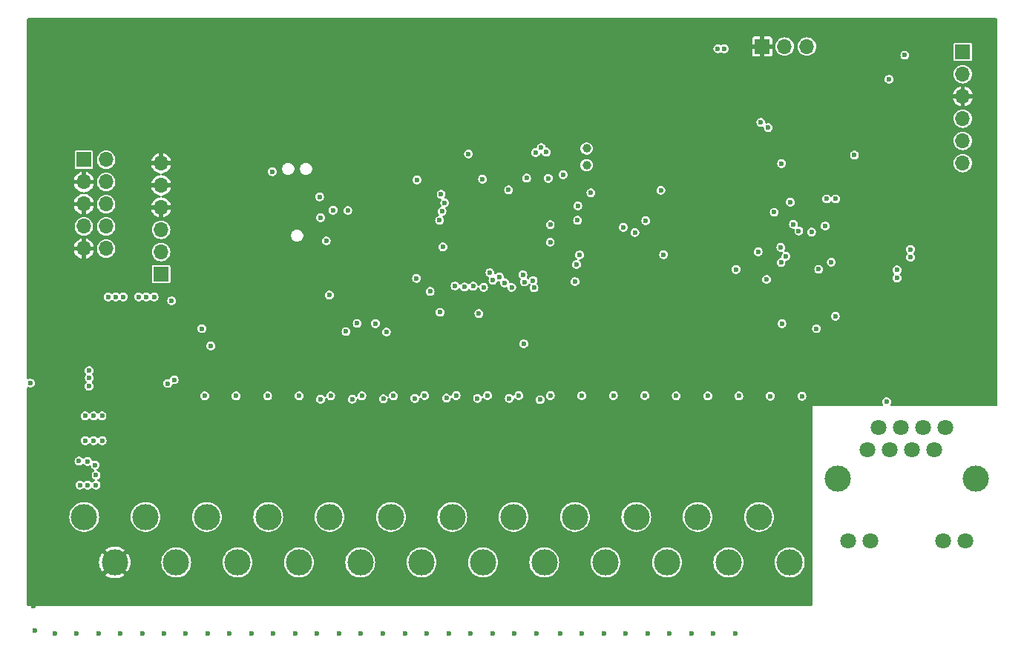
<source format=gbr>
%TF.GenerationSoftware,KiCad,Pcbnew,7.0.6-rc1-28-g32930319ea*%
%TF.CreationDate,2023-06-30T09:32:51+03:00*%
%TF.ProjectId,serial_io_expander,73657269-616c-45f6-996f-5f657870616e,rev?*%
%TF.SameCoordinates,Original*%
%TF.FileFunction,Copper,L2,Inr*%
%TF.FilePolarity,Positive*%
%FSLAX46Y46*%
G04 Gerber Fmt 4.6, Leading zero omitted, Abs format (unit mm)*
G04 Created by KiCad (PCBNEW 7.0.6-rc1-28-g32930319ea) date 2023-06-30 09:32:51*
%MOMM*%
%LPD*%
G01*
G04 APERTURE LIST*
%TA.AperFunction,ComponentPad*%
%ADD10C,1.800000*%
%TD*%
%TA.AperFunction,ComponentPad*%
%ADD11C,3.000000*%
%TD*%
%TA.AperFunction,ComponentPad*%
%ADD12R,1.700000X1.700000*%
%TD*%
%TA.AperFunction,ComponentPad*%
%ADD13O,1.700000X1.700000*%
%TD*%
%TA.AperFunction,ComponentPad*%
%ADD14C,1.000000*%
%TD*%
%TA.AperFunction,ViaPad*%
%ADD15C,0.600000*%
%TD*%
G04 APERTURE END LIST*
D10*
%TO.N,/Ethernet/TX_P*%
%TO.C,J5*%
X162730000Y-120450000D03*
%TO.N,/Ethernet/TX_N*%
X164000000Y-117910000D03*
%TO.N,/Ethernet/RX_P*%
X165270000Y-120450000D03*
%TO.N,/Ethernet/+W6100_3V3_A*%
X166540000Y-117910000D03*
X167810000Y-120450000D03*
%TO.N,/Ethernet/RX_N*%
X169080000Y-117910000D03*
%TO.N,unconnected-(J5-NC-Pad7)*%
X170350000Y-120450000D03*
D11*
%TO.N,Net-(J5-SHIELD)*%
X159325000Y-123750000D03*
D10*
X171620000Y-117910000D03*
D11*
X175025000Y-123750000D03*
D10*
%TO.N,+3.3V*%
X160500000Y-130860000D03*
%TO.N,Net-(J5-Pad10)*%
X163040000Y-130860000D03*
%TO.N,+3.3V*%
X171310000Y-130860000D03*
%TO.N,Net-(J5-Pad12)*%
X173850000Y-130860000D03*
%TD*%
D12*
%TO.N,+3.3V*%
%TO.C,J4*%
X82100000Y-100360000D03*
D13*
X82100000Y-97820000D03*
X82100000Y-95280000D03*
%TO.N,GND*%
X82100000Y-92740000D03*
X82100000Y-90200000D03*
X82100000Y-87660000D03*
%TD*%
D11*
%TO.N,/digital_inputs/IN20*%
%TO.C,J1*%
X153825000Y-133300000D03*
%TO.N,/digital_inputs/IN19*%
X150325000Y-128100000D03*
%TO.N,/digital_inputs/IN18*%
X146825000Y-133300000D03*
%TO.N,/digital_inputs/IN17*%
X143325000Y-128100000D03*
%TO.N,/digital_inputs/IN16*%
X139825000Y-133300000D03*
%TO.N,/digital_inputs/IN15*%
X136325000Y-128100000D03*
%TO.N,/digital_inputs/IN14*%
X132825000Y-133300000D03*
%TO.N,/digital_inputs/IN13*%
X129325000Y-128100000D03*
%TO.N,/digital_inputs/IN12*%
X125825000Y-133300000D03*
%TO.N,/digital_inputs/IN11*%
X122325000Y-128100000D03*
%TO.N,/digital_inputs/IN10*%
X118825000Y-133300000D03*
%TO.N,/digital_inputs/IN9*%
X115325000Y-128100000D03*
%TO.N,/digital_inputs/IN8*%
X111825000Y-133300000D03*
%TO.N,/digital_inputs/IN7*%
X108325000Y-128100000D03*
%TO.N,/digital_inputs/IN6*%
X104825000Y-133300000D03*
%TO.N,/digital_inputs/IN5*%
X101325000Y-128100000D03*
%TO.N,/digital_inputs/IN4*%
X97825000Y-133300000D03*
%TO.N,/digital_inputs/IN3*%
X94325000Y-128100000D03*
%TO.N,/digital_inputs/IN2*%
X90825000Y-133300000D03*
%TO.N,/digital_inputs/IN1*%
X87325000Y-128100000D03*
%TO.N,/SERIAL_TX*%
X83825000Y-133300000D03*
%TO.N,/SERIAL_RX*%
X80325000Y-128100000D03*
%TO.N,GND*%
X76825000Y-133300000D03*
%TO.N,/+PWR*%
X73325000Y-128100000D03*
%TD*%
D12*
%TO.N,+3.3V*%
%TO.C,J6*%
X73285000Y-87270000D03*
D13*
%TO.N,/mcu/SWDIO{slash}TMS*%
X75825000Y-87270000D03*
%TO.N,GND*%
X73285000Y-89810000D03*
%TO.N,/mcu/SWCLK{slash}TCK*%
X75825000Y-89810000D03*
%TO.N,GND*%
X73285000Y-92350000D03*
%TO.N,/mcu/SWO{slash}TDO*%
X75825000Y-92350000D03*
%TO.N,unconnected-(J6-KEY-Pad7)*%
X73285000Y-94890000D03*
%TO.N,/mcu/TDI*%
X75825000Y-94890000D03*
%TO.N,GND*%
X73285000Y-97430000D03*
%TO.N,/mcu/RESET*%
X75825000Y-97430000D03*
%TD*%
D14*
%TO.N,/mcu/XOUT32*%
%TO.C,Y1*%
X130650000Y-87900000D03*
%TO.N,/mcu/XIN32*%
X130650000Y-86000000D03*
%TD*%
D12*
%TO.N,GND*%
%TO.C,J2*%
X150700000Y-74350000D03*
D13*
%TO.N,/mcu/DEBUG_RX*%
X153240000Y-74350000D03*
%TO.N,/mcu/DEBUG_TX*%
X155780000Y-74350000D03*
%TD*%
D12*
%TO.N,/mcu/TWI_SDA*%
%TO.C,J3*%
X173570000Y-74960000D03*
D13*
%TO.N,/mcu/TWI_SCL*%
X173570000Y-77500000D03*
%TO.N,GND*%
X173570000Y-80040000D03*
%TO.N,unconnected-(J3-Pin_4-Pad4)*%
X173570000Y-82580000D03*
%TO.N,unconnected-(J3-Pin_5-Pad5)*%
X173570000Y-85120000D03*
%TO.N,unconnected-(J3-Pin_6-Pad6)*%
X173570000Y-87660000D03*
%TD*%
D15*
%TO.N,GND*%
X91705000Y-100010000D03*
X136380000Y-101110000D03*
X129930000Y-116335000D03*
X67380000Y-79635000D03*
X82455000Y-141460000D03*
X101005000Y-98660000D03*
X83805000Y-109235000D03*
X119175000Y-118900000D03*
X147105000Y-109060000D03*
X67380000Y-74635000D03*
X67555000Y-138285000D03*
X129180000Y-85860000D03*
X99905000Y-141435000D03*
X97330000Y-71835000D03*
X159690000Y-86850000D03*
X126325000Y-120550000D03*
X161800000Y-101040000D03*
X143405000Y-88160000D03*
X144180000Y-116335000D03*
X88980000Y-90385000D03*
X104905000Y-141435000D03*
X133500000Y-118900000D03*
X152430000Y-112310000D03*
X153130000Y-86660000D03*
X113455000Y-112335000D03*
X95380000Y-93785000D03*
X115905000Y-96435000D03*
X174980000Y-71835000D03*
X167480000Y-71835000D03*
X90230000Y-75910000D03*
X127980000Y-112360000D03*
X177130000Y-80160000D03*
X69830000Y-71835000D03*
X101250000Y-120525000D03*
X84905000Y-141435000D03*
X127080000Y-86385000D03*
X67380000Y-87135000D03*
X114830000Y-101890000D03*
X92105000Y-95460000D03*
X81780000Y-137035000D03*
X111730000Y-137010000D03*
X126350000Y-118975000D03*
X129230000Y-102510000D03*
X125480000Y-84210000D03*
X177130000Y-100160000D03*
X78940000Y-113490000D03*
X122750000Y-118950000D03*
X92105000Y-102385000D03*
X122800000Y-120525000D03*
X92055000Y-87785000D03*
X149630000Y-84160000D03*
X117405000Y-141435000D03*
X160430000Y-107060000D03*
X112405000Y-141435000D03*
X105805000Y-112385000D03*
X71580000Y-81385000D03*
X124405000Y-96635000D03*
X158140000Y-88520000D03*
X67555000Y-123285000D03*
X166440000Y-111990000D03*
X128630000Y-107610000D03*
X79200000Y-116725000D03*
X130305000Y-104435000D03*
X101205000Y-104685000D03*
X83220000Y-106810000D03*
X165830000Y-95500000D03*
X110060000Y-105870000D03*
X171330000Y-93635000D03*
X77455000Y-141460000D03*
X134780000Y-71810000D03*
X177130000Y-75160000D03*
X107940000Y-101120000D03*
X156960000Y-95050000D03*
X82450000Y-116900000D03*
X155630000Y-97235000D03*
X119230000Y-78560000D03*
X138530000Y-111960000D03*
X138505000Y-88060000D03*
X103870000Y-78030000D03*
X114905000Y-141435000D03*
X138730000Y-103760000D03*
X104830000Y-116260000D03*
X67380000Y-72135000D03*
X144440000Y-77350000D03*
X157480000Y-71835000D03*
X132280000Y-71810000D03*
X104425000Y-109775000D03*
X156570000Y-88460000D03*
X144780000Y-71810000D03*
X173930000Y-104260000D03*
X94100000Y-119000000D03*
X144830000Y-103860000D03*
X129780000Y-71810000D03*
X141530000Y-98260000D03*
X151425000Y-118900000D03*
X100255000Y-83510000D03*
X115600000Y-120500000D03*
X119905000Y-141435000D03*
X117155000Y-100435000D03*
X103250000Y-108825000D03*
X69990000Y-116770000D03*
X127000000Y-80720000D03*
X77020000Y-80690000D03*
X99320000Y-92430000D03*
X173490000Y-98110000D03*
X110630000Y-82810000D03*
X121730000Y-137010000D03*
X107205000Y-87410000D03*
X124905000Y-141435000D03*
X95555000Y-109835000D03*
X136280000Y-110960000D03*
X89905000Y-141435000D03*
X68730000Y-116780000D03*
X94830000Y-71835000D03*
X109905000Y-141435000D03*
X127755000Y-103585000D03*
X74955000Y-141460000D03*
X114000000Y-99240000D03*
X133980000Y-105610000D03*
X150030000Y-106985000D03*
X83805000Y-99685000D03*
X162530000Y-92720000D03*
X126730000Y-137010000D03*
X67380000Y-82135000D03*
X104830000Y-71835000D03*
X143555000Y-109110000D03*
X86880000Y-116310000D03*
X69970000Y-119270000D03*
X162955000Y-109635000D03*
X152800000Y-100330000D03*
X140080000Y-75860000D03*
X143005000Y-84310000D03*
X112025000Y-118850000D03*
X132280000Y-86935000D03*
X108425000Y-120525000D03*
X147280000Y-71810000D03*
X149780000Y-103510000D03*
X95055000Y-105885000D03*
X124480000Y-75510000D03*
X157455000Y-79210000D03*
X119230000Y-116335000D03*
X94055000Y-116310000D03*
X114105000Y-89485000D03*
X156990000Y-98740000D03*
X143180000Y-81310000D03*
X72455000Y-141460000D03*
X125455000Y-108610000D03*
X67555000Y-128285000D03*
X136930000Y-137035000D03*
X149348750Y-100421250D03*
X137280000Y-71810000D03*
X114780000Y-71810000D03*
X128830000Y-84610000D03*
X115600000Y-118975000D03*
X78000000Y-107820000D03*
X102580000Y-75860000D03*
X136830000Y-96235000D03*
X90500000Y-118975000D03*
X127080000Y-105160000D03*
X135105000Y-141460000D03*
X134040000Y-92590000D03*
X115580000Y-116310000D03*
X67555000Y-135785000D03*
X86925000Y-118975000D03*
X102855000Y-101560000D03*
X155030000Y-116310000D03*
X92330000Y-71835000D03*
X145255000Y-112460000D03*
X144380000Y-106410000D03*
X77855000Y-91410000D03*
X92880000Y-101310000D03*
X142605000Y-141460000D03*
X110955000Y-99060000D03*
X115330000Y-75910000D03*
X129900000Y-120550000D03*
X140280000Y-110560000D03*
X95980000Y-83535000D03*
X109580000Y-84935000D03*
X96730000Y-137010000D03*
X87555000Y-97210000D03*
X90480000Y-116335000D03*
X117730000Y-98385000D03*
X132605000Y-141460000D03*
X83980000Y-84510000D03*
X158755000Y-111860000D03*
X147605000Y-141460000D03*
X142280000Y-71810000D03*
X134955000Y-88085000D03*
X160505000Y-111410000D03*
X159180000Y-102510000D03*
X67380000Y-94635000D03*
X152105000Y-76210000D03*
X106480000Y-97660000D03*
X79830000Y-71835000D03*
X129925000Y-118950000D03*
X136955000Y-84085000D03*
X91400000Y-78040000D03*
X71300000Y-111250000D03*
X151940000Y-103490000D03*
X75280000Y-82710000D03*
X177130000Y-97660000D03*
X150900000Y-91270000D03*
X137075000Y-120500000D03*
X126155000Y-90885000D03*
X89830000Y-71835000D03*
X118170000Y-108370000D03*
X124905000Y-94585000D03*
X124780000Y-71810000D03*
X67380000Y-97135000D03*
X139780000Y-71810000D03*
X67380000Y-99635000D03*
X104825000Y-120550000D03*
X177130000Y-102660000D03*
X164980000Y-71835000D03*
X160805000Y-114085000D03*
X130830000Y-108860000D03*
X162480000Y-71835000D03*
X151930000Y-137035000D03*
X67555000Y-133285000D03*
X83705000Y-96535000D03*
X139430000Y-137035000D03*
X82330000Y-71835000D03*
X167080000Y-91160000D03*
X112005000Y-116310000D03*
X87105000Y-95410000D03*
X126230000Y-98110000D03*
X95555000Y-112460000D03*
X104230000Y-137010000D03*
X71530000Y-78830000D03*
X86900000Y-120450000D03*
X159230000Y-104135000D03*
X98130000Y-112435000D03*
X158755000Y-84085000D03*
X134355000Y-81560000D03*
X137080000Y-116335000D03*
X74830000Y-71835000D03*
X78980000Y-78070000D03*
X105230000Y-96360000D03*
X177130000Y-90160000D03*
X144080000Y-97160000D03*
X69955000Y-141460000D03*
X157150000Y-96470000D03*
X177130000Y-92660000D03*
X145705000Y-81385000D03*
X97650000Y-120475000D03*
X97405000Y-141435000D03*
X114590000Y-80810000D03*
X93630000Y-79560000D03*
X176930000Y-72535000D03*
X144430000Y-137035000D03*
X165430000Y-79085000D03*
X119780000Y-71810000D03*
X78940000Y-111630000D03*
X118930000Y-82510000D03*
X114055000Y-96135000D03*
X81420000Y-107840000D03*
X107330000Y-71835000D03*
X86780000Y-137035000D03*
X101730000Y-137010000D03*
X139890000Y-80660000D03*
X165280000Y-84285000D03*
X98530000Y-107310000D03*
X76860000Y-107800000D03*
X89420000Y-80680000D03*
X114605000Y-82710000D03*
X140675000Y-120475000D03*
X109230000Y-137010000D03*
X149505000Y-96185000D03*
X87330000Y-71835000D03*
X159655000Y-88535000D03*
X107675000Y-108925000D03*
X141780000Y-92710000D03*
X119175000Y-120575000D03*
X152580000Y-83410000D03*
X131530000Y-99385000D03*
X101250000Y-118950000D03*
X156436102Y-92153898D03*
X77780000Y-75910000D03*
X125130000Y-92360000D03*
X106550000Y-109825000D03*
X162880000Y-102035000D03*
X130830000Y-75760000D03*
X166530000Y-104010000D03*
X169980000Y-71835000D03*
X148180000Y-75235000D03*
X157020000Y-97740000D03*
X119855000Y-112260000D03*
X101230000Y-116260000D03*
X174055000Y-108560000D03*
X126620000Y-92180000D03*
X67380000Y-84635000D03*
X81030000Y-82060000D03*
X99805000Y-96535000D03*
X153855000Y-110210000D03*
X148630000Y-78760000D03*
X139630000Y-106910000D03*
X78660000Y-108950000D03*
X86505000Y-93060000D03*
X83890000Y-78890000D03*
X67380000Y-77135000D03*
X67380000Y-92135000D03*
X93955000Y-97685000D03*
X107405000Y-141435000D03*
X92405000Y-141435000D03*
X94230000Y-137010000D03*
X119230000Y-137010000D03*
X171870000Y-111080000D03*
X126330000Y-116310000D03*
X109705000Y-112335000D03*
X133755000Y-97560000D03*
X121780000Y-81160000D03*
X86180000Y-99060000D03*
X67555000Y-125785000D03*
X120005000Y-92435000D03*
X87405000Y-141435000D03*
X79360000Y-107840000D03*
X67380000Y-89635000D03*
X117230000Y-111610000D03*
X101430000Y-101760000D03*
X95055000Y-99985000D03*
X154300000Y-103630000D03*
X116730000Y-137010000D03*
X157130000Y-108035000D03*
X146580000Y-92760000D03*
X129730000Y-95210000D03*
X91780000Y-137035000D03*
X82670000Y-80720000D03*
X72280000Y-84510000D03*
X155000000Y-118925000D03*
X155640000Y-94750000D03*
X87955000Y-112210000D03*
X84830000Y-71835000D03*
X155580000Y-100230000D03*
X90380000Y-98310000D03*
X106880000Y-99335000D03*
X141780000Y-90660000D03*
X112000000Y-120550000D03*
X96005000Y-101385000D03*
X144250000Y-118975000D03*
X129830000Y-81560000D03*
X151430000Y-116335000D03*
X79780000Y-99510000D03*
X78930000Y-112480000D03*
X102730000Y-102960000D03*
X109830000Y-71835000D03*
X120155000Y-98560000D03*
X131730000Y-137010000D03*
X177130000Y-105160000D03*
X177130000Y-107660000D03*
X163030000Y-87520000D03*
X130105000Y-141460000D03*
X127605000Y-141460000D03*
X89680000Y-109835000D03*
X90780000Y-84560000D03*
X143930000Y-100560000D03*
X174480000Y-113810000D03*
X149430000Y-137035000D03*
X168950000Y-90990000D03*
X101955000Y-87135000D03*
X133060000Y-84240000D03*
X99660000Y-89580000D03*
X145755000Y-76510000D03*
X149705000Y-108510000D03*
X149400000Y-92440000D03*
X148480000Y-96235000D03*
X146930000Y-137035000D03*
X172480000Y-71835000D03*
X123805000Y-90835000D03*
X112280000Y-71810000D03*
X92480000Y-109835000D03*
X167980000Y-75585000D03*
X140605000Y-116335000D03*
X112010000Y-105490000D03*
X124680000Y-84460000D03*
X101605000Y-112385000D03*
X97680000Y-116310000D03*
X141290000Y-96530000D03*
X68540000Y-119250000D03*
X102405000Y-141435000D03*
X177130000Y-87660000D03*
X118805000Y-94585000D03*
X134230000Y-137010000D03*
X162880000Y-105460000D03*
X135480000Y-103210000D03*
X109190000Y-78980000D03*
X141930000Y-137035000D03*
X77330000Y-71835000D03*
X80390000Y-107830000D03*
X115705000Y-94610000D03*
X99480000Y-101935000D03*
X134830000Y-112210000D03*
X107890000Y-94170000D03*
X113380000Y-85385000D03*
X88680000Y-102060000D03*
X70220000Y-80770000D03*
X172555000Y-96935000D03*
X147825000Y-118900000D03*
X67555000Y-130785000D03*
X152105000Y-79785000D03*
X170080000Y-103010000D03*
X99830000Y-71835000D03*
X148705000Y-112010000D03*
X142280000Y-112010000D03*
X99655000Y-110135000D03*
X153920000Y-100420000D03*
X124230000Y-137010000D03*
X169830000Y-90035000D03*
X144250000Y-120500000D03*
X68990000Y-111260000D03*
X133170000Y-96190000D03*
X115030000Y-104910000D03*
X128970000Y-78060000D03*
X122205000Y-94585000D03*
X155620000Y-96280000D03*
X124255000Y-112260000D03*
X90500000Y-120450000D03*
X152280000Y-71810000D03*
X177130000Y-110160000D03*
X140650000Y-118925000D03*
X164830000Y-87360000D03*
X84355000Y-81410000D03*
X133100000Y-89620000D03*
X173470000Y-100380000D03*
X96180000Y-95535000D03*
X132930000Y-80770000D03*
X177130000Y-95160000D03*
X94905000Y-141435000D03*
X170405000Y-83985000D03*
X93830000Y-104335000D03*
X172605000Y-101585000D03*
X170130000Y-109260000D03*
X95110000Y-80860000D03*
X133455000Y-116310000D03*
X177130000Y-112660000D03*
X127280000Y-71810000D03*
X102330000Y-71835000D03*
X71290000Y-116770000D03*
X147825000Y-120500000D03*
X121920000Y-108350000D03*
X120200000Y-80770000D03*
X145105000Y-141460000D03*
X117180000Y-83160000D03*
X122405000Y-141435000D03*
X137605000Y-141460000D03*
X117280000Y-71810000D03*
X121490000Y-78950000D03*
X161830000Y-103060000D03*
X137100000Y-118975000D03*
X134230000Y-78880000D03*
X151425000Y-120525000D03*
X142955000Y-76435000D03*
X126570000Y-101600000D03*
X140105000Y-141460000D03*
X121200000Y-89375000D03*
X91105000Y-107485000D03*
X96300000Y-79010000D03*
X108480000Y-116285000D03*
X72330000Y-71835000D03*
X177130000Y-82660000D03*
X89280000Y-137035000D03*
X120080000Y-108750000D03*
X105730000Y-81460000D03*
X177130000Y-77660000D03*
X94075000Y-120500000D03*
X161040000Y-100390000D03*
X137305000Y-81460000D03*
X158130000Y-74560000D03*
X78650000Y-109830000D03*
X147830000Y-116335000D03*
X133500000Y-120525000D03*
X124680000Y-98485000D03*
X108425000Y-118900000D03*
X92805000Y-81735000D03*
X177130000Y-85160000D03*
X104850000Y-118950000D03*
X106730000Y-137010000D03*
X98730000Y-100010000D03*
X114230000Y-137010000D03*
X160430000Y-109110000D03*
X159980000Y-71835000D03*
X154980000Y-71835000D03*
X71150000Y-119270000D03*
X116550000Y-78060000D03*
X157130000Y-110460000D03*
X112455000Y-88485000D03*
X97650000Y-118950000D03*
X97605000Y-104185000D03*
X122755000Y-116335000D03*
X146980000Y-88060000D03*
X122280000Y-71810000D03*
X75880000Y-107790000D03*
X132630000Y-111310000D03*
X104430000Y-84360000D03*
X166505000Y-108685000D03*
X84280000Y-137035000D03*
X158855000Y-87660000D03*
X149605000Y-81460000D03*
X149780000Y-71810000D03*
X79955000Y-141460000D03*
X91705000Y-103810000D03*
X99230000Y-137010000D03*
X150780000Y-88060000D03*
X129230000Y-137010000D03*
X107880000Y-97310000D03*
X155025000Y-120500000D03*
X67680000Y-141060000D03*
X101820000Y-80650500D03*
X141810000Y-78010000D03*
X158705000Y-106360000D03*
X136280000Y-108960000D03*
X116790000Y-89360000D03*
X107880000Y-80820000D03*
X126130000Y-100210000D03*
X91780000Y-112235000D03*
X158705000Y-109285000D03*
X74705000Y-99785000D03*
X78380000Y-87735000D03*
%TO.N,+3.3V*%
X67170000Y-112800000D03*
X114260000Y-97230000D03*
X139120000Y-90780000D03*
X147700000Y-99820000D03*
X80425000Y-102950000D03*
X145630000Y-74610000D03*
X79550000Y-102950000D03*
X81300000Y-102950000D03*
X103205000Y-106910000D03*
X127970000Y-88990000D03*
X76925000Y-102950000D03*
X100950000Y-96550000D03*
X151190000Y-100950000D03*
X107805000Y-106960000D03*
X113930000Y-104710000D03*
X118360000Y-104850000D03*
X152060000Y-93280000D03*
X76050000Y-102950000D03*
X139440000Y-98130000D03*
X77800000Y-102950000D03*
X152930000Y-106010000D03*
X152900000Y-87710000D03*
X106545000Y-106000000D03*
X146360000Y-74600000D03*
X117180000Y-86620000D03*
X83300000Y-103400000D03*
X111250000Y-100830000D03*
X129330000Y-101200000D03*
X104465000Y-105980000D03*
%TO.N,+VIN*%
X73430000Y-116560000D03*
X73890000Y-111390000D03*
X73870000Y-113160000D03*
X73910000Y-112220000D03*
X75360000Y-116560000D03*
X75380000Y-119380000D03*
X74395000Y-116560000D03*
X73730000Y-121760000D03*
X73730000Y-124460000D03*
X72730000Y-121710000D03*
X74680000Y-124460000D03*
X74680000Y-123310000D03*
X74415000Y-119380000D03*
X74580000Y-122160000D03*
X72830000Y-124460000D03*
X86760000Y-106580000D03*
X73450000Y-119380000D03*
%TO.N,/mcu/TWI_SDA*%
X166955000Y-75335000D03*
X118780000Y-89510000D03*
%TO.N,/mcu/TWI_SCL*%
X124830000Y-86460000D03*
X165155000Y-78085000D03*
%TO.N,/mcu/TDI*%
X100175000Y-91525000D03*
X126270000Y-89400000D03*
%TO.N,/mcu/SWO{slash}TDO*%
X111290000Y-89585500D03*
X94772710Y-88636528D03*
%TO.N,/mcu/SWDIO{slash}TMS*%
X114050000Y-91220000D03*
X101725000Y-93050000D03*
%TO.N,/mcu/SWCLK{slash}TCK*%
X114150000Y-93170000D03*
X103400000Y-93075000D03*
%TO.N,/mcu/RESET*%
X121750000Y-90725000D03*
X100300000Y-93900000D03*
%TO.N,/mcu/MCU_TX*%
X117710000Y-101720000D03*
X83580000Y-112420000D03*
%TO.N,/mcu/MCU_RX*%
X116720000Y-101820000D03*
X82870000Y-112850000D03*
%TO.N,/mcu/MCU Supply/+VDDPLL*%
X112800000Y-102330000D03*
X123490000Y-108310000D03*
%TO.N,/mcu/MCU Supply/+VDDCORE*%
X113875000Y-94200000D03*
X123800000Y-89375000D03*
X118900000Y-101850000D03*
X122100000Y-101875000D03*
X126500000Y-96700000D03*
%TO.N,/mcu/ERASE*%
X114470000Y-92210000D03*
%TO.N,/mcu/DEBUG_TX*%
X126034587Y-86414170D03*
X151380000Y-83610000D03*
%TO.N,/mcu/DEBUG_RX*%
X150530000Y-83010000D03*
X125480000Y-85910000D03*
%TO.N,/digital_inputs/input1/PULLUP*%
X155220000Y-114290000D03*
X115760000Y-114230000D03*
X148020000Y-114270000D03*
X112170000Y-114230000D03*
X144480000Y-114270000D03*
X126520000Y-114230000D03*
X87080000Y-114260000D03*
X133710000Y-114230000D03*
X140870000Y-114250000D03*
X122920000Y-114230000D03*
X130100000Y-114240000D03*
X105010000Y-114250000D03*
X151620000Y-114290000D03*
X119340000Y-114230000D03*
X101440000Y-114250000D03*
X94250000Y-114270000D03*
X97850000Y-114260000D03*
X108610000Y-114250000D03*
X90660000Y-114270000D03*
X87770000Y-108560000D03*
X137280000Y-114230000D03*
%TO.N,/digital_inputs/COLLECTOR9*%
X114650000Y-114500000D03*
X123370000Y-100410000D03*
%TO.N,/digital_inputs/COLLECTOR8*%
X111050000Y-114550000D03*
X121280000Y-101340000D03*
%TO.N,/digital_inputs/COLLECTOR7*%
X120710000Y-100670000D03*
X107450000Y-114600000D03*
%TO.N,/digital_inputs/COLLECTOR6*%
X103900000Y-114650000D03*
X119975000Y-101050000D03*
%TO.N,/digital_inputs/COLLECTOR5*%
X119630000Y-100185000D03*
X100300000Y-114650000D03*
%TO.N,/digital_inputs/COLLECTOR12*%
X125350000Y-114700000D03*
X124650000Y-101910000D03*
%TO.N,/digital_inputs/COLLECTOR11*%
X121830000Y-114550000D03*
X124550000Y-101090000D03*
%TO.N,/digital_inputs/COLLECTOR10*%
X123570000Y-101250000D03*
X118200000Y-114550000D03*
%TO.N,/VIN_MEAS*%
X115650000Y-101710000D03*
X101290000Y-102740000D03*
%TO.N,/Ethernet/WIZ_MOSI*%
X134855000Y-95000000D03*
X129850000Y-98150000D03*
X153401250Y-98303750D03*
%TO.N,/Ethernet/WIZ_MISO*%
X137405000Y-94250000D03*
X152831250Y-99013750D03*
X129620000Y-94200000D03*
%TO.N,/Ethernet/WIZ_DUPLEX_MODE*%
X131150000Y-91050000D03*
X129650000Y-92550000D03*
%TO.N,/Ethernet/WIZ_COL_DET*%
X154251250Y-94658750D03*
X126500000Y-94700000D03*
%TO.N,/Ethernet/WIZ_CLK*%
X152811250Y-97293750D03*
X129500000Y-99250000D03*
X136155000Y-95600000D03*
%TO.N,/Ethernet/TX_P*%
X166060000Y-99880000D03*
%TO.N,/Ethernet/TX_N*%
X166060000Y-100790000D03*
%TO.N,/Ethernet/RX_P*%
X167600000Y-97530000D03*
%TO.N,/Ethernet/RX_N*%
X167610000Y-98410000D03*
%TO.N,/Ethernet/ETH_LNK*%
X159026250Y-105158750D03*
X156320000Y-95540000D03*
%TO.N,/Ethernet/ETH_ACT*%
X154860000Y-95420000D03*
X156890000Y-106580000D03*
%TO.N,/Ethernet/+W6100_3V3_A*%
X157870000Y-94850000D03*
X164890000Y-114940000D03*
%TO.N,/Ethernet/+W6100_1V2_D*%
X159080000Y-91760000D03*
X150220000Y-97800000D03*
X153890000Y-92130000D03*
X158040000Y-91760000D03*
X157130000Y-99800000D03*
%TO.N,/Ethernet/+W6100_1V2_A*%
X161210000Y-86740000D03*
X158581250Y-98978750D03*
%TD*%
%TA.AperFunction,Conductor*%
%TO.N,GND*%
G36*
X177442539Y-71120185D02*
G01*
X177488294Y-71172989D01*
X177499500Y-71224500D01*
X177499500Y-115286000D01*
X177479815Y-115353039D01*
X177427011Y-115398794D01*
X177375500Y-115410000D01*
X165416102Y-115410000D01*
X165349063Y-115390315D01*
X165303308Y-115337511D01*
X165293364Y-115268353D01*
X165311785Y-115218963D01*
X165315373Y-115213377D01*
X165315377Y-115213373D01*
X165375165Y-115082457D01*
X165395647Y-114940000D01*
X165375165Y-114797543D01*
X165315377Y-114666627D01*
X165221128Y-114557857D01*
X165100053Y-114480047D01*
X165100051Y-114480046D01*
X165100049Y-114480045D01*
X165100050Y-114480045D01*
X164961963Y-114439500D01*
X164961961Y-114439500D01*
X164818039Y-114439500D01*
X164818036Y-114439500D01*
X164679949Y-114480045D01*
X164558873Y-114557856D01*
X164558872Y-114557856D01*
X164558872Y-114557857D01*
X164554094Y-114563371D01*
X164464623Y-114666626D01*
X164464622Y-114666628D01*
X164404834Y-114797543D01*
X164384353Y-114939999D01*
X164404834Y-115082456D01*
X164464623Y-115213373D01*
X164468215Y-115218963D01*
X164487898Y-115286003D01*
X164468212Y-115353042D01*
X164415407Y-115398796D01*
X164363898Y-115410000D01*
X156430000Y-115410000D01*
X156430000Y-138126000D01*
X156410315Y-138193039D01*
X156357511Y-138238794D01*
X156306000Y-138250000D01*
X66924500Y-138250000D01*
X66857461Y-138230315D01*
X66811706Y-138177511D01*
X66800500Y-138126000D01*
X66800500Y-133300004D01*
X75019953Y-133300004D01*
X75040113Y-133569026D01*
X75040113Y-133569028D01*
X75100142Y-133832033D01*
X75100148Y-133832052D01*
X75198709Y-134083181D01*
X75198708Y-134083181D01*
X75333602Y-134316822D01*
X75387294Y-134384151D01*
X75387295Y-134384151D01*
X76203375Y-133568071D01*
X76265406Y-133686260D01*
X76374104Y-133808956D01*
X76509008Y-133902073D01*
X76557926Y-133920625D01*
X75739848Y-134738702D01*
X75922483Y-134863220D01*
X75922485Y-134863221D01*
X76165539Y-134980269D01*
X76165537Y-134980269D01*
X76423337Y-135059790D01*
X76423343Y-135059792D01*
X76690101Y-135099999D01*
X76690110Y-135100000D01*
X76959890Y-135100000D01*
X76959898Y-135099999D01*
X77226656Y-135059792D01*
X77226662Y-135059790D01*
X77484461Y-134980269D01*
X77727521Y-134863218D01*
X77910150Y-134738702D01*
X77092072Y-133920625D01*
X77140992Y-133902073D01*
X77275896Y-133808956D01*
X77384594Y-133686260D01*
X77446624Y-133568071D01*
X78262703Y-134384151D01*
X78262704Y-134384150D01*
X78316393Y-134316828D01*
X78316400Y-134316817D01*
X78451290Y-134083181D01*
X78549851Y-133832052D01*
X78549857Y-133832033D01*
X78609886Y-133569028D01*
X78609886Y-133569026D01*
X78630047Y-133300004D01*
X82119732Y-133300004D01*
X82138777Y-133554154D01*
X82168929Y-133686260D01*
X82195492Y-133802637D01*
X82288607Y-134039888D01*
X82416041Y-134260612D01*
X82574950Y-134459877D01*
X82761783Y-134633232D01*
X82972366Y-134776805D01*
X82972371Y-134776807D01*
X82972372Y-134776808D01*
X82972373Y-134776809D01*
X83094328Y-134835538D01*
X83201992Y-134887387D01*
X83201993Y-134887387D01*
X83201996Y-134887389D01*
X83445542Y-134962513D01*
X83697565Y-135000500D01*
X83952435Y-135000500D01*
X84204458Y-134962513D01*
X84448004Y-134887389D01*
X84677634Y-134776805D01*
X84888217Y-134633232D01*
X85075050Y-134459877D01*
X85233959Y-134260612D01*
X85361393Y-134039888D01*
X85454508Y-133802637D01*
X85511222Y-133554157D01*
X85530268Y-133300004D01*
X89119732Y-133300004D01*
X89138777Y-133554154D01*
X89168929Y-133686260D01*
X89195492Y-133802637D01*
X89288607Y-134039888D01*
X89416041Y-134260612D01*
X89574950Y-134459877D01*
X89761783Y-134633232D01*
X89972366Y-134776805D01*
X89972371Y-134776807D01*
X89972372Y-134776808D01*
X89972373Y-134776809D01*
X90094328Y-134835538D01*
X90201992Y-134887387D01*
X90201993Y-134887387D01*
X90201996Y-134887389D01*
X90445542Y-134962513D01*
X90697565Y-135000500D01*
X90952435Y-135000500D01*
X91204458Y-134962513D01*
X91448004Y-134887389D01*
X91677634Y-134776805D01*
X91888217Y-134633232D01*
X92075050Y-134459877D01*
X92233959Y-134260612D01*
X92361393Y-134039888D01*
X92454508Y-133802637D01*
X92511222Y-133554157D01*
X92530268Y-133300004D01*
X96119732Y-133300004D01*
X96138777Y-133554154D01*
X96168929Y-133686260D01*
X96195492Y-133802637D01*
X96288607Y-134039888D01*
X96416041Y-134260612D01*
X96574950Y-134459877D01*
X96761783Y-134633232D01*
X96972366Y-134776805D01*
X96972371Y-134776807D01*
X96972372Y-134776808D01*
X96972373Y-134776809D01*
X97094328Y-134835538D01*
X97201992Y-134887387D01*
X97201993Y-134887387D01*
X97201996Y-134887389D01*
X97445542Y-134962513D01*
X97697565Y-135000500D01*
X97952435Y-135000500D01*
X98204458Y-134962513D01*
X98448004Y-134887389D01*
X98677634Y-134776805D01*
X98888217Y-134633232D01*
X99075050Y-134459877D01*
X99233959Y-134260612D01*
X99361393Y-134039888D01*
X99454508Y-133802637D01*
X99511222Y-133554157D01*
X99530268Y-133300004D01*
X103119732Y-133300004D01*
X103138777Y-133554154D01*
X103168929Y-133686260D01*
X103195492Y-133802637D01*
X103288607Y-134039888D01*
X103416041Y-134260612D01*
X103574950Y-134459877D01*
X103761783Y-134633232D01*
X103972366Y-134776805D01*
X103972371Y-134776807D01*
X103972372Y-134776808D01*
X103972373Y-134776809D01*
X104094328Y-134835538D01*
X104201992Y-134887387D01*
X104201993Y-134887387D01*
X104201996Y-134887389D01*
X104445542Y-134962513D01*
X104697565Y-135000500D01*
X104952435Y-135000500D01*
X105204458Y-134962513D01*
X105448004Y-134887389D01*
X105677634Y-134776805D01*
X105888217Y-134633232D01*
X106075050Y-134459877D01*
X106233959Y-134260612D01*
X106361393Y-134039888D01*
X106454508Y-133802637D01*
X106511222Y-133554157D01*
X106530268Y-133300004D01*
X110119732Y-133300004D01*
X110138777Y-133554154D01*
X110168929Y-133686260D01*
X110195492Y-133802637D01*
X110288607Y-134039888D01*
X110416041Y-134260612D01*
X110574950Y-134459877D01*
X110761783Y-134633232D01*
X110972366Y-134776805D01*
X110972371Y-134776807D01*
X110972372Y-134776808D01*
X110972373Y-134776809D01*
X111094328Y-134835538D01*
X111201992Y-134887387D01*
X111201993Y-134887387D01*
X111201996Y-134887389D01*
X111445542Y-134962513D01*
X111697565Y-135000500D01*
X111952435Y-135000500D01*
X112204458Y-134962513D01*
X112448004Y-134887389D01*
X112677634Y-134776805D01*
X112888217Y-134633232D01*
X113075050Y-134459877D01*
X113233959Y-134260612D01*
X113361393Y-134039888D01*
X113454508Y-133802637D01*
X113511222Y-133554157D01*
X113530268Y-133300004D01*
X117119732Y-133300004D01*
X117138777Y-133554154D01*
X117168929Y-133686260D01*
X117195492Y-133802637D01*
X117288607Y-134039888D01*
X117416041Y-134260612D01*
X117574950Y-134459877D01*
X117761783Y-134633232D01*
X117972366Y-134776805D01*
X117972371Y-134776807D01*
X117972372Y-134776808D01*
X117972373Y-134776809D01*
X118094328Y-134835538D01*
X118201992Y-134887387D01*
X118201993Y-134887387D01*
X118201996Y-134887389D01*
X118445542Y-134962513D01*
X118697565Y-135000500D01*
X118952435Y-135000500D01*
X119204458Y-134962513D01*
X119448004Y-134887389D01*
X119677634Y-134776805D01*
X119888217Y-134633232D01*
X120075050Y-134459877D01*
X120233959Y-134260612D01*
X120361393Y-134039888D01*
X120454508Y-133802637D01*
X120511222Y-133554157D01*
X120530268Y-133300004D01*
X124119732Y-133300004D01*
X124138777Y-133554154D01*
X124168929Y-133686260D01*
X124195492Y-133802637D01*
X124288607Y-134039888D01*
X124416041Y-134260612D01*
X124574950Y-134459877D01*
X124761783Y-134633232D01*
X124972366Y-134776805D01*
X124972371Y-134776807D01*
X124972372Y-134776808D01*
X124972373Y-134776809D01*
X125094328Y-134835538D01*
X125201992Y-134887387D01*
X125201993Y-134887387D01*
X125201996Y-134887389D01*
X125445542Y-134962513D01*
X125697565Y-135000500D01*
X125952435Y-135000500D01*
X126204458Y-134962513D01*
X126448004Y-134887389D01*
X126677634Y-134776805D01*
X126888217Y-134633232D01*
X127075050Y-134459877D01*
X127233959Y-134260612D01*
X127361393Y-134039888D01*
X127454508Y-133802637D01*
X127511222Y-133554157D01*
X127530268Y-133300004D01*
X131119732Y-133300004D01*
X131138777Y-133554154D01*
X131168929Y-133686260D01*
X131195492Y-133802637D01*
X131288607Y-134039888D01*
X131416041Y-134260612D01*
X131574950Y-134459877D01*
X131761783Y-134633232D01*
X131972366Y-134776805D01*
X131972371Y-134776807D01*
X131972372Y-134776808D01*
X131972373Y-134776809D01*
X132094328Y-134835538D01*
X132201992Y-134887387D01*
X132201993Y-134887387D01*
X132201996Y-134887389D01*
X132445542Y-134962513D01*
X132697565Y-135000500D01*
X132952435Y-135000500D01*
X133204458Y-134962513D01*
X133448004Y-134887389D01*
X133677634Y-134776805D01*
X133888217Y-134633232D01*
X134075050Y-134459877D01*
X134233959Y-134260612D01*
X134361393Y-134039888D01*
X134454508Y-133802637D01*
X134511222Y-133554157D01*
X134530268Y-133300004D01*
X138119732Y-133300004D01*
X138138777Y-133554154D01*
X138168929Y-133686260D01*
X138195492Y-133802637D01*
X138288607Y-134039888D01*
X138416041Y-134260612D01*
X138574950Y-134459877D01*
X138761783Y-134633232D01*
X138972366Y-134776805D01*
X138972371Y-134776807D01*
X138972372Y-134776808D01*
X138972373Y-134776809D01*
X139094328Y-134835538D01*
X139201992Y-134887387D01*
X139201993Y-134887387D01*
X139201996Y-134887389D01*
X139445542Y-134962513D01*
X139697565Y-135000500D01*
X139952435Y-135000500D01*
X140204458Y-134962513D01*
X140448004Y-134887389D01*
X140677634Y-134776805D01*
X140888217Y-134633232D01*
X141075050Y-134459877D01*
X141233959Y-134260612D01*
X141361393Y-134039888D01*
X141454508Y-133802637D01*
X141511222Y-133554157D01*
X141530268Y-133300004D01*
X145119732Y-133300004D01*
X145138777Y-133554154D01*
X145168929Y-133686260D01*
X145195492Y-133802637D01*
X145288607Y-134039888D01*
X145416041Y-134260612D01*
X145574950Y-134459877D01*
X145761783Y-134633232D01*
X145972366Y-134776805D01*
X145972371Y-134776807D01*
X145972372Y-134776808D01*
X145972373Y-134776809D01*
X146094328Y-134835538D01*
X146201992Y-134887387D01*
X146201993Y-134887387D01*
X146201996Y-134887389D01*
X146445542Y-134962513D01*
X146697565Y-135000500D01*
X146952435Y-135000500D01*
X147204458Y-134962513D01*
X147448004Y-134887389D01*
X147677634Y-134776805D01*
X147888217Y-134633232D01*
X148075050Y-134459877D01*
X148233959Y-134260612D01*
X148361393Y-134039888D01*
X148454508Y-133802637D01*
X148511222Y-133554157D01*
X148530268Y-133300004D01*
X152119732Y-133300004D01*
X152138777Y-133554154D01*
X152168929Y-133686260D01*
X152195492Y-133802637D01*
X152288607Y-134039888D01*
X152416041Y-134260612D01*
X152574950Y-134459877D01*
X152761783Y-134633232D01*
X152972366Y-134776805D01*
X152972371Y-134776807D01*
X152972372Y-134776808D01*
X152972373Y-134776809D01*
X153094328Y-134835538D01*
X153201992Y-134887387D01*
X153201993Y-134887387D01*
X153201996Y-134887389D01*
X153445542Y-134962513D01*
X153697565Y-135000500D01*
X153952435Y-135000500D01*
X154204458Y-134962513D01*
X154448004Y-134887389D01*
X154677634Y-134776805D01*
X154888217Y-134633232D01*
X155075050Y-134459877D01*
X155233959Y-134260612D01*
X155361393Y-134039888D01*
X155454508Y-133802637D01*
X155511222Y-133554157D01*
X155530268Y-133300000D01*
X155511222Y-133045843D01*
X155454508Y-132797363D01*
X155361393Y-132560112D01*
X155233959Y-132339388D01*
X155075050Y-132140123D01*
X154888217Y-131966768D01*
X154677634Y-131823195D01*
X154677630Y-131823193D01*
X154677627Y-131823191D01*
X154677626Y-131823190D01*
X154448006Y-131712612D01*
X154448008Y-131712612D01*
X154204466Y-131637489D01*
X154204462Y-131637488D01*
X154204458Y-131637487D01*
X154083231Y-131619214D01*
X153952440Y-131599500D01*
X153952435Y-131599500D01*
X153697565Y-131599500D01*
X153697559Y-131599500D01*
X153540609Y-131623157D01*
X153445542Y-131637487D01*
X153445538Y-131637488D01*
X153445539Y-131637488D01*
X153445533Y-131637489D01*
X153201992Y-131712612D01*
X152972373Y-131823190D01*
X152972372Y-131823191D01*
X152761782Y-131966768D01*
X152574952Y-132140121D01*
X152574950Y-132140123D01*
X152416041Y-132339388D01*
X152288608Y-132560109D01*
X152195492Y-132797362D01*
X152195490Y-132797369D01*
X152138777Y-133045845D01*
X152119732Y-133299995D01*
X152119732Y-133300004D01*
X148530268Y-133300004D01*
X148530268Y-133300000D01*
X148511222Y-133045843D01*
X148454508Y-132797363D01*
X148361393Y-132560112D01*
X148233959Y-132339388D01*
X148075050Y-132140123D01*
X147888217Y-131966768D01*
X147677634Y-131823195D01*
X147677630Y-131823193D01*
X147677627Y-131823191D01*
X147677626Y-131823190D01*
X147448006Y-131712612D01*
X147448008Y-131712612D01*
X147204466Y-131637489D01*
X147204462Y-131637488D01*
X147204458Y-131637487D01*
X147083231Y-131619214D01*
X146952440Y-131599500D01*
X146952435Y-131599500D01*
X146697565Y-131599500D01*
X146697559Y-131599500D01*
X146540609Y-131623157D01*
X146445542Y-131637487D01*
X146445538Y-131637488D01*
X146445539Y-131637488D01*
X146445533Y-131637489D01*
X146201992Y-131712612D01*
X145972373Y-131823190D01*
X145972372Y-131823191D01*
X145761782Y-131966768D01*
X145574952Y-132140121D01*
X145574950Y-132140123D01*
X145416041Y-132339388D01*
X145288608Y-132560109D01*
X145195492Y-132797362D01*
X145195490Y-132797369D01*
X145138777Y-133045845D01*
X145119732Y-133299995D01*
X145119732Y-133300004D01*
X141530268Y-133300004D01*
X141530268Y-133300000D01*
X141511222Y-133045843D01*
X141454508Y-132797363D01*
X141361393Y-132560112D01*
X141233959Y-132339388D01*
X141075050Y-132140123D01*
X140888217Y-131966768D01*
X140677634Y-131823195D01*
X140677630Y-131823193D01*
X140677627Y-131823191D01*
X140677626Y-131823190D01*
X140448006Y-131712612D01*
X140448008Y-131712612D01*
X140204466Y-131637489D01*
X140204462Y-131637488D01*
X140204458Y-131637487D01*
X140083231Y-131619214D01*
X139952440Y-131599500D01*
X139952435Y-131599500D01*
X139697565Y-131599500D01*
X139697559Y-131599500D01*
X139540609Y-131623157D01*
X139445542Y-131637487D01*
X139445538Y-131637488D01*
X139445539Y-131637488D01*
X139445533Y-131637489D01*
X139201992Y-131712612D01*
X138972373Y-131823190D01*
X138972372Y-131823191D01*
X138761782Y-131966768D01*
X138574952Y-132140121D01*
X138574950Y-132140123D01*
X138416041Y-132339388D01*
X138288608Y-132560109D01*
X138195492Y-132797362D01*
X138195490Y-132797369D01*
X138138777Y-133045845D01*
X138119732Y-133299995D01*
X138119732Y-133300004D01*
X134530268Y-133300004D01*
X134530268Y-133300000D01*
X134511222Y-133045843D01*
X134454508Y-132797363D01*
X134361393Y-132560112D01*
X134233959Y-132339388D01*
X134075050Y-132140123D01*
X133888217Y-131966768D01*
X133677634Y-131823195D01*
X133677630Y-131823193D01*
X133677627Y-131823191D01*
X133677626Y-131823190D01*
X133448006Y-131712612D01*
X133448008Y-131712612D01*
X133204466Y-131637489D01*
X133204462Y-131637488D01*
X133204458Y-131637487D01*
X133083231Y-131619214D01*
X132952440Y-131599500D01*
X132952435Y-131599500D01*
X132697565Y-131599500D01*
X132697559Y-131599500D01*
X132540609Y-131623157D01*
X132445542Y-131637487D01*
X132445538Y-131637488D01*
X132445539Y-131637488D01*
X132445533Y-131637489D01*
X132201992Y-131712612D01*
X131972373Y-131823190D01*
X131972372Y-131823191D01*
X131761782Y-131966768D01*
X131574952Y-132140121D01*
X131574950Y-132140123D01*
X131416041Y-132339388D01*
X131288608Y-132560109D01*
X131195492Y-132797362D01*
X131195490Y-132797369D01*
X131138777Y-133045845D01*
X131119732Y-133299995D01*
X131119732Y-133300004D01*
X127530268Y-133300004D01*
X127530268Y-133300000D01*
X127511222Y-133045843D01*
X127454508Y-132797363D01*
X127361393Y-132560112D01*
X127233959Y-132339388D01*
X127075050Y-132140123D01*
X126888217Y-131966768D01*
X126677634Y-131823195D01*
X126677630Y-131823193D01*
X126677627Y-131823191D01*
X126677626Y-131823190D01*
X126448006Y-131712612D01*
X126448008Y-131712612D01*
X126204466Y-131637489D01*
X126204462Y-131637488D01*
X126204458Y-131637487D01*
X126083231Y-131619214D01*
X125952440Y-131599500D01*
X125952435Y-131599500D01*
X125697565Y-131599500D01*
X125697559Y-131599500D01*
X125540609Y-131623157D01*
X125445542Y-131637487D01*
X125445538Y-131637488D01*
X125445539Y-131637488D01*
X125445533Y-131637489D01*
X125201992Y-131712612D01*
X124972373Y-131823190D01*
X124972372Y-131823191D01*
X124761782Y-131966768D01*
X124574952Y-132140121D01*
X124574950Y-132140123D01*
X124416041Y-132339388D01*
X124288608Y-132560109D01*
X124195492Y-132797362D01*
X124195490Y-132797369D01*
X124138777Y-133045845D01*
X124119732Y-133299995D01*
X124119732Y-133300004D01*
X120530268Y-133300004D01*
X120530268Y-133300000D01*
X120511222Y-133045843D01*
X120454508Y-132797363D01*
X120361393Y-132560112D01*
X120233959Y-132339388D01*
X120075050Y-132140123D01*
X119888217Y-131966768D01*
X119677634Y-131823195D01*
X119677630Y-131823193D01*
X119677627Y-131823191D01*
X119677626Y-131823190D01*
X119448006Y-131712612D01*
X119448008Y-131712612D01*
X119204466Y-131637489D01*
X119204462Y-131637488D01*
X119204458Y-131637487D01*
X119083231Y-131619214D01*
X118952440Y-131599500D01*
X118952435Y-131599500D01*
X118697565Y-131599500D01*
X118697559Y-131599500D01*
X118540609Y-131623157D01*
X118445542Y-131637487D01*
X118445538Y-131637488D01*
X118445539Y-131637488D01*
X118445533Y-131637489D01*
X118201992Y-131712612D01*
X117972373Y-131823190D01*
X117972372Y-131823191D01*
X117761782Y-131966768D01*
X117574952Y-132140121D01*
X117574950Y-132140123D01*
X117416041Y-132339388D01*
X117288608Y-132560109D01*
X117195492Y-132797362D01*
X117195490Y-132797369D01*
X117138777Y-133045845D01*
X117119732Y-133299995D01*
X117119732Y-133300004D01*
X113530268Y-133300004D01*
X113530268Y-133300000D01*
X113511222Y-133045843D01*
X113454508Y-132797363D01*
X113361393Y-132560112D01*
X113233959Y-132339388D01*
X113075050Y-132140123D01*
X112888217Y-131966768D01*
X112677634Y-131823195D01*
X112677630Y-131823193D01*
X112677627Y-131823191D01*
X112677626Y-131823190D01*
X112448006Y-131712612D01*
X112448008Y-131712612D01*
X112204466Y-131637489D01*
X112204462Y-131637488D01*
X112204458Y-131637487D01*
X112083231Y-131619214D01*
X111952440Y-131599500D01*
X111952435Y-131599500D01*
X111697565Y-131599500D01*
X111697559Y-131599500D01*
X111540609Y-131623157D01*
X111445542Y-131637487D01*
X111445538Y-131637488D01*
X111445539Y-131637488D01*
X111445533Y-131637489D01*
X111201992Y-131712612D01*
X110972373Y-131823190D01*
X110972372Y-131823191D01*
X110761782Y-131966768D01*
X110574952Y-132140121D01*
X110574950Y-132140123D01*
X110416041Y-132339388D01*
X110288608Y-132560109D01*
X110195492Y-132797362D01*
X110195490Y-132797369D01*
X110138777Y-133045845D01*
X110119732Y-133299995D01*
X110119732Y-133300004D01*
X106530268Y-133300004D01*
X106530268Y-133300000D01*
X106511222Y-133045843D01*
X106454508Y-132797363D01*
X106361393Y-132560112D01*
X106233959Y-132339388D01*
X106075050Y-132140123D01*
X105888217Y-131966768D01*
X105677634Y-131823195D01*
X105677630Y-131823193D01*
X105677627Y-131823191D01*
X105677626Y-131823190D01*
X105448006Y-131712612D01*
X105448008Y-131712612D01*
X105204466Y-131637489D01*
X105204462Y-131637488D01*
X105204458Y-131637487D01*
X105083231Y-131619214D01*
X104952440Y-131599500D01*
X104952435Y-131599500D01*
X104697565Y-131599500D01*
X104697559Y-131599500D01*
X104540609Y-131623157D01*
X104445542Y-131637487D01*
X104445538Y-131637488D01*
X104445539Y-131637488D01*
X104445533Y-131637489D01*
X104201992Y-131712612D01*
X103972373Y-131823190D01*
X103972372Y-131823191D01*
X103761782Y-131966768D01*
X103574952Y-132140121D01*
X103574950Y-132140123D01*
X103416041Y-132339388D01*
X103288608Y-132560109D01*
X103195492Y-132797362D01*
X103195490Y-132797369D01*
X103138777Y-133045845D01*
X103119732Y-133299995D01*
X103119732Y-133300004D01*
X99530268Y-133300004D01*
X99530268Y-133300000D01*
X99511222Y-133045843D01*
X99454508Y-132797363D01*
X99361393Y-132560112D01*
X99233959Y-132339388D01*
X99075050Y-132140123D01*
X98888217Y-131966768D01*
X98677634Y-131823195D01*
X98677630Y-131823193D01*
X98677627Y-131823191D01*
X98677626Y-131823190D01*
X98448006Y-131712612D01*
X98448008Y-131712612D01*
X98204466Y-131637489D01*
X98204462Y-131637488D01*
X98204458Y-131637487D01*
X98083231Y-131619214D01*
X97952440Y-131599500D01*
X97952435Y-131599500D01*
X97697565Y-131599500D01*
X97697559Y-131599500D01*
X97540609Y-131623157D01*
X97445542Y-131637487D01*
X97445538Y-131637488D01*
X97445539Y-131637488D01*
X97445533Y-131637489D01*
X97201992Y-131712612D01*
X96972373Y-131823190D01*
X96972372Y-131823191D01*
X96761782Y-131966768D01*
X96574952Y-132140121D01*
X96574950Y-132140123D01*
X96416041Y-132339388D01*
X96288608Y-132560109D01*
X96195492Y-132797362D01*
X96195490Y-132797369D01*
X96138777Y-133045845D01*
X96119732Y-133299995D01*
X96119732Y-133300004D01*
X92530268Y-133300004D01*
X92530268Y-133300000D01*
X92511222Y-133045843D01*
X92454508Y-132797363D01*
X92361393Y-132560112D01*
X92233959Y-132339388D01*
X92075050Y-132140123D01*
X91888217Y-131966768D01*
X91677634Y-131823195D01*
X91677630Y-131823193D01*
X91677627Y-131823191D01*
X91677626Y-131823190D01*
X91448006Y-131712612D01*
X91448008Y-131712612D01*
X91204466Y-131637489D01*
X91204462Y-131637488D01*
X91204458Y-131637487D01*
X91083231Y-131619214D01*
X90952440Y-131599500D01*
X90952435Y-131599500D01*
X90697565Y-131599500D01*
X90697559Y-131599500D01*
X90540609Y-131623157D01*
X90445542Y-131637487D01*
X90445538Y-131637488D01*
X90445539Y-131637488D01*
X90445533Y-131637489D01*
X90201992Y-131712612D01*
X89972373Y-131823190D01*
X89972372Y-131823191D01*
X89761782Y-131966768D01*
X89574952Y-132140121D01*
X89574950Y-132140123D01*
X89416041Y-132339388D01*
X89288608Y-132560109D01*
X89195492Y-132797362D01*
X89195490Y-132797369D01*
X89138777Y-133045845D01*
X89119732Y-133299995D01*
X89119732Y-133300004D01*
X85530268Y-133300004D01*
X85530268Y-133300000D01*
X85511222Y-133045843D01*
X85454508Y-132797363D01*
X85361393Y-132560112D01*
X85233959Y-132339388D01*
X85075050Y-132140123D01*
X84888217Y-131966768D01*
X84677634Y-131823195D01*
X84677630Y-131823193D01*
X84677627Y-131823191D01*
X84677626Y-131823190D01*
X84448006Y-131712612D01*
X84448008Y-131712612D01*
X84204466Y-131637489D01*
X84204462Y-131637488D01*
X84204458Y-131637487D01*
X84083231Y-131619214D01*
X83952440Y-131599500D01*
X83952435Y-131599500D01*
X83697565Y-131599500D01*
X83697559Y-131599500D01*
X83540609Y-131623157D01*
X83445542Y-131637487D01*
X83445538Y-131637488D01*
X83445539Y-131637488D01*
X83445533Y-131637489D01*
X83201992Y-131712612D01*
X82972373Y-131823190D01*
X82972372Y-131823191D01*
X82761782Y-131966768D01*
X82574952Y-132140121D01*
X82574950Y-132140123D01*
X82416041Y-132339388D01*
X82288608Y-132560109D01*
X82195492Y-132797362D01*
X82195490Y-132797369D01*
X82138777Y-133045845D01*
X82119732Y-133299995D01*
X82119732Y-133300004D01*
X78630047Y-133300004D01*
X78630047Y-133299995D01*
X78609886Y-133030973D01*
X78609886Y-133030971D01*
X78549857Y-132767966D01*
X78549851Y-132767947D01*
X78451290Y-132516818D01*
X78451291Y-132516818D01*
X78316397Y-132283177D01*
X78262704Y-132215847D01*
X77446624Y-133031927D01*
X77384594Y-132913740D01*
X77275896Y-132791044D01*
X77140992Y-132697927D01*
X77092073Y-132679374D01*
X77910150Y-131861296D01*
X77727517Y-131736779D01*
X77727516Y-131736778D01*
X77484460Y-131619730D01*
X77484462Y-131619730D01*
X77226662Y-131540209D01*
X77226656Y-131540207D01*
X76959898Y-131500000D01*
X76690101Y-131500000D01*
X76423343Y-131540207D01*
X76423337Y-131540209D01*
X76165538Y-131619730D01*
X75922485Y-131736778D01*
X75922476Y-131736783D01*
X75739848Y-131861296D01*
X76557927Y-132679374D01*
X76509008Y-132697927D01*
X76374104Y-132791044D01*
X76265406Y-132913740D01*
X76203375Y-133031928D01*
X75387295Y-132215848D01*
X75333600Y-132283180D01*
X75198709Y-132516818D01*
X75100148Y-132767947D01*
X75100142Y-132767966D01*
X75040113Y-133030971D01*
X75040113Y-133030973D01*
X75019953Y-133299995D01*
X75019953Y-133300004D01*
X66800500Y-133300004D01*
X66800500Y-128100004D01*
X71619732Y-128100004D01*
X71638777Y-128354154D01*
X71638778Y-128354157D01*
X71695492Y-128602637D01*
X71788607Y-128839888D01*
X71916041Y-129060612D01*
X72074950Y-129259877D01*
X72261783Y-129433232D01*
X72472366Y-129576805D01*
X72472371Y-129576807D01*
X72472372Y-129576808D01*
X72472373Y-129576809D01*
X72594328Y-129635538D01*
X72701992Y-129687387D01*
X72701993Y-129687387D01*
X72701996Y-129687389D01*
X72945542Y-129762513D01*
X73197565Y-129800500D01*
X73452435Y-129800500D01*
X73704458Y-129762513D01*
X73948004Y-129687389D01*
X74177634Y-129576805D01*
X74388217Y-129433232D01*
X74575050Y-129259877D01*
X74733959Y-129060612D01*
X74861393Y-128839888D01*
X74954508Y-128602637D01*
X75011222Y-128354157D01*
X75030268Y-128100004D01*
X78619732Y-128100004D01*
X78638777Y-128354154D01*
X78638778Y-128354157D01*
X78695492Y-128602637D01*
X78788607Y-128839888D01*
X78916041Y-129060612D01*
X79074950Y-129259877D01*
X79261783Y-129433232D01*
X79472366Y-129576805D01*
X79472371Y-129576807D01*
X79472372Y-129576808D01*
X79472373Y-129576809D01*
X79594328Y-129635538D01*
X79701992Y-129687387D01*
X79701993Y-129687387D01*
X79701996Y-129687389D01*
X79945542Y-129762513D01*
X80197565Y-129800500D01*
X80452435Y-129800500D01*
X80704458Y-129762513D01*
X80948004Y-129687389D01*
X81177634Y-129576805D01*
X81388217Y-129433232D01*
X81575050Y-129259877D01*
X81733959Y-129060612D01*
X81861393Y-128839888D01*
X81954508Y-128602637D01*
X82011222Y-128354157D01*
X82030268Y-128100004D01*
X85619732Y-128100004D01*
X85638777Y-128354154D01*
X85638778Y-128354157D01*
X85695492Y-128602637D01*
X85788607Y-128839888D01*
X85916041Y-129060612D01*
X86074950Y-129259877D01*
X86261783Y-129433232D01*
X86472366Y-129576805D01*
X86472371Y-129576807D01*
X86472372Y-129576808D01*
X86472373Y-129576809D01*
X86594328Y-129635538D01*
X86701992Y-129687387D01*
X86701993Y-129687387D01*
X86701996Y-129687389D01*
X86945542Y-129762513D01*
X87197565Y-129800500D01*
X87452435Y-129800500D01*
X87704458Y-129762513D01*
X87948004Y-129687389D01*
X88177634Y-129576805D01*
X88388217Y-129433232D01*
X88575050Y-129259877D01*
X88733959Y-129060612D01*
X88861393Y-128839888D01*
X88954508Y-128602637D01*
X89011222Y-128354157D01*
X89030268Y-128100004D01*
X92619732Y-128100004D01*
X92638777Y-128354154D01*
X92638778Y-128354157D01*
X92695492Y-128602637D01*
X92788607Y-128839888D01*
X92916041Y-129060612D01*
X93074950Y-129259877D01*
X93261783Y-129433232D01*
X93472366Y-129576805D01*
X93472371Y-129576807D01*
X93472372Y-129576808D01*
X93472373Y-129576809D01*
X93594328Y-129635538D01*
X93701992Y-129687387D01*
X93701993Y-129687387D01*
X93701996Y-129687389D01*
X93945542Y-129762513D01*
X94197565Y-129800500D01*
X94452435Y-129800500D01*
X94704458Y-129762513D01*
X94948004Y-129687389D01*
X95177634Y-129576805D01*
X95388217Y-129433232D01*
X95575050Y-129259877D01*
X95733959Y-129060612D01*
X95861393Y-128839888D01*
X95954508Y-128602637D01*
X96011222Y-128354157D01*
X96030268Y-128100004D01*
X99619732Y-128100004D01*
X99638777Y-128354154D01*
X99638778Y-128354157D01*
X99695492Y-128602637D01*
X99788607Y-128839888D01*
X99916041Y-129060612D01*
X100074950Y-129259877D01*
X100261783Y-129433232D01*
X100472366Y-129576805D01*
X100472371Y-129576807D01*
X100472372Y-129576808D01*
X100472373Y-129576809D01*
X100594328Y-129635538D01*
X100701992Y-129687387D01*
X100701993Y-129687387D01*
X100701996Y-129687389D01*
X100945542Y-129762513D01*
X101197565Y-129800500D01*
X101452435Y-129800500D01*
X101704458Y-129762513D01*
X101948004Y-129687389D01*
X102177634Y-129576805D01*
X102388217Y-129433232D01*
X102575050Y-129259877D01*
X102733959Y-129060612D01*
X102861393Y-128839888D01*
X102954508Y-128602637D01*
X103011222Y-128354157D01*
X103030268Y-128100004D01*
X106619732Y-128100004D01*
X106638777Y-128354154D01*
X106638778Y-128354157D01*
X106695492Y-128602637D01*
X106788607Y-128839888D01*
X106916041Y-129060612D01*
X107074950Y-129259877D01*
X107261783Y-129433232D01*
X107472366Y-129576805D01*
X107472371Y-129576807D01*
X107472372Y-129576808D01*
X107472373Y-129576809D01*
X107594328Y-129635538D01*
X107701992Y-129687387D01*
X107701993Y-129687387D01*
X107701996Y-129687389D01*
X107945542Y-129762513D01*
X108197565Y-129800500D01*
X108452435Y-129800500D01*
X108704458Y-129762513D01*
X108948004Y-129687389D01*
X109177634Y-129576805D01*
X109388217Y-129433232D01*
X109575050Y-129259877D01*
X109733959Y-129060612D01*
X109861393Y-128839888D01*
X109954508Y-128602637D01*
X110011222Y-128354157D01*
X110030268Y-128100004D01*
X113619732Y-128100004D01*
X113638777Y-128354154D01*
X113638778Y-128354157D01*
X113695492Y-128602637D01*
X113788607Y-128839888D01*
X113916041Y-129060612D01*
X114074950Y-129259877D01*
X114261783Y-129433232D01*
X114472366Y-129576805D01*
X114472371Y-129576807D01*
X114472372Y-129576808D01*
X114472373Y-129576809D01*
X114594328Y-129635538D01*
X114701992Y-129687387D01*
X114701993Y-129687387D01*
X114701996Y-129687389D01*
X114945542Y-129762513D01*
X115197565Y-129800500D01*
X115452435Y-129800500D01*
X115704458Y-129762513D01*
X115948004Y-129687389D01*
X116177634Y-129576805D01*
X116388217Y-129433232D01*
X116575050Y-129259877D01*
X116733959Y-129060612D01*
X116861393Y-128839888D01*
X116954508Y-128602637D01*
X117011222Y-128354157D01*
X117030268Y-128100004D01*
X120619732Y-128100004D01*
X120638777Y-128354154D01*
X120638778Y-128354157D01*
X120695492Y-128602637D01*
X120788607Y-128839888D01*
X120916041Y-129060612D01*
X121074950Y-129259877D01*
X121261783Y-129433232D01*
X121472366Y-129576805D01*
X121472371Y-129576807D01*
X121472372Y-129576808D01*
X121472373Y-129576809D01*
X121594328Y-129635538D01*
X121701992Y-129687387D01*
X121701993Y-129687387D01*
X121701996Y-129687389D01*
X121945542Y-129762513D01*
X122197565Y-129800500D01*
X122452435Y-129800500D01*
X122704458Y-129762513D01*
X122948004Y-129687389D01*
X123177634Y-129576805D01*
X123388217Y-129433232D01*
X123575050Y-129259877D01*
X123733959Y-129060612D01*
X123861393Y-128839888D01*
X123954508Y-128602637D01*
X124011222Y-128354157D01*
X124030268Y-128100004D01*
X127619732Y-128100004D01*
X127638777Y-128354154D01*
X127638778Y-128354157D01*
X127695492Y-128602637D01*
X127788607Y-128839888D01*
X127916041Y-129060612D01*
X128074950Y-129259877D01*
X128261783Y-129433232D01*
X128472366Y-129576805D01*
X128472371Y-129576807D01*
X128472372Y-129576808D01*
X128472373Y-129576809D01*
X128594328Y-129635538D01*
X128701992Y-129687387D01*
X128701993Y-129687387D01*
X128701996Y-129687389D01*
X128945542Y-129762513D01*
X129197565Y-129800500D01*
X129452435Y-129800500D01*
X129704458Y-129762513D01*
X129948004Y-129687389D01*
X130177634Y-129576805D01*
X130388217Y-129433232D01*
X130575050Y-129259877D01*
X130733959Y-129060612D01*
X130861393Y-128839888D01*
X130954508Y-128602637D01*
X131011222Y-128354157D01*
X131030268Y-128100004D01*
X134619732Y-128100004D01*
X134638777Y-128354154D01*
X134638778Y-128354157D01*
X134695492Y-128602637D01*
X134788607Y-128839888D01*
X134916041Y-129060612D01*
X135074950Y-129259877D01*
X135261783Y-129433232D01*
X135472366Y-129576805D01*
X135472371Y-129576807D01*
X135472372Y-129576808D01*
X135472373Y-129576809D01*
X135594328Y-129635538D01*
X135701992Y-129687387D01*
X135701993Y-129687387D01*
X135701996Y-129687389D01*
X135945542Y-129762513D01*
X136197565Y-129800500D01*
X136452435Y-129800500D01*
X136704458Y-129762513D01*
X136948004Y-129687389D01*
X137177634Y-129576805D01*
X137388217Y-129433232D01*
X137575050Y-129259877D01*
X137733959Y-129060612D01*
X137861393Y-128839888D01*
X137954508Y-128602637D01*
X138011222Y-128354157D01*
X138030268Y-128100004D01*
X141619732Y-128100004D01*
X141638777Y-128354154D01*
X141638778Y-128354157D01*
X141695492Y-128602637D01*
X141788607Y-128839888D01*
X141916041Y-129060612D01*
X142074950Y-129259877D01*
X142261783Y-129433232D01*
X142472366Y-129576805D01*
X142472371Y-129576807D01*
X142472372Y-129576808D01*
X142472373Y-129576809D01*
X142594328Y-129635538D01*
X142701992Y-129687387D01*
X142701993Y-129687387D01*
X142701996Y-129687389D01*
X142945542Y-129762513D01*
X143197565Y-129800500D01*
X143452435Y-129800500D01*
X143704458Y-129762513D01*
X143948004Y-129687389D01*
X144177634Y-129576805D01*
X144388217Y-129433232D01*
X144575050Y-129259877D01*
X144733959Y-129060612D01*
X144861393Y-128839888D01*
X144954508Y-128602637D01*
X145011222Y-128354157D01*
X145030268Y-128100004D01*
X148619732Y-128100004D01*
X148638777Y-128354154D01*
X148638778Y-128354157D01*
X148695492Y-128602637D01*
X148788607Y-128839888D01*
X148916041Y-129060612D01*
X149074950Y-129259877D01*
X149261783Y-129433232D01*
X149472366Y-129576805D01*
X149472371Y-129576807D01*
X149472372Y-129576808D01*
X149472373Y-129576809D01*
X149594328Y-129635538D01*
X149701992Y-129687387D01*
X149701993Y-129687387D01*
X149701996Y-129687389D01*
X149945542Y-129762513D01*
X150197565Y-129800500D01*
X150452435Y-129800500D01*
X150704458Y-129762513D01*
X150948004Y-129687389D01*
X151177634Y-129576805D01*
X151388217Y-129433232D01*
X151575050Y-129259877D01*
X151733959Y-129060612D01*
X151861393Y-128839888D01*
X151954508Y-128602637D01*
X152011222Y-128354157D01*
X152030268Y-128100000D01*
X152011222Y-127845843D01*
X151954508Y-127597363D01*
X151861393Y-127360112D01*
X151733959Y-127139388D01*
X151575050Y-126940123D01*
X151388217Y-126766768D01*
X151177634Y-126623195D01*
X151177630Y-126623193D01*
X151177627Y-126623191D01*
X151177626Y-126623190D01*
X150948006Y-126512612D01*
X150948008Y-126512612D01*
X150704466Y-126437489D01*
X150704462Y-126437488D01*
X150704458Y-126437487D01*
X150583231Y-126419214D01*
X150452440Y-126399500D01*
X150452435Y-126399500D01*
X150197565Y-126399500D01*
X150197559Y-126399500D01*
X150040609Y-126423157D01*
X149945542Y-126437487D01*
X149945538Y-126437488D01*
X149945539Y-126437488D01*
X149945533Y-126437489D01*
X149701992Y-126512612D01*
X149472373Y-126623190D01*
X149472372Y-126623191D01*
X149261782Y-126766768D01*
X149074952Y-126940121D01*
X149074950Y-126940123D01*
X148916041Y-127139388D01*
X148788608Y-127360109D01*
X148695492Y-127597362D01*
X148695490Y-127597369D01*
X148638777Y-127845845D01*
X148619732Y-128099995D01*
X148619732Y-128100004D01*
X145030268Y-128100004D01*
X145030268Y-128100000D01*
X145011222Y-127845843D01*
X144954508Y-127597363D01*
X144861393Y-127360112D01*
X144733959Y-127139388D01*
X144575050Y-126940123D01*
X144388217Y-126766768D01*
X144177634Y-126623195D01*
X144177630Y-126623193D01*
X144177627Y-126623191D01*
X144177626Y-126623190D01*
X143948006Y-126512612D01*
X143948008Y-126512612D01*
X143704466Y-126437489D01*
X143704462Y-126437488D01*
X143704458Y-126437487D01*
X143583231Y-126419214D01*
X143452440Y-126399500D01*
X143452435Y-126399500D01*
X143197565Y-126399500D01*
X143197559Y-126399500D01*
X143040609Y-126423157D01*
X142945542Y-126437487D01*
X142945538Y-126437488D01*
X142945539Y-126437488D01*
X142945533Y-126437489D01*
X142701992Y-126512612D01*
X142472373Y-126623190D01*
X142472372Y-126623191D01*
X142261782Y-126766768D01*
X142074952Y-126940121D01*
X142074950Y-126940123D01*
X141916041Y-127139388D01*
X141788608Y-127360109D01*
X141695492Y-127597362D01*
X141695490Y-127597369D01*
X141638777Y-127845845D01*
X141619732Y-128099995D01*
X141619732Y-128100004D01*
X138030268Y-128100004D01*
X138030268Y-128100000D01*
X138011222Y-127845843D01*
X137954508Y-127597363D01*
X137861393Y-127360112D01*
X137733959Y-127139388D01*
X137575050Y-126940123D01*
X137388217Y-126766768D01*
X137177634Y-126623195D01*
X137177630Y-126623193D01*
X137177627Y-126623191D01*
X137177626Y-126623190D01*
X136948006Y-126512612D01*
X136948008Y-126512612D01*
X136704466Y-126437489D01*
X136704462Y-126437488D01*
X136704458Y-126437487D01*
X136583231Y-126419214D01*
X136452440Y-126399500D01*
X136452435Y-126399500D01*
X136197565Y-126399500D01*
X136197559Y-126399500D01*
X136040609Y-126423157D01*
X135945542Y-126437487D01*
X135945538Y-126437488D01*
X135945539Y-126437488D01*
X135945533Y-126437489D01*
X135701992Y-126512612D01*
X135472373Y-126623190D01*
X135472372Y-126623191D01*
X135261782Y-126766768D01*
X135074952Y-126940121D01*
X135074950Y-126940123D01*
X134916041Y-127139388D01*
X134788608Y-127360109D01*
X134695492Y-127597362D01*
X134695490Y-127597369D01*
X134638777Y-127845845D01*
X134619732Y-128099995D01*
X134619732Y-128100004D01*
X131030268Y-128100004D01*
X131030268Y-128100000D01*
X131011222Y-127845843D01*
X130954508Y-127597363D01*
X130861393Y-127360112D01*
X130733959Y-127139388D01*
X130575050Y-126940123D01*
X130388217Y-126766768D01*
X130177634Y-126623195D01*
X130177630Y-126623193D01*
X130177627Y-126623191D01*
X130177626Y-126623190D01*
X129948006Y-126512612D01*
X129948008Y-126512612D01*
X129704466Y-126437489D01*
X129704462Y-126437488D01*
X129704458Y-126437487D01*
X129583231Y-126419214D01*
X129452440Y-126399500D01*
X129452435Y-126399500D01*
X129197565Y-126399500D01*
X129197559Y-126399500D01*
X129040609Y-126423157D01*
X128945542Y-126437487D01*
X128945538Y-126437488D01*
X128945539Y-126437488D01*
X128945533Y-126437489D01*
X128701992Y-126512612D01*
X128472373Y-126623190D01*
X128472372Y-126623191D01*
X128261782Y-126766768D01*
X128074952Y-126940121D01*
X128074950Y-126940123D01*
X127916041Y-127139388D01*
X127788608Y-127360109D01*
X127695492Y-127597362D01*
X127695490Y-127597369D01*
X127638777Y-127845845D01*
X127619732Y-128099995D01*
X127619732Y-128100004D01*
X124030268Y-128100004D01*
X124030268Y-128100000D01*
X124011222Y-127845843D01*
X123954508Y-127597363D01*
X123861393Y-127360112D01*
X123733959Y-127139388D01*
X123575050Y-126940123D01*
X123388217Y-126766768D01*
X123177634Y-126623195D01*
X123177630Y-126623193D01*
X123177627Y-126623191D01*
X123177626Y-126623190D01*
X122948006Y-126512612D01*
X122948008Y-126512612D01*
X122704466Y-126437489D01*
X122704462Y-126437488D01*
X122704458Y-126437487D01*
X122583231Y-126419214D01*
X122452440Y-126399500D01*
X122452435Y-126399500D01*
X122197565Y-126399500D01*
X122197559Y-126399500D01*
X122040609Y-126423157D01*
X121945542Y-126437487D01*
X121945538Y-126437488D01*
X121945539Y-126437488D01*
X121945533Y-126437489D01*
X121701992Y-126512612D01*
X121472373Y-126623190D01*
X121472372Y-126623191D01*
X121261782Y-126766768D01*
X121074952Y-126940121D01*
X121074950Y-126940123D01*
X120916041Y-127139388D01*
X120788608Y-127360109D01*
X120695492Y-127597362D01*
X120695490Y-127597369D01*
X120638777Y-127845845D01*
X120619732Y-128099995D01*
X120619732Y-128100004D01*
X117030268Y-128100004D01*
X117030268Y-128100000D01*
X117011222Y-127845843D01*
X116954508Y-127597363D01*
X116861393Y-127360112D01*
X116733959Y-127139388D01*
X116575050Y-126940123D01*
X116388217Y-126766768D01*
X116177634Y-126623195D01*
X116177630Y-126623193D01*
X116177627Y-126623191D01*
X116177626Y-126623190D01*
X115948006Y-126512612D01*
X115948008Y-126512612D01*
X115704466Y-126437489D01*
X115704462Y-126437488D01*
X115704458Y-126437487D01*
X115583231Y-126419214D01*
X115452440Y-126399500D01*
X115452435Y-126399500D01*
X115197565Y-126399500D01*
X115197559Y-126399500D01*
X115040609Y-126423157D01*
X114945542Y-126437487D01*
X114945538Y-126437488D01*
X114945539Y-126437488D01*
X114945533Y-126437489D01*
X114701992Y-126512612D01*
X114472373Y-126623190D01*
X114472372Y-126623191D01*
X114261782Y-126766768D01*
X114074952Y-126940121D01*
X114074950Y-126940123D01*
X113916041Y-127139388D01*
X113788608Y-127360109D01*
X113695492Y-127597362D01*
X113695490Y-127597369D01*
X113638777Y-127845845D01*
X113619732Y-128099995D01*
X113619732Y-128100004D01*
X110030268Y-128100004D01*
X110030268Y-128100000D01*
X110011222Y-127845843D01*
X109954508Y-127597363D01*
X109861393Y-127360112D01*
X109733959Y-127139388D01*
X109575050Y-126940123D01*
X109388217Y-126766768D01*
X109177634Y-126623195D01*
X109177630Y-126623193D01*
X109177627Y-126623191D01*
X109177626Y-126623190D01*
X108948006Y-126512612D01*
X108948008Y-126512612D01*
X108704466Y-126437489D01*
X108704462Y-126437488D01*
X108704458Y-126437487D01*
X108583231Y-126419214D01*
X108452440Y-126399500D01*
X108452435Y-126399500D01*
X108197565Y-126399500D01*
X108197559Y-126399500D01*
X108040609Y-126423157D01*
X107945542Y-126437487D01*
X107945538Y-126437488D01*
X107945539Y-126437488D01*
X107945533Y-126437489D01*
X107701992Y-126512612D01*
X107472373Y-126623190D01*
X107472372Y-126623191D01*
X107261782Y-126766768D01*
X107074952Y-126940121D01*
X107074950Y-126940123D01*
X106916041Y-127139388D01*
X106788608Y-127360109D01*
X106695492Y-127597362D01*
X106695490Y-127597369D01*
X106638777Y-127845845D01*
X106619732Y-128099995D01*
X106619732Y-128100004D01*
X103030268Y-128100004D01*
X103030268Y-128100000D01*
X103011222Y-127845843D01*
X102954508Y-127597363D01*
X102861393Y-127360112D01*
X102733959Y-127139388D01*
X102575050Y-126940123D01*
X102388217Y-126766768D01*
X102177634Y-126623195D01*
X102177630Y-126623193D01*
X102177627Y-126623191D01*
X102177626Y-126623190D01*
X101948006Y-126512612D01*
X101948008Y-126512612D01*
X101704466Y-126437489D01*
X101704462Y-126437488D01*
X101704458Y-126437487D01*
X101583231Y-126419214D01*
X101452440Y-126399500D01*
X101452435Y-126399500D01*
X101197565Y-126399500D01*
X101197559Y-126399500D01*
X101040609Y-126423157D01*
X100945542Y-126437487D01*
X100945538Y-126437488D01*
X100945539Y-126437488D01*
X100945533Y-126437489D01*
X100701992Y-126512612D01*
X100472373Y-126623190D01*
X100472372Y-126623191D01*
X100261782Y-126766768D01*
X100074952Y-126940121D01*
X100074950Y-126940123D01*
X99916041Y-127139388D01*
X99788608Y-127360109D01*
X99695492Y-127597362D01*
X99695490Y-127597369D01*
X99638777Y-127845845D01*
X99619732Y-128099995D01*
X99619732Y-128100004D01*
X96030268Y-128100004D01*
X96030268Y-128100000D01*
X96011222Y-127845843D01*
X95954508Y-127597363D01*
X95861393Y-127360112D01*
X95733959Y-127139388D01*
X95575050Y-126940123D01*
X95388217Y-126766768D01*
X95177634Y-126623195D01*
X95177630Y-126623193D01*
X95177627Y-126623191D01*
X95177626Y-126623190D01*
X94948006Y-126512612D01*
X94948008Y-126512612D01*
X94704466Y-126437489D01*
X94704462Y-126437488D01*
X94704458Y-126437487D01*
X94583231Y-126419214D01*
X94452440Y-126399500D01*
X94452435Y-126399500D01*
X94197565Y-126399500D01*
X94197559Y-126399500D01*
X94040609Y-126423157D01*
X93945542Y-126437487D01*
X93945538Y-126437488D01*
X93945539Y-126437488D01*
X93945533Y-126437489D01*
X93701992Y-126512612D01*
X93472373Y-126623190D01*
X93472372Y-126623191D01*
X93261782Y-126766768D01*
X93074952Y-126940121D01*
X93074950Y-126940123D01*
X92916041Y-127139388D01*
X92788608Y-127360109D01*
X92695492Y-127597362D01*
X92695490Y-127597369D01*
X92638777Y-127845845D01*
X92619732Y-128099995D01*
X92619732Y-128100004D01*
X89030268Y-128100004D01*
X89030268Y-128100000D01*
X89011222Y-127845843D01*
X88954508Y-127597363D01*
X88861393Y-127360112D01*
X88733959Y-127139388D01*
X88575050Y-126940123D01*
X88388217Y-126766768D01*
X88177634Y-126623195D01*
X88177630Y-126623193D01*
X88177627Y-126623191D01*
X88177626Y-126623190D01*
X87948006Y-126512612D01*
X87948008Y-126512612D01*
X87704466Y-126437489D01*
X87704462Y-126437488D01*
X87704458Y-126437487D01*
X87583231Y-126419214D01*
X87452440Y-126399500D01*
X87452435Y-126399500D01*
X87197565Y-126399500D01*
X87197559Y-126399500D01*
X87040609Y-126423157D01*
X86945542Y-126437487D01*
X86945538Y-126437488D01*
X86945539Y-126437488D01*
X86945533Y-126437489D01*
X86701992Y-126512612D01*
X86472373Y-126623190D01*
X86472372Y-126623191D01*
X86261782Y-126766768D01*
X86074952Y-126940121D01*
X86074950Y-126940123D01*
X85916041Y-127139388D01*
X85788608Y-127360109D01*
X85695492Y-127597362D01*
X85695490Y-127597369D01*
X85638777Y-127845845D01*
X85619732Y-128099995D01*
X85619732Y-128100004D01*
X82030268Y-128100004D01*
X82030268Y-128100000D01*
X82011222Y-127845843D01*
X81954508Y-127597363D01*
X81861393Y-127360112D01*
X81733959Y-127139388D01*
X81575050Y-126940123D01*
X81388217Y-126766768D01*
X81177634Y-126623195D01*
X81177630Y-126623193D01*
X81177627Y-126623191D01*
X81177626Y-126623190D01*
X80948006Y-126512612D01*
X80948008Y-126512612D01*
X80704466Y-126437489D01*
X80704462Y-126437488D01*
X80704458Y-126437487D01*
X80583231Y-126419214D01*
X80452440Y-126399500D01*
X80452435Y-126399500D01*
X80197565Y-126399500D01*
X80197559Y-126399500D01*
X80040609Y-126423157D01*
X79945542Y-126437487D01*
X79945538Y-126437488D01*
X79945539Y-126437488D01*
X79945533Y-126437489D01*
X79701992Y-126512612D01*
X79472373Y-126623190D01*
X79472372Y-126623191D01*
X79261782Y-126766768D01*
X79074952Y-126940121D01*
X79074950Y-126940123D01*
X78916041Y-127139388D01*
X78788608Y-127360109D01*
X78695492Y-127597362D01*
X78695490Y-127597369D01*
X78638777Y-127845845D01*
X78619732Y-128099995D01*
X78619732Y-128100004D01*
X75030268Y-128100004D01*
X75030268Y-128100000D01*
X75011222Y-127845843D01*
X74954508Y-127597363D01*
X74861393Y-127360112D01*
X74733959Y-127139388D01*
X74575050Y-126940123D01*
X74388217Y-126766768D01*
X74177634Y-126623195D01*
X74177630Y-126623193D01*
X74177627Y-126623191D01*
X74177626Y-126623190D01*
X73948006Y-126512612D01*
X73948008Y-126512612D01*
X73704466Y-126437489D01*
X73704462Y-126437488D01*
X73704458Y-126437487D01*
X73583231Y-126419214D01*
X73452440Y-126399500D01*
X73452435Y-126399500D01*
X73197565Y-126399500D01*
X73197559Y-126399500D01*
X73040609Y-126423157D01*
X72945542Y-126437487D01*
X72945538Y-126437488D01*
X72945539Y-126437488D01*
X72945533Y-126437489D01*
X72701992Y-126512612D01*
X72472373Y-126623190D01*
X72472372Y-126623191D01*
X72261782Y-126766768D01*
X72074952Y-126940121D01*
X72074950Y-126940123D01*
X71916041Y-127139388D01*
X71788608Y-127360109D01*
X71695492Y-127597362D01*
X71695490Y-127597369D01*
X71638777Y-127845845D01*
X71619732Y-128099995D01*
X71619732Y-128100004D01*
X66800500Y-128100004D01*
X66800500Y-121709999D01*
X72224353Y-121709999D01*
X72244834Y-121852456D01*
X72267669Y-121902457D01*
X72304623Y-121983373D01*
X72398872Y-122092143D01*
X72519947Y-122169953D01*
X72519950Y-122169954D01*
X72519949Y-122169954D01*
X72658036Y-122210499D01*
X72658038Y-122210500D01*
X72658039Y-122210500D01*
X72801962Y-122210500D01*
X72801962Y-122210499D01*
X72940053Y-122169953D01*
X73061128Y-122092143D01*
X73114626Y-122030401D01*
X73173401Y-121992629D01*
X73243271Y-121992628D01*
X73302049Y-122030402D01*
X73302050Y-122030404D01*
X73304623Y-122033373D01*
X73398872Y-122142143D01*
X73519947Y-122219953D01*
X73519950Y-122219954D01*
X73519949Y-122219954D01*
X73658036Y-122260499D01*
X73658038Y-122260500D01*
X73658039Y-122260500D01*
X73801961Y-122260500D01*
X73941269Y-122219596D01*
X74011139Y-122219596D01*
X74069917Y-122257370D01*
X74090337Y-122294761D01*
X74091151Y-122294390D01*
X74094834Y-122302456D01*
X74094835Y-122302457D01*
X74154623Y-122433373D01*
X74248872Y-122542143D01*
X74369947Y-122619953D01*
X74369950Y-122619954D01*
X74369949Y-122619954D01*
X74423813Y-122635770D01*
X74482592Y-122673544D01*
X74511617Y-122737100D01*
X74501674Y-122806258D01*
X74455919Y-122859062D01*
X74455918Y-122859063D01*
X74348873Y-122927856D01*
X74254623Y-123036626D01*
X74254622Y-123036628D01*
X74194834Y-123167543D01*
X74174353Y-123309999D01*
X74194834Y-123452456D01*
X74254622Y-123583371D01*
X74254623Y-123583373D01*
X74348872Y-123692143D01*
X74469947Y-123769953D01*
X74469949Y-123769953D01*
X74474882Y-123772207D01*
X74527685Y-123817964D01*
X74547367Y-123885004D01*
X74527680Y-123952043D01*
X74474882Y-123997793D01*
X74469948Y-124000046D01*
X74348872Y-124077856D01*
X74298711Y-124135745D01*
X74239932Y-124173519D01*
X74170063Y-124173518D01*
X74111286Y-124135743D01*
X74061129Y-124077858D01*
X74061128Y-124077857D01*
X73940053Y-124000047D01*
X73940051Y-124000046D01*
X73940049Y-124000045D01*
X73940050Y-124000045D01*
X73801963Y-123959500D01*
X73801961Y-123959500D01*
X73658039Y-123959500D01*
X73658036Y-123959500D01*
X73519949Y-124000045D01*
X73398872Y-124077856D01*
X73373712Y-124106893D01*
X73314933Y-124144667D01*
X73245064Y-124144666D01*
X73186288Y-124106893D01*
X73161127Y-124077856D01*
X73114502Y-124047892D01*
X73040053Y-124000047D01*
X73040051Y-124000046D01*
X73040049Y-124000045D01*
X73040050Y-124000045D01*
X72901963Y-123959500D01*
X72901961Y-123959500D01*
X72758039Y-123959500D01*
X72758036Y-123959500D01*
X72619949Y-124000045D01*
X72498873Y-124077856D01*
X72404623Y-124186626D01*
X72404622Y-124186628D01*
X72344834Y-124317543D01*
X72324353Y-124459999D01*
X72344834Y-124602456D01*
X72404622Y-124733371D01*
X72404623Y-124733373D01*
X72498872Y-124842143D01*
X72619947Y-124919953D01*
X72619950Y-124919954D01*
X72619949Y-124919954D01*
X72758036Y-124960499D01*
X72758038Y-124960500D01*
X72758039Y-124960500D01*
X72901962Y-124960500D01*
X72901962Y-124960499D01*
X73040053Y-124919953D01*
X73161128Y-124842143D01*
X73186288Y-124813106D01*
X73245065Y-124775333D01*
X73314935Y-124775333D01*
X73373711Y-124813106D01*
X73398872Y-124842143D01*
X73519947Y-124919953D01*
X73519950Y-124919954D01*
X73519949Y-124919954D01*
X73658036Y-124960499D01*
X73658038Y-124960500D01*
X73658039Y-124960500D01*
X73801962Y-124960500D01*
X73801962Y-124960499D01*
X73940053Y-124919953D01*
X74061128Y-124842143D01*
X74111286Y-124784256D01*
X74170065Y-124746481D01*
X74239934Y-124746481D01*
X74298711Y-124784253D01*
X74348872Y-124842143D01*
X74469947Y-124919953D01*
X74469950Y-124919954D01*
X74469949Y-124919954D01*
X74608036Y-124960499D01*
X74608038Y-124960500D01*
X74608039Y-124960500D01*
X74751962Y-124960500D01*
X74751962Y-124960499D01*
X74890053Y-124919953D01*
X75011128Y-124842143D01*
X75105377Y-124733373D01*
X75165165Y-124602457D01*
X75185647Y-124460000D01*
X75165165Y-124317543D01*
X75105377Y-124186627D01*
X75011128Y-124077857D01*
X74976581Y-124055655D01*
X74890051Y-124000045D01*
X74885120Y-123997794D01*
X74832316Y-123952039D01*
X74812632Y-123884999D01*
X74832317Y-123817960D01*
X74885120Y-123772206D01*
X74890051Y-123769954D01*
X74890053Y-123769953D01*
X75011128Y-123692143D01*
X75105377Y-123583373D01*
X75165165Y-123452457D01*
X75185647Y-123310000D01*
X75165165Y-123167543D01*
X75105377Y-123036627D01*
X75011128Y-122927857D01*
X74890053Y-122850047D01*
X74890052Y-122850046D01*
X74890051Y-122850046D01*
X74836184Y-122834229D01*
X74777407Y-122796454D01*
X74748382Y-122732898D01*
X74758326Y-122663740D01*
X74804077Y-122610939D01*
X74911128Y-122542143D01*
X75005377Y-122433373D01*
X75065165Y-122302457D01*
X75085647Y-122160000D01*
X75065165Y-122017543D01*
X75005377Y-121886627D01*
X74911128Y-121777857D01*
X74790053Y-121700047D01*
X74790051Y-121700046D01*
X74790049Y-121700045D01*
X74790050Y-121700045D01*
X74651963Y-121659500D01*
X74651961Y-121659500D01*
X74508039Y-121659500D01*
X74508035Y-121659500D01*
X74368729Y-121700403D01*
X74298859Y-121700403D01*
X74240081Y-121662628D01*
X74219664Y-121625237D01*
X74218849Y-121625610D01*
X74215165Y-121617543D01*
X74155377Y-121486627D01*
X74061128Y-121377857D01*
X73940053Y-121300047D01*
X73940051Y-121300046D01*
X73940049Y-121300045D01*
X73940050Y-121300045D01*
X73801963Y-121259500D01*
X73801961Y-121259500D01*
X73658039Y-121259500D01*
X73658036Y-121259500D01*
X73519949Y-121300045D01*
X73398873Y-121377856D01*
X73345375Y-121439596D01*
X73286596Y-121477370D01*
X73216727Y-121477370D01*
X73157949Y-121439595D01*
X73061129Y-121327858D01*
X73061128Y-121327857D01*
X72940053Y-121250047D01*
X72940051Y-121250046D01*
X72940049Y-121250045D01*
X72940050Y-121250045D01*
X72801963Y-121209500D01*
X72801961Y-121209500D01*
X72658039Y-121209500D01*
X72658036Y-121209500D01*
X72519949Y-121250045D01*
X72398873Y-121327856D01*
X72304623Y-121436626D01*
X72304622Y-121436628D01*
X72244834Y-121567543D01*
X72224353Y-121709999D01*
X66800500Y-121709999D01*
X66800500Y-119379999D01*
X72944353Y-119379999D01*
X72964834Y-119522456D01*
X73024622Y-119653371D01*
X73024623Y-119653373D01*
X73118872Y-119762143D01*
X73239947Y-119839953D01*
X73239950Y-119839954D01*
X73239949Y-119839954D01*
X73378036Y-119880499D01*
X73378038Y-119880500D01*
X73378039Y-119880500D01*
X73521962Y-119880500D01*
X73521962Y-119880499D01*
X73660053Y-119839953D01*
X73781128Y-119762143D01*
X73838787Y-119695599D01*
X73897565Y-119657826D01*
X73967435Y-119657826D01*
X74026212Y-119695599D01*
X74083872Y-119762143D01*
X74204947Y-119839953D01*
X74204950Y-119839954D01*
X74204949Y-119839954D01*
X74343036Y-119880499D01*
X74343038Y-119880500D01*
X74343039Y-119880500D01*
X74486962Y-119880500D01*
X74486962Y-119880499D01*
X74625053Y-119839953D01*
X74746128Y-119762143D01*
X74803787Y-119695599D01*
X74862565Y-119657826D01*
X74932435Y-119657826D01*
X74991212Y-119695599D01*
X75048872Y-119762143D01*
X75169947Y-119839953D01*
X75169950Y-119839954D01*
X75169949Y-119839954D01*
X75308036Y-119880499D01*
X75308038Y-119880500D01*
X75308039Y-119880500D01*
X75451962Y-119880500D01*
X75451962Y-119880499D01*
X75590053Y-119839953D01*
X75711128Y-119762143D01*
X75805377Y-119653373D01*
X75865165Y-119522457D01*
X75885647Y-119380000D01*
X75865165Y-119237543D01*
X75805377Y-119106627D01*
X75711128Y-118997857D01*
X75590053Y-118920047D01*
X75590051Y-118920046D01*
X75590049Y-118920045D01*
X75590050Y-118920045D01*
X75451963Y-118879500D01*
X75451961Y-118879500D01*
X75308039Y-118879500D01*
X75308036Y-118879500D01*
X75169949Y-118920045D01*
X75048872Y-118997857D01*
X75048869Y-118997858D01*
X74991212Y-119064399D01*
X74932434Y-119102173D01*
X74862565Y-119102173D01*
X74803788Y-119064399D01*
X74746130Y-118997858D01*
X74746128Y-118997857D01*
X74625053Y-118920047D01*
X74625051Y-118920046D01*
X74625049Y-118920045D01*
X74625050Y-118920045D01*
X74486963Y-118879500D01*
X74486961Y-118879500D01*
X74343039Y-118879500D01*
X74343036Y-118879500D01*
X74204949Y-118920045D01*
X74083872Y-118997857D01*
X74083869Y-118997858D01*
X74026212Y-119064399D01*
X73967434Y-119102173D01*
X73897565Y-119102173D01*
X73838788Y-119064399D01*
X73781130Y-118997858D01*
X73781128Y-118997857D01*
X73660053Y-118920047D01*
X73660051Y-118920046D01*
X73660049Y-118920045D01*
X73660050Y-118920045D01*
X73521963Y-118879500D01*
X73521961Y-118879500D01*
X73378039Y-118879500D01*
X73378036Y-118879500D01*
X73239949Y-118920045D01*
X73118873Y-118997856D01*
X73024623Y-119106626D01*
X73024622Y-119106628D01*
X72964834Y-119237543D01*
X72944353Y-119379999D01*
X66800500Y-119379999D01*
X66800500Y-116560000D01*
X72924353Y-116560000D01*
X72944834Y-116702456D01*
X73004622Y-116833371D01*
X73004623Y-116833373D01*
X73098872Y-116942143D01*
X73219947Y-117019953D01*
X73219950Y-117019954D01*
X73219949Y-117019954D01*
X73358036Y-117060499D01*
X73358038Y-117060500D01*
X73358039Y-117060500D01*
X73501962Y-117060500D01*
X73501962Y-117060499D01*
X73640053Y-117019953D01*
X73761128Y-116942143D01*
X73818787Y-116875599D01*
X73877565Y-116837826D01*
X73947435Y-116837826D01*
X74006212Y-116875599D01*
X74063872Y-116942143D01*
X74184947Y-117019953D01*
X74184950Y-117019954D01*
X74184949Y-117019954D01*
X74323036Y-117060499D01*
X74323038Y-117060500D01*
X74323039Y-117060500D01*
X74466962Y-117060500D01*
X74466962Y-117060499D01*
X74605053Y-117019953D01*
X74726128Y-116942143D01*
X74783787Y-116875599D01*
X74842565Y-116837826D01*
X74912435Y-116837826D01*
X74971212Y-116875599D01*
X75028872Y-116942143D01*
X75149947Y-117019953D01*
X75149950Y-117019954D01*
X75149949Y-117019954D01*
X75288036Y-117060499D01*
X75288038Y-117060500D01*
X75288039Y-117060500D01*
X75431962Y-117060500D01*
X75431962Y-117060499D01*
X75570053Y-117019953D01*
X75691128Y-116942143D01*
X75785377Y-116833373D01*
X75845165Y-116702457D01*
X75865647Y-116560000D01*
X75845165Y-116417543D01*
X75785377Y-116286627D01*
X75691128Y-116177857D01*
X75570053Y-116100047D01*
X75570051Y-116100046D01*
X75570049Y-116100045D01*
X75570050Y-116100045D01*
X75431963Y-116059500D01*
X75431961Y-116059500D01*
X75288039Y-116059500D01*
X75288036Y-116059500D01*
X75149949Y-116100045D01*
X75028872Y-116177857D01*
X75028869Y-116177858D01*
X74971212Y-116244399D01*
X74912434Y-116282173D01*
X74842565Y-116282173D01*
X74783788Y-116244399D01*
X74726130Y-116177858D01*
X74726128Y-116177857D01*
X74605053Y-116100047D01*
X74605051Y-116100046D01*
X74605049Y-116100045D01*
X74605050Y-116100045D01*
X74466963Y-116059500D01*
X74466961Y-116059500D01*
X74323039Y-116059500D01*
X74323036Y-116059500D01*
X74184949Y-116100045D01*
X74063872Y-116177857D01*
X74063869Y-116177858D01*
X74006212Y-116244399D01*
X73947434Y-116282173D01*
X73877565Y-116282173D01*
X73818788Y-116244399D01*
X73761130Y-116177858D01*
X73761128Y-116177857D01*
X73640053Y-116100047D01*
X73640051Y-116100046D01*
X73640049Y-116100045D01*
X73640050Y-116100045D01*
X73501963Y-116059500D01*
X73501961Y-116059500D01*
X73358039Y-116059500D01*
X73358036Y-116059500D01*
X73219949Y-116100045D01*
X73098873Y-116177856D01*
X73004623Y-116286626D01*
X73004622Y-116286628D01*
X72944834Y-116417543D01*
X72924353Y-116560000D01*
X66800500Y-116560000D01*
X66800500Y-114260000D01*
X86574353Y-114260000D01*
X86576743Y-114276626D01*
X86594834Y-114402456D01*
X86653512Y-114530940D01*
X86654623Y-114533373D01*
X86748872Y-114642143D01*
X86869947Y-114719953D01*
X86869950Y-114719954D01*
X86869949Y-114719954D01*
X87008036Y-114760499D01*
X87008038Y-114760500D01*
X87008039Y-114760500D01*
X87151962Y-114760500D01*
X87151962Y-114760499D01*
X87290053Y-114719953D01*
X87411128Y-114642143D01*
X87505377Y-114533373D01*
X87565165Y-114402457D01*
X87584209Y-114269999D01*
X90154353Y-114269999D01*
X90174834Y-114412456D01*
X90228945Y-114530940D01*
X90234623Y-114543373D01*
X90328872Y-114652143D01*
X90449947Y-114729953D01*
X90449950Y-114729954D01*
X90449949Y-114729954D01*
X90588036Y-114770499D01*
X90588038Y-114770500D01*
X90588039Y-114770500D01*
X90731962Y-114770500D01*
X90731962Y-114770499D01*
X90868190Y-114730500D01*
X90870050Y-114729954D01*
X90870050Y-114729953D01*
X90870053Y-114729953D01*
X90991128Y-114652143D01*
X91085377Y-114543373D01*
X91145165Y-114412457D01*
X91165647Y-114270000D01*
X91165647Y-114269999D01*
X93744353Y-114269999D01*
X93764834Y-114412456D01*
X93818945Y-114530940D01*
X93824623Y-114543373D01*
X93918872Y-114652143D01*
X94039947Y-114729953D01*
X94039950Y-114729954D01*
X94039949Y-114729954D01*
X94178036Y-114770499D01*
X94178038Y-114770500D01*
X94178039Y-114770500D01*
X94321962Y-114770500D01*
X94321962Y-114770499D01*
X94458190Y-114730500D01*
X94460050Y-114729954D01*
X94460050Y-114729953D01*
X94460053Y-114729953D01*
X94581128Y-114652143D01*
X94675377Y-114543373D01*
X94735165Y-114412457D01*
X94755647Y-114270000D01*
X94754209Y-114260000D01*
X97344353Y-114260000D01*
X97346743Y-114276626D01*
X97364834Y-114402456D01*
X97423512Y-114530940D01*
X97424623Y-114533373D01*
X97518872Y-114642143D01*
X97639947Y-114719953D01*
X97639950Y-114719954D01*
X97639949Y-114719954D01*
X97778036Y-114760499D01*
X97778038Y-114760500D01*
X97778039Y-114760500D01*
X97921962Y-114760500D01*
X97921962Y-114760499D01*
X98060053Y-114719953D01*
X98168904Y-114649999D01*
X99794353Y-114649999D01*
X99814834Y-114792456D01*
X99874622Y-114923371D01*
X99874623Y-114923373D01*
X99968872Y-115032143D01*
X100089947Y-115109953D01*
X100089950Y-115109954D01*
X100089949Y-115109954D01*
X100228036Y-115150499D01*
X100228038Y-115150500D01*
X100228039Y-115150500D01*
X100371962Y-115150500D01*
X100371962Y-115150499D01*
X100510053Y-115109953D01*
X100631128Y-115032143D01*
X100725377Y-114923373D01*
X100785165Y-114792457D01*
X100805647Y-114650000D01*
X100802345Y-114627037D01*
X100812288Y-114557883D01*
X100858042Y-114505078D01*
X100925081Y-114485392D01*
X100992120Y-114505075D01*
X101018796Y-114528189D01*
X101023286Y-114533371D01*
X101108872Y-114632143D01*
X101229947Y-114709953D01*
X101229950Y-114709954D01*
X101229949Y-114709954D01*
X101299921Y-114730499D01*
X101366179Y-114749954D01*
X101368036Y-114750499D01*
X101368038Y-114750500D01*
X101368039Y-114750500D01*
X101511962Y-114750500D01*
X101511962Y-114750499D01*
X101650053Y-114709953D01*
X101743343Y-114649999D01*
X103394353Y-114649999D01*
X103414834Y-114792456D01*
X103474622Y-114923371D01*
X103474623Y-114923373D01*
X103568872Y-115032143D01*
X103689947Y-115109953D01*
X103689950Y-115109954D01*
X103689949Y-115109954D01*
X103828036Y-115150499D01*
X103828038Y-115150500D01*
X103828039Y-115150500D01*
X103971962Y-115150500D01*
X103971962Y-115150499D01*
X104110053Y-115109953D01*
X104231128Y-115032143D01*
X104325377Y-114923373D01*
X104385165Y-114792457D01*
X104405647Y-114650000D01*
X104405646Y-114649993D01*
X104405647Y-114649280D01*
X104405849Y-114648589D01*
X104406909Y-114641222D01*
X104407968Y-114641374D01*
X104425332Y-114582241D01*
X104478136Y-114536486D01*
X104547294Y-114526542D01*
X104610850Y-114555567D01*
X104623358Y-114568076D01*
X104678872Y-114632143D01*
X104799947Y-114709953D01*
X104799950Y-114709954D01*
X104799949Y-114709954D01*
X104869921Y-114730499D01*
X104936179Y-114749954D01*
X104938036Y-114750499D01*
X104938038Y-114750500D01*
X104938039Y-114750500D01*
X105081962Y-114750500D01*
X105081962Y-114750499D01*
X105220053Y-114709953D01*
X105341128Y-114632143D01*
X105368980Y-114600000D01*
X106944353Y-114600000D01*
X106964834Y-114742456D01*
X107010504Y-114842457D01*
X107024623Y-114873373D01*
X107118872Y-114982143D01*
X107239947Y-115059953D01*
X107239950Y-115059954D01*
X107239949Y-115059954D01*
X107378036Y-115100499D01*
X107378038Y-115100500D01*
X107378039Y-115100500D01*
X107521962Y-115100500D01*
X107521962Y-115100499D01*
X107660053Y-115059953D01*
X107781128Y-114982143D01*
X107875377Y-114873373D01*
X107935165Y-114742457D01*
X107955647Y-114600000D01*
X107955646Y-114599993D01*
X107955647Y-114591131D01*
X107958803Y-114591131D01*
X107966517Y-114537394D01*
X108012261Y-114484580D01*
X108079296Y-114464881D01*
X108146340Y-114484551D01*
X108178627Y-114516832D01*
X108178815Y-114516670D01*
X108181077Y-114519280D01*
X108183637Y-114521840D01*
X108184619Y-114523368D01*
X108184622Y-114523371D01*
X108184623Y-114523373D01*
X108278872Y-114632143D01*
X108399947Y-114709953D01*
X108399950Y-114709954D01*
X108399949Y-114709954D01*
X108469921Y-114730499D01*
X108536179Y-114749954D01*
X108538036Y-114750499D01*
X108538038Y-114750500D01*
X108538039Y-114750500D01*
X108681962Y-114750500D01*
X108681962Y-114750499D01*
X108820053Y-114709953D01*
X108941128Y-114632143D01*
X109012305Y-114550000D01*
X110544353Y-114550000D01*
X110545438Y-114557543D01*
X110564834Y-114692456D01*
X110610504Y-114792457D01*
X110624623Y-114823373D01*
X110718872Y-114932143D01*
X110839947Y-115009953D01*
X110839950Y-115009954D01*
X110839949Y-115009954D01*
X110978036Y-115050499D01*
X110978038Y-115050500D01*
X110978039Y-115050500D01*
X111121962Y-115050500D01*
X111121962Y-115050499D01*
X111260053Y-115009953D01*
X111381128Y-114932143D01*
X111475377Y-114823373D01*
X111535165Y-114692457D01*
X111549649Y-114591715D01*
X111578674Y-114528160D01*
X111637452Y-114490385D01*
X111707321Y-114490385D01*
X111766100Y-114528159D01*
X111838872Y-114612143D01*
X111959947Y-114689953D01*
X111959950Y-114689954D01*
X111959949Y-114689954D01*
X112062119Y-114719953D01*
X112096179Y-114729954D01*
X112098036Y-114730499D01*
X112098038Y-114730500D01*
X112098039Y-114730500D01*
X112241962Y-114730500D01*
X112241962Y-114730499D01*
X112371525Y-114692457D01*
X112380050Y-114689954D01*
X112380050Y-114689953D01*
X112380053Y-114689953D01*
X112501128Y-114612143D01*
X112595377Y-114503373D01*
X112596918Y-114499999D01*
X114144353Y-114499999D01*
X114164834Y-114642456D01*
X114218744Y-114760500D01*
X114224623Y-114773373D01*
X114318872Y-114882143D01*
X114439947Y-114959953D01*
X114439950Y-114959954D01*
X114439949Y-114959954D01*
X114578036Y-115000499D01*
X114578038Y-115000500D01*
X114578039Y-115000500D01*
X114721962Y-115000500D01*
X114721962Y-115000499D01*
X114860053Y-114959953D01*
X114981128Y-114882143D01*
X115075377Y-114773373D01*
X115135165Y-114642457D01*
X115142060Y-114594496D01*
X115171084Y-114530942D01*
X115229862Y-114493167D01*
X115299731Y-114493166D01*
X115358509Y-114530939D01*
X115428872Y-114612143D01*
X115549947Y-114689953D01*
X115549950Y-114689954D01*
X115549949Y-114689954D01*
X115652119Y-114719953D01*
X115686179Y-114729954D01*
X115688036Y-114730499D01*
X115688038Y-114730500D01*
X115688039Y-114730500D01*
X115831962Y-114730500D01*
X115831962Y-114730499D01*
X115961525Y-114692457D01*
X115970050Y-114689954D01*
X115970050Y-114689953D01*
X115970053Y-114689953D01*
X116091128Y-114612143D01*
X116144975Y-114550000D01*
X117694353Y-114550000D01*
X117714834Y-114692456D01*
X117760504Y-114792457D01*
X117774623Y-114823373D01*
X117868872Y-114932143D01*
X117989947Y-115009953D01*
X117989950Y-115009954D01*
X117989949Y-115009954D01*
X118128036Y-115050499D01*
X118128038Y-115050500D01*
X118128039Y-115050500D01*
X118271962Y-115050500D01*
X118271962Y-115050499D01*
X118410053Y-115009953D01*
X118531128Y-114932143D01*
X118625377Y-114823373D01*
X118685165Y-114692457D01*
X118702495Y-114571917D01*
X118731519Y-114508363D01*
X118790297Y-114470588D01*
X118860167Y-114470588D01*
X118918945Y-114508362D01*
X118918946Y-114508362D01*
X119008872Y-114612143D01*
X119129947Y-114689953D01*
X119129950Y-114689954D01*
X119129949Y-114689954D01*
X119232119Y-114719953D01*
X119266179Y-114729954D01*
X119268036Y-114730499D01*
X119268038Y-114730500D01*
X119268039Y-114730500D01*
X119411962Y-114730500D01*
X119411962Y-114730499D01*
X119541525Y-114692457D01*
X119550050Y-114689954D01*
X119550050Y-114689953D01*
X119550053Y-114689953D01*
X119671128Y-114612143D01*
X119724975Y-114550000D01*
X121324353Y-114550000D01*
X121325438Y-114557543D01*
X121344834Y-114692456D01*
X121390504Y-114792457D01*
X121404623Y-114823373D01*
X121498872Y-114932143D01*
X121619947Y-115009953D01*
X121619950Y-115009954D01*
X121619949Y-115009954D01*
X121758036Y-115050499D01*
X121758038Y-115050500D01*
X121758039Y-115050500D01*
X121901962Y-115050500D01*
X121901962Y-115050499D01*
X122040053Y-115009953D01*
X122161128Y-114932143D01*
X122255377Y-114823373D01*
X122315165Y-114692457D01*
X122325380Y-114621408D01*
X122354403Y-114557855D01*
X122413180Y-114520079D01*
X122483050Y-114520078D01*
X122541828Y-114557851D01*
X122588872Y-114612143D01*
X122709947Y-114689953D01*
X122709950Y-114689954D01*
X122709949Y-114689954D01*
X122812119Y-114719953D01*
X122846179Y-114729954D01*
X122848036Y-114730499D01*
X122848038Y-114730500D01*
X122848039Y-114730500D01*
X122991962Y-114730500D01*
X122991962Y-114730499D01*
X123095839Y-114699999D01*
X124844353Y-114699999D01*
X124864834Y-114842456D01*
X124909381Y-114939999D01*
X124924623Y-114973373D01*
X125018872Y-115082143D01*
X125139947Y-115159953D01*
X125139950Y-115159954D01*
X125139949Y-115159954D01*
X125278036Y-115200499D01*
X125278038Y-115200500D01*
X125278039Y-115200500D01*
X125421962Y-115200500D01*
X125421962Y-115200499D01*
X125560053Y-115159953D01*
X125681128Y-115082143D01*
X125775377Y-114973373D01*
X125835165Y-114842457D01*
X125855647Y-114700000D01*
X125835165Y-114557543D01*
X125775377Y-114426627D01*
X125681128Y-114317857D01*
X125560053Y-114240047D01*
X125560051Y-114240046D01*
X125560049Y-114240045D01*
X125560050Y-114240045D01*
X125525839Y-114230000D01*
X126014353Y-114230000D01*
X126034834Y-114372456D01*
X126094622Y-114503371D01*
X126094623Y-114503373D01*
X126188872Y-114612143D01*
X126309947Y-114689953D01*
X126309950Y-114689954D01*
X126309949Y-114689954D01*
X126412119Y-114719953D01*
X126446179Y-114729954D01*
X126448036Y-114730499D01*
X126448038Y-114730500D01*
X126448039Y-114730500D01*
X126591962Y-114730500D01*
X126591962Y-114730499D01*
X126721525Y-114692457D01*
X126730050Y-114689954D01*
X126730050Y-114689953D01*
X126730053Y-114689953D01*
X126851128Y-114612143D01*
X126945377Y-114503373D01*
X127005165Y-114372457D01*
X127024209Y-114240000D01*
X129594353Y-114240000D01*
X129614834Y-114382456D01*
X129672335Y-114508363D01*
X129674623Y-114513373D01*
X129768872Y-114622143D01*
X129889947Y-114699953D01*
X129889950Y-114699954D01*
X129889949Y-114699954D01*
X130028036Y-114740499D01*
X130028038Y-114740500D01*
X130028039Y-114740500D01*
X130171962Y-114740500D01*
X130171962Y-114740499D01*
X130309893Y-114700000D01*
X130310050Y-114699954D01*
X130310050Y-114699953D01*
X130310053Y-114699953D01*
X130431128Y-114622143D01*
X130525377Y-114513373D01*
X130585165Y-114382457D01*
X130605647Y-114240000D01*
X130604209Y-114229999D01*
X133204353Y-114229999D01*
X133224834Y-114372456D01*
X133284622Y-114503371D01*
X133284623Y-114503373D01*
X133378872Y-114612143D01*
X133499947Y-114689953D01*
X133499950Y-114689954D01*
X133499949Y-114689954D01*
X133602119Y-114719953D01*
X133636179Y-114729954D01*
X133638036Y-114730499D01*
X133638038Y-114730500D01*
X133638039Y-114730500D01*
X133781962Y-114730500D01*
X133781962Y-114730499D01*
X133911525Y-114692457D01*
X133920050Y-114689954D01*
X133920050Y-114689953D01*
X133920053Y-114689953D01*
X134041128Y-114612143D01*
X134135377Y-114503373D01*
X134195165Y-114372457D01*
X134215647Y-114230000D01*
X134215647Y-114229999D01*
X136774353Y-114229999D01*
X136794834Y-114372456D01*
X136854622Y-114503371D01*
X136854623Y-114503373D01*
X136948872Y-114612143D01*
X137069947Y-114689953D01*
X137069950Y-114689954D01*
X137069949Y-114689954D01*
X137172119Y-114719953D01*
X137206179Y-114729954D01*
X137208036Y-114730499D01*
X137208038Y-114730500D01*
X137208039Y-114730500D01*
X137351962Y-114730500D01*
X137351962Y-114730499D01*
X137481525Y-114692457D01*
X137490050Y-114689954D01*
X137490050Y-114689953D01*
X137490053Y-114689953D01*
X137611128Y-114612143D01*
X137705377Y-114503373D01*
X137765165Y-114372457D01*
X137782771Y-114250000D01*
X140364353Y-114250000D01*
X140364618Y-114251840D01*
X140384834Y-114392456D01*
X140437768Y-114508363D01*
X140444623Y-114523373D01*
X140538872Y-114632143D01*
X140659947Y-114709953D01*
X140659950Y-114709954D01*
X140659949Y-114709954D01*
X140729921Y-114730499D01*
X140796179Y-114749954D01*
X140798036Y-114750499D01*
X140798038Y-114750500D01*
X140798039Y-114750500D01*
X140941962Y-114750500D01*
X140941962Y-114750499D01*
X141080053Y-114709953D01*
X141201128Y-114632143D01*
X141295377Y-114523373D01*
X141355165Y-114392457D01*
X141372771Y-114270000D01*
X143974353Y-114270000D01*
X143994834Y-114412456D01*
X144048945Y-114530940D01*
X144054623Y-114543373D01*
X144148872Y-114652143D01*
X144269947Y-114729953D01*
X144269950Y-114729954D01*
X144269949Y-114729954D01*
X144408036Y-114770499D01*
X144408038Y-114770500D01*
X144408039Y-114770500D01*
X144551962Y-114770500D01*
X144551962Y-114770499D01*
X144688190Y-114730500D01*
X144690050Y-114729954D01*
X144690050Y-114729953D01*
X144690053Y-114729953D01*
X144811128Y-114652143D01*
X144905377Y-114543373D01*
X144965165Y-114412457D01*
X144985647Y-114270000D01*
X144985647Y-114269999D01*
X147514353Y-114269999D01*
X147534834Y-114412456D01*
X147588945Y-114530940D01*
X147594623Y-114543373D01*
X147688872Y-114652143D01*
X147809947Y-114729953D01*
X147809950Y-114729954D01*
X147809949Y-114729954D01*
X147948036Y-114770499D01*
X147948038Y-114770500D01*
X147948039Y-114770500D01*
X148091962Y-114770500D01*
X148091962Y-114770499D01*
X148228190Y-114730500D01*
X148230050Y-114729954D01*
X148230050Y-114729953D01*
X148230053Y-114729953D01*
X148351128Y-114652143D01*
X148445377Y-114543373D01*
X148505165Y-114412457D01*
X148522771Y-114290000D01*
X151114353Y-114290000D01*
X151134834Y-114432456D01*
X151185488Y-114543371D01*
X151194623Y-114563373D01*
X151288872Y-114672143D01*
X151409947Y-114749953D01*
X151409950Y-114749954D01*
X151409949Y-114749954D01*
X151548036Y-114790499D01*
X151548038Y-114790500D01*
X151548039Y-114790500D01*
X151691962Y-114790500D01*
X151691962Y-114790499D01*
X151828190Y-114750500D01*
X151830050Y-114749954D01*
X151830050Y-114749953D01*
X151830053Y-114749953D01*
X151951128Y-114672143D01*
X152045377Y-114563373D01*
X152105165Y-114432457D01*
X152125647Y-114290000D01*
X154714353Y-114290000D01*
X154734834Y-114432456D01*
X154785488Y-114543371D01*
X154794623Y-114563373D01*
X154888872Y-114672143D01*
X155009947Y-114749953D01*
X155009950Y-114749954D01*
X155009949Y-114749954D01*
X155148036Y-114790499D01*
X155148038Y-114790500D01*
X155148039Y-114790500D01*
X155291962Y-114790500D01*
X155291962Y-114790499D01*
X155428190Y-114750500D01*
X155430050Y-114749954D01*
X155430050Y-114749953D01*
X155430053Y-114749953D01*
X155551128Y-114672143D01*
X155645377Y-114563373D01*
X155705165Y-114432457D01*
X155725647Y-114290000D01*
X155705165Y-114147543D01*
X155645377Y-114016627D01*
X155551128Y-113907857D01*
X155430053Y-113830047D01*
X155430051Y-113830046D01*
X155430049Y-113830045D01*
X155430050Y-113830045D01*
X155291963Y-113789500D01*
X155291961Y-113789500D01*
X155148039Y-113789500D01*
X155148036Y-113789500D01*
X155009949Y-113830045D01*
X154888873Y-113907856D01*
X154794623Y-114016626D01*
X154794622Y-114016628D01*
X154734834Y-114147543D01*
X154714353Y-114290000D01*
X152125647Y-114290000D01*
X152105165Y-114147543D01*
X152045377Y-114016627D01*
X151951128Y-113907857D01*
X151830053Y-113830047D01*
X151830051Y-113830046D01*
X151830049Y-113830045D01*
X151830050Y-113830045D01*
X151691963Y-113789500D01*
X151691961Y-113789500D01*
X151548039Y-113789500D01*
X151548036Y-113789500D01*
X151409949Y-113830045D01*
X151288873Y-113907856D01*
X151194623Y-114016626D01*
X151194622Y-114016628D01*
X151134834Y-114147543D01*
X151114353Y-114290000D01*
X148522771Y-114290000D01*
X148525647Y-114270000D01*
X148505165Y-114127543D01*
X148445377Y-113996627D01*
X148351128Y-113887857D01*
X148230053Y-113810047D01*
X148230051Y-113810046D01*
X148230049Y-113810045D01*
X148230050Y-113810045D01*
X148091963Y-113769500D01*
X148091961Y-113769500D01*
X147948039Y-113769500D01*
X147948036Y-113769500D01*
X147809949Y-113810045D01*
X147688873Y-113887856D01*
X147594623Y-113996626D01*
X147594622Y-113996628D01*
X147534834Y-114127543D01*
X147514353Y-114269999D01*
X144985647Y-114269999D01*
X144965165Y-114127543D01*
X144905377Y-113996627D01*
X144811128Y-113887857D01*
X144690053Y-113810047D01*
X144690051Y-113810046D01*
X144690049Y-113810045D01*
X144690050Y-113810045D01*
X144551963Y-113769500D01*
X144551961Y-113769500D01*
X144408039Y-113769500D01*
X144408036Y-113769500D01*
X144269949Y-113810045D01*
X144148873Y-113887856D01*
X144054623Y-113996626D01*
X144054622Y-113996628D01*
X143994834Y-114127543D01*
X143974353Y-114270000D01*
X141372771Y-114270000D01*
X141375647Y-114250000D01*
X141355165Y-114107543D01*
X141295377Y-113976627D01*
X141201128Y-113867857D01*
X141080053Y-113790047D01*
X141080051Y-113790046D01*
X141080049Y-113790045D01*
X141080050Y-113790045D01*
X140941963Y-113749500D01*
X140941961Y-113749500D01*
X140798039Y-113749500D01*
X140798036Y-113749500D01*
X140659949Y-113790045D01*
X140538873Y-113867856D01*
X140444623Y-113976626D01*
X140444622Y-113976628D01*
X140384834Y-114107543D01*
X140366246Y-114236832D01*
X140364353Y-114250000D01*
X137782771Y-114250000D01*
X137785647Y-114230000D01*
X137765165Y-114087543D01*
X137705377Y-113956627D01*
X137611128Y-113847857D01*
X137490053Y-113770047D01*
X137490051Y-113770046D01*
X137490049Y-113770045D01*
X137490050Y-113770045D01*
X137351963Y-113729500D01*
X137351961Y-113729500D01*
X137208039Y-113729500D01*
X137208036Y-113729500D01*
X137069949Y-113770045D01*
X136948873Y-113847856D01*
X136854623Y-113956626D01*
X136854622Y-113956628D01*
X136794834Y-114087543D01*
X136774353Y-114229999D01*
X134215647Y-114229999D01*
X134195165Y-114087543D01*
X134135377Y-113956627D01*
X134041128Y-113847857D01*
X133920053Y-113770047D01*
X133920051Y-113770046D01*
X133920049Y-113770045D01*
X133920050Y-113770045D01*
X133781963Y-113729500D01*
X133781961Y-113729500D01*
X133638039Y-113729500D01*
X133638036Y-113729500D01*
X133499949Y-113770045D01*
X133378873Y-113847856D01*
X133284623Y-113956626D01*
X133284622Y-113956628D01*
X133224834Y-114087543D01*
X133204353Y-114229999D01*
X130604209Y-114229999D01*
X130585165Y-114097543D01*
X130525377Y-113966627D01*
X130431128Y-113857857D01*
X130310053Y-113780047D01*
X130310051Y-113780046D01*
X130310049Y-113780045D01*
X130310050Y-113780045D01*
X130171963Y-113739500D01*
X130171961Y-113739500D01*
X130028039Y-113739500D01*
X130028036Y-113739500D01*
X129889949Y-113780045D01*
X129768873Y-113857856D01*
X129674623Y-113966626D01*
X129674622Y-113966628D01*
X129614834Y-114097543D01*
X129594353Y-114240000D01*
X127024209Y-114240000D01*
X127025647Y-114230000D01*
X127005165Y-114087543D01*
X126945377Y-113956627D01*
X126851128Y-113847857D01*
X126730053Y-113770047D01*
X126730051Y-113770046D01*
X126730049Y-113770045D01*
X126730050Y-113770045D01*
X126591963Y-113729500D01*
X126591961Y-113729500D01*
X126448039Y-113729500D01*
X126448036Y-113729500D01*
X126309949Y-113770045D01*
X126188873Y-113847856D01*
X126094623Y-113956626D01*
X126094622Y-113956628D01*
X126034834Y-114087543D01*
X126014353Y-114230000D01*
X125525839Y-114230000D01*
X125421963Y-114199500D01*
X125421961Y-114199500D01*
X125278039Y-114199500D01*
X125278036Y-114199500D01*
X125139949Y-114240045D01*
X125018873Y-114317856D01*
X124924623Y-114426626D01*
X124924622Y-114426628D01*
X124864834Y-114557543D01*
X124844353Y-114699999D01*
X123095839Y-114699999D01*
X123121525Y-114692457D01*
X123130050Y-114689954D01*
X123130050Y-114689953D01*
X123130053Y-114689953D01*
X123251128Y-114612143D01*
X123345377Y-114503373D01*
X123405165Y-114372457D01*
X123425647Y-114230000D01*
X123405165Y-114087543D01*
X123345377Y-113956627D01*
X123251128Y-113847857D01*
X123130053Y-113770047D01*
X123130051Y-113770046D01*
X123130049Y-113770045D01*
X123130050Y-113770045D01*
X122991963Y-113729500D01*
X122991961Y-113729500D01*
X122848039Y-113729500D01*
X122848036Y-113729500D01*
X122709949Y-113770045D01*
X122588873Y-113847856D01*
X122494623Y-113956626D01*
X122494622Y-113956628D01*
X122434834Y-114087543D01*
X122424620Y-114158590D01*
X122395595Y-114222146D01*
X122336817Y-114259920D01*
X122266947Y-114259920D01*
X122208169Y-114222146D01*
X122204452Y-114217856D01*
X122161128Y-114167857D01*
X122040053Y-114090047D01*
X122040051Y-114090046D01*
X122040049Y-114090045D01*
X122040050Y-114090045D01*
X121901963Y-114049500D01*
X121901961Y-114049500D01*
X121758039Y-114049500D01*
X121758036Y-114049500D01*
X121619949Y-114090045D01*
X121498873Y-114167856D01*
X121404623Y-114276626D01*
X121404622Y-114276628D01*
X121344834Y-114407543D01*
X121326296Y-114536486D01*
X121324353Y-114550000D01*
X119724975Y-114550000D01*
X119765377Y-114503373D01*
X119825165Y-114372457D01*
X119845647Y-114230000D01*
X119825165Y-114087543D01*
X119765377Y-113956627D01*
X119671128Y-113847857D01*
X119550053Y-113770047D01*
X119550051Y-113770046D01*
X119550049Y-113770045D01*
X119550050Y-113770045D01*
X119411963Y-113729500D01*
X119411961Y-113729500D01*
X119268039Y-113729500D01*
X119268036Y-113729500D01*
X119129949Y-113770045D01*
X119008873Y-113847856D01*
X118914623Y-113956626D01*
X118914622Y-113956628D01*
X118854834Y-114087543D01*
X118837504Y-114208081D01*
X118808479Y-114271637D01*
X118749701Y-114309411D01*
X118679831Y-114309411D01*
X118621053Y-114271637D01*
X118617777Y-114267856D01*
X118531128Y-114167857D01*
X118410053Y-114090047D01*
X118410051Y-114090046D01*
X118410049Y-114090045D01*
X118410050Y-114090045D01*
X118271963Y-114049500D01*
X118271961Y-114049500D01*
X118128039Y-114049500D01*
X118128036Y-114049500D01*
X117989949Y-114090045D01*
X117868873Y-114167856D01*
X117774623Y-114276626D01*
X117774622Y-114276628D01*
X117714834Y-114407543D01*
X117694353Y-114550000D01*
X116144975Y-114550000D01*
X116185377Y-114503373D01*
X116245165Y-114372457D01*
X116265647Y-114230000D01*
X116245165Y-114087543D01*
X116185377Y-113956627D01*
X116091128Y-113847857D01*
X115970053Y-113770047D01*
X115970051Y-113770046D01*
X115970049Y-113770045D01*
X115970050Y-113770045D01*
X115831963Y-113729500D01*
X115831961Y-113729500D01*
X115688039Y-113729500D01*
X115688036Y-113729500D01*
X115549949Y-113770045D01*
X115428873Y-113847856D01*
X115334623Y-113956626D01*
X115334622Y-113956628D01*
X115274834Y-114087543D01*
X115267939Y-114135503D01*
X115238913Y-114199058D01*
X115180135Y-114236832D01*
X115110265Y-114236832D01*
X115051488Y-114199057D01*
X114981129Y-114117858D01*
X114981128Y-114117857D01*
X114860053Y-114040047D01*
X114860051Y-114040046D01*
X114860049Y-114040045D01*
X114860050Y-114040045D01*
X114721963Y-113999500D01*
X114721961Y-113999500D01*
X114578039Y-113999500D01*
X114578036Y-113999500D01*
X114439949Y-114040045D01*
X114318873Y-114117856D01*
X114224623Y-114226626D01*
X114224622Y-114226628D01*
X114164834Y-114357543D01*
X114144353Y-114499999D01*
X112596918Y-114499999D01*
X112655165Y-114372457D01*
X112675647Y-114230000D01*
X112655165Y-114087543D01*
X112595377Y-113956627D01*
X112501128Y-113847857D01*
X112380053Y-113770047D01*
X112380051Y-113770046D01*
X112380049Y-113770045D01*
X112380050Y-113770045D01*
X112241963Y-113729500D01*
X112241961Y-113729500D01*
X112098039Y-113729500D01*
X112098036Y-113729500D01*
X111959949Y-113770045D01*
X111838873Y-113847856D01*
X111744623Y-113956626D01*
X111744622Y-113956628D01*
X111684834Y-114087543D01*
X111670350Y-114188285D01*
X111641325Y-114251840D01*
X111582546Y-114289614D01*
X111512677Y-114289614D01*
X111453899Y-114251840D01*
X111443640Y-114240000D01*
X111381128Y-114167857D01*
X111260053Y-114090047D01*
X111260051Y-114090046D01*
X111260049Y-114090045D01*
X111260050Y-114090045D01*
X111121963Y-114049500D01*
X111121961Y-114049500D01*
X110978039Y-114049500D01*
X110978036Y-114049500D01*
X110839949Y-114090045D01*
X110718873Y-114167856D01*
X110624623Y-114276626D01*
X110624622Y-114276628D01*
X110564834Y-114407543D01*
X110546296Y-114536486D01*
X110544353Y-114550000D01*
X109012305Y-114550000D01*
X109035377Y-114523373D01*
X109095165Y-114392457D01*
X109115647Y-114250000D01*
X109095165Y-114107543D01*
X109035377Y-113976627D01*
X108941128Y-113867857D01*
X108820053Y-113790047D01*
X108820051Y-113790046D01*
X108820049Y-113790045D01*
X108820050Y-113790045D01*
X108681963Y-113749500D01*
X108681961Y-113749500D01*
X108538039Y-113749500D01*
X108538036Y-113749500D01*
X108399949Y-113790045D01*
X108278873Y-113867856D01*
X108184623Y-113976626D01*
X108184622Y-113976628D01*
X108124834Y-114107543D01*
X108104353Y-114250000D01*
X108104353Y-114258869D01*
X108101203Y-114258869D01*
X108093462Y-114312647D01*
X108047699Y-114365444D01*
X107980657Y-114385118D01*
X107913620Y-114365423D01*
X107881371Y-114333168D01*
X107881185Y-114333330D01*
X107878922Y-114330719D01*
X107876360Y-114328156D01*
X107875379Y-114326629D01*
X107832051Y-114276626D01*
X107781128Y-114217857D01*
X107660053Y-114140047D01*
X107660051Y-114140046D01*
X107660049Y-114140045D01*
X107660050Y-114140045D01*
X107521963Y-114099500D01*
X107521961Y-114099500D01*
X107378039Y-114099500D01*
X107378036Y-114099500D01*
X107239949Y-114140045D01*
X107118873Y-114217856D01*
X107024623Y-114326626D01*
X107024622Y-114326628D01*
X106964834Y-114457543D01*
X106944353Y-114600000D01*
X105368980Y-114600000D01*
X105435377Y-114523373D01*
X105495165Y-114392457D01*
X105515647Y-114250000D01*
X105495165Y-114107543D01*
X105435377Y-113976627D01*
X105341128Y-113867857D01*
X105220053Y-113790047D01*
X105220051Y-113790046D01*
X105220049Y-113790045D01*
X105220050Y-113790045D01*
X105081963Y-113749500D01*
X105081961Y-113749500D01*
X104938039Y-113749500D01*
X104938036Y-113749500D01*
X104799949Y-113790045D01*
X104678873Y-113867856D01*
X104584623Y-113976626D01*
X104584622Y-113976628D01*
X104524834Y-114107543D01*
X104504353Y-114250000D01*
X104504353Y-114250719D01*
X104504150Y-114251408D01*
X104503091Y-114258778D01*
X104502031Y-114258625D01*
X104484668Y-114317758D01*
X104431864Y-114363513D01*
X104362706Y-114373457D01*
X104299150Y-114344432D01*
X104286640Y-114331922D01*
X104282051Y-114326626D01*
X104231128Y-114267857D01*
X104110053Y-114190047D01*
X104110051Y-114190046D01*
X104110049Y-114190045D01*
X104110050Y-114190045D01*
X103971963Y-114149500D01*
X103971961Y-114149500D01*
X103828039Y-114149500D01*
X103828036Y-114149500D01*
X103689949Y-114190045D01*
X103568873Y-114267856D01*
X103474623Y-114376626D01*
X103474622Y-114376628D01*
X103414834Y-114507543D01*
X103394353Y-114649999D01*
X101743343Y-114649999D01*
X101771128Y-114632143D01*
X101865377Y-114523373D01*
X101925165Y-114392457D01*
X101945647Y-114250000D01*
X101925165Y-114107543D01*
X101865377Y-113976627D01*
X101771128Y-113867857D01*
X101650053Y-113790047D01*
X101650051Y-113790046D01*
X101650049Y-113790045D01*
X101650050Y-113790045D01*
X101511963Y-113749500D01*
X101511961Y-113749500D01*
X101368039Y-113749500D01*
X101368036Y-113749500D01*
X101229949Y-113790045D01*
X101108873Y-113867856D01*
X101014623Y-113976626D01*
X101014622Y-113976628D01*
X100954834Y-114107543D01*
X100934353Y-114250000D01*
X100937654Y-114272961D01*
X100927710Y-114342119D01*
X100881955Y-114394923D01*
X100814915Y-114414607D01*
X100747876Y-114394922D01*
X100721203Y-114371810D01*
X100687860Y-114333330D01*
X100631128Y-114267857D01*
X100510053Y-114190047D01*
X100510051Y-114190046D01*
X100510049Y-114190045D01*
X100510050Y-114190045D01*
X100371963Y-114149500D01*
X100371961Y-114149500D01*
X100228039Y-114149500D01*
X100228036Y-114149500D01*
X100089949Y-114190045D01*
X99968873Y-114267856D01*
X99874623Y-114376626D01*
X99874622Y-114376628D01*
X99814834Y-114507543D01*
X99794353Y-114649999D01*
X98168904Y-114649999D01*
X98181128Y-114642143D01*
X98275377Y-114533373D01*
X98335165Y-114402457D01*
X98355647Y-114260000D01*
X98335165Y-114117543D01*
X98275377Y-113986627D01*
X98181128Y-113877857D01*
X98060053Y-113800047D01*
X98060051Y-113800046D01*
X98060049Y-113800045D01*
X98060050Y-113800045D01*
X97921963Y-113759500D01*
X97921961Y-113759500D01*
X97778039Y-113759500D01*
X97778036Y-113759500D01*
X97639949Y-113800045D01*
X97518873Y-113877856D01*
X97424623Y-113986626D01*
X97424622Y-113986628D01*
X97364834Y-114117543D01*
X97344353Y-114259999D01*
X97344353Y-114260000D01*
X94754209Y-114260000D01*
X94735165Y-114127543D01*
X94675377Y-113996627D01*
X94581128Y-113887857D01*
X94460053Y-113810047D01*
X94460051Y-113810046D01*
X94460049Y-113810045D01*
X94460050Y-113810045D01*
X94321963Y-113769500D01*
X94321961Y-113769500D01*
X94178039Y-113769500D01*
X94178036Y-113769500D01*
X94039949Y-113810045D01*
X93918873Y-113887856D01*
X93824623Y-113996626D01*
X93824622Y-113996628D01*
X93764834Y-114127543D01*
X93744353Y-114269999D01*
X91165647Y-114269999D01*
X91145165Y-114127543D01*
X91085377Y-113996627D01*
X90991128Y-113887857D01*
X90870053Y-113810047D01*
X90870051Y-113810046D01*
X90870049Y-113810045D01*
X90870050Y-113810045D01*
X90731963Y-113769500D01*
X90731961Y-113769500D01*
X90588039Y-113769500D01*
X90588036Y-113769500D01*
X90449949Y-113810045D01*
X90328873Y-113887856D01*
X90234623Y-113996626D01*
X90234622Y-113996628D01*
X90174834Y-114127543D01*
X90154353Y-114269999D01*
X87584209Y-114269999D01*
X87585647Y-114260000D01*
X87565165Y-114117543D01*
X87505377Y-113986627D01*
X87411128Y-113877857D01*
X87290053Y-113800047D01*
X87290051Y-113800046D01*
X87290049Y-113800045D01*
X87290050Y-113800045D01*
X87151963Y-113759500D01*
X87151961Y-113759500D01*
X87008039Y-113759500D01*
X87008036Y-113759500D01*
X86869949Y-113800045D01*
X86748873Y-113877856D01*
X86654623Y-113986626D01*
X86654622Y-113986628D01*
X86594834Y-114117543D01*
X86574353Y-114259999D01*
X86574353Y-114260000D01*
X66800500Y-114260000D01*
X66800500Y-113378780D01*
X66820185Y-113311741D01*
X66872989Y-113265986D01*
X66942147Y-113256042D01*
X66959434Y-113259803D01*
X67098036Y-113300499D01*
X67098038Y-113300500D01*
X67098039Y-113300500D01*
X67241962Y-113300500D01*
X67241962Y-113300499D01*
X67380053Y-113259953D01*
X67501128Y-113182143D01*
X67520315Y-113160000D01*
X73364353Y-113160000D01*
X73384834Y-113302456D01*
X73419691Y-113378780D01*
X73444623Y-113433373D01*
X73538872Y-113542143D01*
X73659947Y-113619953D01*
X73659950Y-113619954D01*
X73659949Y-113619954D01*
X73798036Y-113660499D01*
X73798038Y-113660500D01*
X73798039Y-113660500D01*
X73941962Y-113660500D01*
X73941962Y-113660499D01*
X74080053Y-113619953D01*
X74201128Y-113542143D01*
X74295377Y-113433373D01*
X74355165Y-113302457D01*
X74375647Y-113160000D01*
X74355165Y-113017543D01*
X74295377Y-112886627D01*
X74295375Y-112886625D01*
X74295374Y-112886622D01*
X74263641Y-112850000D01*
X82364353Y-112850000D01*
X82384834Y-112992456D01*
X82444622Y-113123371D01*
X82444623Y-113123373D01*
X82538872Y-113232143D01*
X82659947Y-113309953D01*
X82659950Y-113309954D01*
X82659949Y-113309954D01*
X82798036Y-113350499D01*
X82798038Y-113350500D01*
X82798039Y-113350500D01*
X82941962Y-113350500D01*
X82941962Y-113350499D01*
X83080053Y-113309953D01*
X83201128Y-113232143D01*
X83295377Y-113123373D01*
X83355165Y-112992457D01*
X83355165Y-112992456D01*
X83357582Y-112987164D01*
X83403337Y-112934360D01*
X83470376Y-112914676D01*
X83505313Y-112919700D01*
X83508036Y-112920499D01*
X83508038Y-112920500D01*
X83508039Y-112920500D01*
X83651962Y-112920500D01*
X83651962Y-112920499D01*
X83790053Y-112879953D01*
X83911128Y-112802143D01*
X84005377Y-112693373D01*
X84065165Y-112562457D01*
X84085647Y-112420000D01*
X84065165Y-112277543D01*
X84005377Y-112146627D01*
X83911128Y-112037857D01*
X83790053Y-111960047D01*
X83790051Y-111960046D01*
X83790049Y-111960045D01*
X83790050Y-111960045D01*
X83651963Y-111919500D01*
X83651961Y-111919500D01*
X83508039Y-111919500D01*
X83508036Y-111919500D01*
X83369949Y-111960045D01*
X83248873Y-112037856D01*
X83154623Y-112146626D01*
X83092417Y-112282836D01*
X83046661Y-112335639D01*
X82979622Y-112355323D01*
X82944693Y-112350302D01*
X82941961Y-112349500D01*
X82798039Y-112349500D01*
X82798036Y-112349500D01*
X82659949Y-112390045D01*
X82538873Y-112467856D01*
X82444623Y-112576626D01*
X82444622Y-112576628D01*
X82384834Y-112707543D01*
X82364353Y-112850000D01*
X74263641Y-112850000D01*
X74211351Y-112789654D01*
X74182326Y-112726098D01*
X74192270Y-112656940D01*
X74234570Y-112608122D01*
X74234423Y-112607953D01*
X74235605Y-112606928D01*
X74238022Y-112604138D01*
X74241128Y-112602143D01*
X74335377Y-112493373D01*
X74395165Y-112362457D01*
X74415647Y-112220000D01*
X74395165Y-112077543D01*
X74335377Y-111946627D01*
X74273018Y-111874660D01*
X74243994Y-111811106D01*
X74253938Y-111741947D01*
X74273016Y-111712260D01*
X74315377Y-111663373D01*
X74375165Y-111532457D01*
X74395647Y-111390000D01*
X74375165Y-111247543D01*
X74315377Y-111116627D01*
X74221128Y-111007857D01*
X74100053Y-110930047D01*
X74100051Y-110930046D01*
X74100049Y-110930045D01*
X74100050Y-110930045D01*
X73961963Y-110889500D01*
X73961961Y-110889500D01*
X73818039Y-110889500D01*
X73818036Y-110889500D01*
X73679949Y-110930045D01*
X73558873Y-111007856D01*
X73464623Y-111116626D01*
X73464622Y-111116628D01*
X73404834Y-111247543D01*
X73384353Y-111390000D01*
X73404834Y-111532456D01*
X73464622Y-111663371D01*
X73464625Y-111663376D01*
X73526980Y-111735338D01*
X73556005Y-111798893D01*
X73546061Y-111868052D01*
X73526981Y-111897741D01*
X73484625Y-111946622D01*
X73484622Y-111946628D01*
X73424834Y-112077543D01*
X73404353Y-112220000D01*
X73424834Y-112362456D01*
X73484622Y-112493371D01*
X73484625Y-112493377D01*
X73568648Y-112590345D01*
X73597673Y-112653901D01*
X73587729Y-112723059D01*
X73545429Y-112771876D01*
X73545577Y-112772047D01*
X73544392Y-112773073D01*
X73541978Y-112775860D01*
X73538875Y-112777853D01*
X73538874Y-112777855D01*
X73444623Y-112886626D01*
X73444622Y-112886628D01*
X73384834Y-113017543D01*
X73364353Y-113160000D01*
X67520315Y-113160000D01*
X67595377Y-113073373D01*
X67655165Y-112942457D01*
X67675647Y-112800000D01*
X67655165Y-112657543D01*
X67595377Y-112526627D01*
X67501128Y-112417857D01*
X67380053Y-112340047D01*
X67380051Y-112340046D01*
X67380049Y-112340045D01*
X67380050Y-112340045D01*
X67241963Y-112299500D01*
X67241961Y-112299500D01*
X67098039Y-112299500D01*
X67098035Y-112299500D01*
X66959434Y-112340196D01*
X66889564Y-112340196D01*
X66830786Y-112302421D01*
X66801762Y-112238865D01*
X66800500Y-112221219D01*
X66800500Y-108560000D01*
X87264353Y-108560000D01*
X87284834Y-108702456D01*
X87315660Y-108769954D01*
X87344623Y-108833373D01*
X87438872Y-108942143D01*
X87559947Y-109019953D01*
X87559950Y-109019954D01*
X87559949Y-109019954D01*
X87698036Y-109060499D01*
X87698038Y-109060500D01*
X87698039Y-109060500D01*
X87841962Y-109060500D01*
X87841962Y-109060499D01*
X87980053Y-109019953D01*
X88101128Y-108942143D01*
X88195377Y-108833373D01*
X88255165Y-108702457D01*
X88275647Y-108560000D01*
X88255165Y-108417543D01*
X88206051Y-108310000D01*
X122984353Y-108310000D01*
X123004834Y-108452456D01*
X123053949Y-108560000D01*
X123064623Y-108583373D01*
X123158872Y-108692143D01*
X123279947Y-108769953D01*
X123279950Y-108769954D01*
X123279949Y-108769954D01*
X123418036Y-108810499D01*
X123418038Y-108810500D01*
X123418039Y-108810500D01*
X123561962Y-108810500D01*
X123561962Y-108810499D01*
X123700053Y-108769953D01*
X123821128Y-108692143D01*
X123915377Y-108583373D01*
X123975165Y-108452457D01*
X123995647Y-108310000D01*
X123975165Y-108167543D01*
X123915377Y-108036627D01*
X123821128Y-107927857D01*
X123700053Y-107850047D01*
X123700051Y-107850046D01*
X123700049Y-107850045D01*
X123700050Y-107850045D01*
X123561963Y-107809500D01*
X123561961Y-107809500D01*
X123418039Y-107809500D01*
X123418036Y-107809500D01*
X123279949Y-107850045D01*
X123158873Y-107927856D01*
X123064623Y-108036626D01*
X123064622Y-108036628D01*
X123004834Y-108167543D01*
X122984353Y-108310000D01*
X88206051Y-108310000D01*
X88195377Y-108286627D01*
X88101128Y-108177857D01*
X87980053Y-108100047D01*
X87980051Y-108100046D01*
X87980049Y-108100045D01*
X87980050Y-108100045D01*
X87841963Y-108059500D01*
X87841961Y-108059500D01*
X87698039Y-108059500D01*
X87698036Y-108059500D01*
X87559949Y-108100045D01*
X87438873Y-108177856D01*
X87344623Y-108286626D01*
X87344622Y-108286628D01*
X87284834Y-108417543D01*
X87264353Y-108560000D01*
X66800500Y-108560000D01*
X66800500Y-106579999D01*
X86254353Y-106579999D01*
X86274834Y-106722456D01*
X86295425Y-106767543D01*
X86334623Y-106853373D01*
X86428872Y-106962143D01*
X86549947Y-107039953D01*
X86549950Y-107039954D01*
X86549949Y-107039954D01*
X86688036Y-107080499D01*
X86688038Y-107080500D01*
X86688039Y-107080500D01*
X86831962Y-107080500D01*
X86831962Y-107080499D01*
X86970053Y-107039953D01*
X87091128Y-106962143D01*
X87136311Y-106909999D01*
X102699353Y-106909999D01*
X102719834Y-107052456D01*
X102732641Y-107080499D01*
X102779623Y-107183373D01*
X102873872Y-107292143D01*
X102994947Y-107369953D01*
X102994950Y-107369954D01*
X102994949Y-107369954D01*
X103133036Y-107410499D01*
X103133038Y-107410500D01*
X103133039Y-107410500D01*
X103276962Y-107410500D01*
X103276962Y-107410499D01*
X103415053Y-107369953D01*
X103536128Y-107292143D01*
X103630377Y-107183373D01*
X103690165Y-107052457D01*
X103703458Y-106960000D01*
X107299353Y-106960000D01*
X107319834Y-107102456D01*
X107379622Y-107233371D01*
X107379623Y-107233373D01*
X107473872Y-107342143D01*
X107594947Y-107419953D01*
X107594950Y-107419954D01*
X107594949Y-107419954D01*
X107733036Y-107460499D01*
X107733038Y-107460500D01*
X107733039Y-107460500D01*
X107876962Y-107460500D01*
X107876962Y-107460499D01*
X108015053Y-107419953D01*
X108136128Y-107342143D01*
X108230377Y-107233373D01*
X108290165Y-107102457D01*
X108310647Y-106960000D01*
X108290165Y-106817543D01*
X108230377Y-106686627D01*
X108137985Y-106580000D01*
X156384353Y-106580000D01*
X156404834Y-106722456D01*
X156425425Y-106767543D01*
X156464623Y-106853373D01*
X156558872Y-106962143D01*
X156679947Y-107039953D01*
X156679950Y-107039954D01*
X156679949Y-107039954D01*
X156818036Y-107080499D01*
X156818038Y-107080500D01*
X156818039Y-107080500D01*
X156961962Y-107080500D01*
X156961962Y-107080499D01*
X157100053Y-107039953D01*
X157221128Y-106962143D01*
X157315377Y-106853373D01*
X157375165Y-106722457D01*
X157395647Y-106580000D01*
X157375165Y-106437543D01*
X157315377Y-106306627D01*
X157221128Y-106197857D01*
X157100053Y-106120047D01*
X157100051Y-106120046D01*
X157100049Y-106120045D01*
X157100050Y-106120045D01*
X156961963Y-106079500D01*
X156961961Y-106079500D01*
X156818039Y-106079500D01*
X156818036Y-106079500D01*
X156679949Y-106120045D01*
X156558873Y-106197856D01*
X156464623Y-106306626D01*
X156464622Y-106306628D01*
X156404834Y-106437543D01*
X156384353Y-106580000D01*
X108137985Y-106580000D01*
X108136128Y-106577857D01*
X108015053Y-106500047D01*
X108015051Y-106500046D01*
X108015049Y-106500045D01*
X108015050Y-106500045D01*
X107876963Y-106459500D01*
X107876961Y-106459500D01*
X107733039Y-106459500D01*
X107733036Y-106459500D01*
X107594949Y-106500045D01*
X107473873Y-106577856D01*
X107379623Y-106686626D01*
X107379622Y-106686628D01*
X107319834Y-106817543D01*
X107299353Y-106960000D01*
X103703458Y-106960000D01*
X103710647Y-106910000D01*
X103690165Y-106767543D01*
X103630377Y-106636627D01*
X103536128Y-106527857D01*
X103415053Y-106450047D01*
X103415051Y-106450046D01*
X103415049Y-106450045D01*
X103415050Y-106450045D01*
X103276963Y-106409500D01*
X103276961Y-106409500D01*
X103133039Y-106409500D01*
X103133036Y-106409500D01*
X102994949Y-106450045D01*
X102873873Y-106527856D01*
X102779623Y-106636626D01*
X102779622Y-106636628D01*
X102719834Y-106767543D01*
X102699353Y-106909999D01*
X87136311Y-106909999D01*
X87185377Y-106853373D01*
X87245165Y-106722457D01*
X87265647Y-106580000D01*
X87245165Y-106437543D01*
X87185377Y-106306627D01*
X87091128Y-106197857D01*
X86970053Y-106120047D01*
X86970051Y-106120046D01*
X86970049Y-106120045D01*
X86970050Y-106120045D01*
X86831963Y-106079500D01*
X86831961Y-106079500D01*
X86688039Y-106079500D01*
X86688036Y-106079500D01*
X86549949Y-106120045D01*
X86428873Y-106197856D01*
X86334623Y-106306626D01*
X86334622Y-106306628D01*
X86274834Y-106437543D01*
X86254353Y-106579999D01*
X66800500Y-106579999D01*
X66800500Y-105980000D01*
X103959353Y-105980000D01*
X103979834Y-106122456D01*
X104014269Y-106197856D01*
X104039623Y-106253373D01*
X104133872Y-106362143D01*
X104254947Y-106439953D01*
X104254950Y-106439954D01*
X104254949Y-106439954D01*
X104393036Y-106480499D01*
X104393038Y-106480500D01*
X104393039Y-106480500D01*
X104536962Y-106480500D01*
X104536962Y-106480499D01*
X104675053Y-106439953D01*
X104796128Y-106362143D01*
X104890377Y-106253373D01*
X104950165Y-106122457D01*
X104967771Y-106000000D01*
X106039353Y-106000000D01*
X106059834Y-106142456D01*
X106110488Y-106253371D01*
X106119623Y-106273373D01*
X106213872Y-106382143D01*
X106334947Y-106459953D01*
X106334950Y-106459954D01*
X106334949Y-106459954D01*
X106404921Y-106480499D01*
X106471496Y-106500047D01*
X106473036Y-106500499D01*
X106473038Y-106500500D01*
X106473039Y-106500500D01*
X106616962Y-106500500D01*
X106616962Y-106500499D01*
X106755053Y-106459953D01*
X106876128Y-106382143D01*
X106970377Y-106273373D01*
X107030165Y-106142457D01*
X107049209Y-106009999D01*
X152424353Y-106009999D01*
X152444834Y-106152456D01*
X152490921Y-106253371D01*
X152504623Y-106283373D01*
X152598872Y-106392143D01*
X152719947Y-106469953D01*
X152719950Y-106469954D01*
X152719949Y-106469954D01*
X152858036Y-106510499D01*
X152858038Y-106510500D01*
X152858039Y-106510500D01*
X153001962Y-106510500D01*
X153001962Y-106510499D01*
X153140053Y-106469953D01*
X153261128Y-106392143D01*
X153355377Y-106283373D01*
X153415165Y-106152457D01*
X153435647Y-106010000D01*
X153415165Y-105867543D01*
X153355377Y-105736627D01*
X153261128Y-105627857D01*
X153140053Y-105550047D01*
X153140051Y-105550046D01*
X153140049Y-105550045D01*
X153140050Y-105550045D01*
X153001963Y-105509500D01*
X153001961Y-105509500D01*
X152858039Y-105509500D01*
X152858036Y-105509500D01*
X152719949Y-105550045D01*
X152598873Y-105627856D01*
X152504623Y-105736626D01*
X152504622Y-105736628D01*
X152444834Y-105867543D01*
X152424353Y-106009999D01*
X107049209Y-106009999D01*
X107050647Y-106000000D01*
X107030165Y-105857543D01*
X106970377Y-105726627D01*
X106876128Y-105617857D01*
X106755053Y-105540047D01*
X106755051Y-105540046D01*
X106755049Y-105540045D01*
X106755050Y-105540045D01*
X106616963Y-105499500D01*
X106616961Y-105499500D01*
X106473039Y-105499500D01*
X106473036Y-105499500D01*
X106334949Y-105540045D01*
X106213873Y-105617856D01*
X106119623Y-105726626D01*
X106119622Y-105726628D01*
X106059834Y-105857543D01*
X106039353Y-106000000D01*
X104967771Y-106000000D01*
X104970647Y-105980000D01*
X104950165Y-105837543D01*
X104890377Y-105706627D01*
X104796128Y-105597857D01*
X104675053Y-105520047D01*
X104675051Y-105520046D01*
X104675049Y-105520045D01*
X104675050Y-105520045D01*
X104536963Y-105479500D01*
X104536961Y-105479500D01*
X104393039Y-105479500D01*
X104393036Y-105479500D01*
X104254949Y-105520045D01*
X104133873Y-105597856D01*
X104039623Y-105706626D01*
X104039622Y-105706628D01*
X103979834Y-105837543D01*
X103959353Y-105980000D01*
X66800500Y-105980000D01*
X66800500Y-104710000D01*
X113424353Y-104710000D01*
X113444834Y-104852456D01*
X113504622Y-104983371D01*
X113504623Y-104983373D01*
X113598872Y-105092143D01*
X113719947Y-105169953D01*
X113719950Y-105169954D01*
X113719949Y-105169954D01*
X113858036Y-105210499D01*
X113858038Y-105210500D01*
X113858039Y-105210500D01*
X114001962Y-105210500D01*
X114001962Y-105210499D01*
X114140053Y-105169953D01*
X114261128Y-105092143D01*
X114355377Y-104983373D01*
X114415165Y-104852457D01*
X114415518Y-104850000D01*
X117854353Y-104850000D01*
X117874834Y-104992456D01*
X117934622Y-105123371D01*
X117934623Y-105123373D01*
X118028872Y-105232143D01*
X118149947Y-105309953D01*
X118149950Y-105309954D01*
X118149949Y-105309954D01*
X118288036Y-105350499D01*
X118288038Y-105350500D01*
X118288039Y-105350500D01*
X118431962Y-105350500D01*
X118431962Y-105350499D01*
X118570053Y-105309953D01*
X118691128Y-105232143D01*
X118754723Y-105158750D01*
X158520603Y-105158750D01*
X158541084Y-105301206D01*
X158600872Y-105432121D01*
X158600873Y-105432123D01*
X158695122Y-105540893D01*
X158816197Y-105618703D01*
X158816200Y-105618704D01*
X158816199Y-105618704D01*
X158954286Y-105659249D01*
X158954288Y-105659250D01*
X158954289Y-105659250D01*
X159098212Y-105659250D01*
X159098212Y-105659249D01*
X159236303Y-105618703D01*
X159357378Y-105540893D01*
X159451627Y-105432123D01*
X159511415Y-105301207D01*
X159531897Y-105158750D01*
X159511415Y-105016293D01*
X159451627Y-104885377D01*
X159357378Y-104776607D01*
X159236303Y-104698797D01*
X159236301Y-104698796D01*
X159236299Y-104698795D01*
X159236300Y-104698795D01*
X159098213Y-104658250D01*
X159098211Y-104658250D01*
X158954289Y-104658250D01*
X158954286Y-104658250D01*
X158816199Y-104698795D01*
X158695123Y-104776606D01*
X158600873Y-104885376D01*
X158600872Y-104885378D01*
X158541084Y-105016293D01*
X158520603Y-105158750D01*
X118754723Y-105158750D01*
X118785377Y-105123373D01*
X118845165Y-104992457D01*
X118865647Y-104850000D01*
X118845165Y-104707543D01*
X118785377Y-104576627D01*
X118691128Y-104467857D01*
X118570053Y-104390047D01*
X118570051Y-104390046D01*
X118570049Y-104390045D01*
X118570050Y-104390045D01*
X118431963Y-104349500D01*
X118431961Y-104349500D01*
X118288039Y-104349500D01*
X118288036Y-104349500D01*
X118149949Y-104390045D01*
X118028873Y-104467856D01*
X117934623Y-104576626D01*
X117934622Y-104576628D01*
X117874834Y-104707543D01*
X117854353Y-104850000D01*
X114415518Y-104850000D01*
X114435647Y-104710000D01*
X114415165Y-104567543D01*
X114355377Y-104436627D01*
X114261128Y-104327857D01*
X114140053Y-104250047D01*
X114140051Y-104250046D01*
X114140049Y-104250045D01*
X114140050Y-104250045D01*
X114001963Y-104209500D01*
X114001961Y-104209500D01*
X113858039Y-104209500D01*
X113858036Y-104209500D01*
X113719949Y-104250045D01*
X113598873Y-104327856D01*
X113504623Y-104436626D01*
X113504622Y-104436628D01*
X113444834Y-104567543D01*
X113424353Y-104710000D01*
X66800500Y-104710000D01*
X66800500Y-102949999D01*
X75544353Y-102949999D01*
X75564834Y-103092456D01*
X75612500Y-103196827D01*
X75624623Y-103223373D01*
X75718872Y-103332143D01*
X75839947Y-103409953D01*
X75839950Y-103409954D01*
X75839949Y-103409954D01*
X75978036Y-103450499D01*
X75978038Y-103450500D01*
X75978039Y-103450500D01*
X76121962Y-103450500D01*
X76121962Y-103450499D01*
X76260053Y-103409953D01*
X76381128Y-103332143D01*
X76393788Y-103317531D01*
X76452563Y-103279759D01*
X76522432Y-103279757D01*
X76581208Y-103317528D01*
X76593872Y-103332143D01*
X76714947Y-103409953D01*
X76714950Y-103409954D01*
X76714949Y-103409954D01*
X76853036Y-103450499D01*
X76853038Y-103450500D01*
X76853039Y-103450500D01*
X76996962Y-103450500D01*
X76996962Y-103450499D01*
X77135053Y-103409953D01*
X77256128Y-103332143D01*
X77268788Y-103317531D01*
X77327563Y-103279759D01*
X77397432Y-103279757D01*
X77456208Y-103317528D01*
X77468872Y-103332143D01*
X77589947Y-103409953D01*
X77589950Y-103409954D01*
X77589949Y-103409954D01*
X77728036Y-103450499D01*
X77728038Y-103450500D01*
X77728039Y-103450500D01*
X77871962Y-103450500D01*
X77871962Y-103450499D01*
X78010053Y-103409953D01*
X78131128Y-103332143D01*
X78225377Y-103223373D01*
X78285165Y-103092457D01*
X78305647Y-102950000D01*
X79044353Y-102950000D01*
X79064834Y-103092456D01*
X79112500Y-103196827D01*
X79124623Y-103223373D01*
X79218872Y-103332143D01*
X79339947Y-103409953D01*
X79339950Y-103409954D01*
X79339949Y-103409954D01*
X79478036Y-103450499D01*
X79478038Y-103450500D01*
X79478039Y-103450500D01*
X79621962Y-103450500D01*
X79621962Y-103450499D01*
X79760053Y-103409953D01*
X79881128Y-103332143D01*
X79893788Y-103317531D01*
X79952563Y-103279759D01*
X80022432Y-103279757D01*
X80081208Y-103317528D01*
X80093872Y-103332143D01*
X80214947Y-103409953D01*
X80214950Y-103409954D01*
X80214949Y-103409954D01*
X80353036Y-103450499D01*
X80353038Y-103450500D01*
X80353039Y-103450500D01*
X80496962Y-103450500D01*
X80496962Y-103450499D01*
X80635053Y-103409953D01*
X80756128Y-103332143D01*
X80768788Y-103317531D01*
X80827563Y-103279759D01*
X80897432Y-103279757D01*
X80956208Y-103317528D01*
X80968872Y-103332143D01*
X81089947Y-103409953D01*
X81089950Y-103409954D01*
X81089949Y-103409954D01*
X81228036Y-103450499D01*
X81228038Y-103450500D01*
X81228039Y-103450500D01*
X81371962Y-103450500D01*
X81371962Y-103450499D01*
X81510053Y-103409953D01*
X81525540Y-103400000D01*
X82794353Y-103400000D01*
X82814834Y-103542456D01*
X82874622Y-103673371D01*
X82874623Y-103673373D01*
X82968872Y-103782143D01*
X83089947Y-103859953D01*
X83089950Y-103859954D01*
X83089949Y-103859954D01*
X83228036Y-103900499D01*
X83228038Y-103900500D01*
X83228039Y-103900500D01*
X83371962Y-103900500D01*
X83371962Y-103900499D01*
X83510053Y-103859953D01*
X83631128Y-103782143D01*
X83725377Y-103673373D01*
X83785165Y-103542457D01*
X83805647Y-103400000D01*
X83785165Y-103257543D01*
X83725377Y-103126627D01*
X83631128Y-103017857D01*
X83510053Y-102940047D01*
X83510051Y-102940046D01*
X83510049Y-102940045D01*
X83510050Y-102940045D01*
X83371963Y-102899500D01*
X83371961Y-102899500D01*
X83228039Y-102899500D01*
X83228036Y-102899500D01*
X83089949Y-102940045D01*
X82968873Y-103017856D01*
X82874623Y-103126626D01*
X82874622Y-103126628D01*
X82814834Y-103257543D01*
X82794353Y-103400000D01*
X81525540Y-103400000D01*
X81631128Y-103332143D01*
X81725377Y-103223373D01*
X81785165Y-103092457D01*
X81805647Y-102950000D01*
X81785165Y-102807543D01*
X81754318Y-102739999D01*
X100784353Y-102739999D01*
X100804834Y-102882456D01*
X100835681Y-102950000D01*
X100864623Y-103013373D01*
X100958872Y-103122143D01*
X101079947Y-103199953D01*
X101079950Y-103199954D01*
X101079949Y-103199954D01*
X101218036Y-103240499D01*
X101218038Y-103240500D01*
X101218039Y-103240500D01*
X101361962Y-103240500D01*
X101361962Y-103240499D01*
X101500053Y-103199953D01*
X101621128Y-103122143D01*
X101715377Y-103013373D01*
X101775165Y-102882457D01*
X101795647Y-102740000D01*
X101775165Y-102597543D01*
X101715377Y-102466627D01*
X101621128Y-102357857D01*
X101577782Y-102330000D01*
X112294353Y-102330000D01*
X112314834Y-102472456D01*
X112322867Y-102490045D01*
X112374623Y-102603373D01*
X112468872Y-102712143D01*
X112589947Y-102789953D01*
X112589950Y-102789954D01*
X112589949Y-102789954D01*
X112728036Y-102830499D01*
X112728038Y-102830500D01*
X112728039Y-102830500D01*
X112871962Y-102830500D01*
X112871962Y-102830499D01*
X113010053Y-102789953D01*
X113131128Y-102712143D01*
X113225377Y-102603373D01*
X113285165Y-102472457D01*
X113305647Y-102330000D01*
X113285165Y-102187543D01*
X113225377Y-102056627D01*
X113131128Y-101947857D01*
X113010053Y-101870047D01*
X113010051Y-101870046D01*
X113010049Y-101870045D01*
X113010050Y-101870045D01*
X112871963Y-101829500D01*
X112871961Y-101829500D01*
X112728039Y-101829500D01*
X112728036Y-101829500D01*
X112589949Y-101870045D01*
X112468873Y-101947856D01*
X112374623Y-102056626D01*
X112374622Y-102056628D01*
X112314834Y-102187543D01*
X112294353Y-102330000D01*
X101577782Y-102330000D01*
X101500053Y-102280047D01*
X101500051Y-102280046D01*
X101500049Y-102280045D01*
X101500050Y-102280045D01*
X101361963Y-102239500D01*
X101361961Y-102239500D01*
X101218039Y-102239500D01*
X101218036Y-102239500D01*
X101079949Y-102280045D01*
X100958873Y-102357856D01*
X100864623Y-102466626D01*
X100864622Y-102466628D01*
X100804834Y-102597543D01*
X100784353Y-102739999D01*
X81754318Y-102739999D01*
X81725377Y-102676627D01*
X81631128Y-102567857D01*
X81510053Y-102490047D01*
X81510051Y-102490046D01*
X81510049Y-102490045D01*
X81510050Y-102490045D01*
X81371963Y-102449500D01*
X81371961Y-102449500D01*
X81228039Y-102449500D01*
X81228036Y-102449500D01*
X81089949Y-102490045D01*
X80968873Y-102567856D01*
X80968872Y-102567856D01*
X80968872Y-102567857D01*
X80956211Y-102582467D01*
X80897435Y-102620241D01*
X80827565Y-102620241D01*
X80768788Y-102582467D01*
X80756128Y-102567857D01*
X80635053Y-102490047D01*
X80635051Y-102490046D01*
X80635049Y-102490045D01*
X80635050Y-102490045D01*
X80496963Y-102449500D01*
X80496961Y-102449500D01*
X80353039Y-102449500D01*
X80353036Y-102449500D01*
X80214949Y-102490045D01*
X80093872Y-102567857D01*
X80093871Y-102567857D01*
X80081210Y-102582469D01*
X80022430Y-102620242D01*
X79952561Y-102620240D01*
X79893786Y-102582465D01*
X79881128Y-102567857D01*
X79881127Y-102567856D01*
X79834502Y-102537892D01*
X79760053Y-102490047D01*
X79760051Y-102490046D01*
X79760049Y-102490045D01*
X79760050Y-102490045D01*
X79621963Y-102449500D01*
X79621961Y-102449500D01*
X79478039Y-102449500D01*
X79478036Y-102449500D01*
X79339949Y-102490045D01*
X79218873Y-102567856D01*
X79124623Y-102676626D01*
X79124622Y-102676628D01*
X79064834Y-102807543D01*
X79044353Y-102950000D01*
X78305647Y-102950000D01*
X78285165Y-102807543D01*
X78225377Y-102676627D01*
X78131128Y-102567857D01*
X78010053Y-102490047D01*
X78010051Y-102490046D01*
X78010049Y-102490045D01*
X78010050Y-102490045D01*
X77871963Y-102449500D01*
X77871961Y-102449500D01*
X77728039Y-102449500D01*
X77728036Y-102449500D01*
X77589949Y-102490045D01*
X77468873Y-102567856D01*
X77468872Y-102567856D01*
X77468872Y-102567857D01*
X77456211Y-102582467D01*
X77397435Y-102620241D01*
X77327565Y-102620241D01*
X77268788Y-102582467D01*
X77256128Y-102567857D01*
X77135053Y-102490047D01*
X77135051Y-102490046D01*
X77135049Y-102490045D01*
X77135050Y-102490045D01*
X76996963Y-102449500D01*
X76996961Y-102449500D01*
X76853039Y-102449500D01*
X76853036Y-102449500D01*
X76714949Y-102490045D01*
X76593872Y-102567857D01*
X76593871Y-102567857D01*
X76581210Y-102582469D01*
X76522430Y-102620242D01*
X76452561Y-102620240D01*
X76393786Y-102582465D01*
X76381128Y-102567857D01*
X76381127Y-102567856D01*
X76334502Y-102537892D01*
X76260053Y-102490047D01*
X76260051Y-102490046D01*
X76260049Y-102490045D01*
X76260050Y-102490045D01*
X76121963Y-102449500D01*
X76121961Y-102449500D01*
X75978039Y-102449500D01*
X75978036Y-102449500D01*
X75839949Y-102490045D01*
X75718873Y-102567856D01*
X75624623Y-102676626D01*
X75624622Y-102676628D01*
X75564834Y-102807543D01*
X75544353Y-102949999D01*
X66800500Y-102949999D01*
X66800500Y-101709999D01*
X115144353Y-101709999D01*
X115164834Y-101852456D01*
X115224622Y-101983371D01*
X115224623Y-101983373D01*
X115318872Y-102092143D01*
X115439947Y-102169953D01*
X115439950Y-102169954D01*
X115439949Y-102169954D01*
X115578036Y-102210499D01*
X115578038Y-102210500D01*
X115578039Y-102210500D01*
X115721962Y-102210500D01*
X115721962Y-102210499D01*
X115860053Y-102169953D01*
X115981128Y-102092143D01*
X116059701Y-102001463D01*
X116118478Y-101963689D01*
X116188348Y-101963689D01*
X116247126Y-102001463D01*
X116266208Y-102031154D01*
X116294060Y-102092141D01*
X116294623Y-102093373D01*
X116388872Y-102202143D01*
X116509947Y-102279953D01*
X116509950Y-102279954D01*
X116509949Y-102279954D01*
X116648036Y-102320499D01*
X116648038Y-102320500D01*
X116648039Y-102320500D01*
X116791962Y-102320500D01*
X116791962Y-102320499D01*
X116930053Y-102279953D01*
X117051128Y-102202143D01*
X117145377Y-102093373D01*
X117145379Y-102093367D01*
X117150171Y-102085913D01*
X117152507Y-102087414D01*
X117188917Y-102045376D01*
X117255951Y-102025674D01*
X117322996Y-102045341D01*
X117349696Y-102068472D01*
X117378872Y-102102143D01*
X117499947Y-102179953D01*
X117499950Y-102179954D01*
X117499949Y-102179954D01*
X117638036Y-102220499D01*
X117638038Y-102220500D01*
X117638039Y-102220500D01*
X117781962Y-102220500D01*
X117781962Y-102220499D01*
X117894204Y-102187543D01*
X117920050Y-102179954D01*
X117920050Y-102179953D01*
X117920053Y-102179953D01*
X118041128Y-102102143D01*
X118135377Y-101993373D01*
X118172590Y-101911888D01*
X118218342Y-101859088D01*
X118285381Y-101839403D01*
X118352421Y-101859087D01*
X118398176Y-101911891D01*
X118408120Y-101945755D01*
X118414834Y-101992456D01*
X118464927Y-102102142D01*
X118474623Y-102123373D01*
X118568872Y-102232143D01*
X118689947Y-102309953D01*
X118689950Y-102309954D01*
X118689949Y-102309954D01*
X118828036Y-102350499D01*
X118828038Y-102350500D01*
X118828039Y-102350500D01*
X118971962Y-102350500D01*
X118971962Y-102350499D01*
X119110053Y-102309953D01*
X119231128Y-102232143D01*
X119325377Y-102123373D01*
X119385165Y-101992457D01*
X119405647Y-101850000D01*
X119385165Y-101707543D01*
X119325377Y-101576627D01*
X119231128Y-101467857D01*
X119110053Y-101390047D01*
X119110051Y-101390046D01*
X119110049Y-101390045D01*
X119110050Y-101390045D01*
X118971963Y-101349500D01*
X118971961Y-101349500D01*
X118828039Y-101349500D01*
X118828036Y-101349500D01*
X118689949Y-101390045D01*
X118568873Y-101467856D01*
X118474623Y-101576626D01*
X118474622Y-101576628D01*
X118437411Y-101658108D01*
X118391656Y-101710912D01*
X118324616Y-101730596D01*
X118257577Y-101710911D01*
X118211822Y-101658107D01*
X118201879Y-101624242D01*
X118200316Y-101613373D01*
X118195165Y-101577543D01*
X118135377Y-101446627D01*
X118041128Y-101337857D01*
X117920053Y-101260047D01*
X117920051Y-101260046D01*
X117920049Y-101260045D01*
X117920050Y-101260045D01*
X117781963Y-101219500D01*
X117781961Y-101219500D01*
X117638039Y-101219500D01*
X117638036Y-101219500D01*
X117499949Y-101260045D01*
X117378873Y-101337856D01*
X117284623Y-101446626D01*
X117279829Y-101454087D01*
X117277497Y-101452588D01*
X117241044Y-101494648D01*
X117174002Y-101514325D01*
X117106965Y-101494633D01*
X117080303Y-101471527D01*
X117051129Y-101437858D01*
X117051128Y-101437857D01*
X116930053Y-101360047D01*
X116930051Y-101360046D01*
X116930049Y-101360045D01*
X116930050Y-101360045D01*
X116791963Y-101319500D01*
X116791961Y-101319500D01*
X116648039Y-101319500D01*
X116648036Y-101319500D01*
X116509949Y-101360045D01*
X116388873Y-101437856D01*
X116310298Y-101528536D01*
X116251519Y-101566310D01*
X116181650Y-101566310D01*
X116122872Y-101528535D01*
X116103791Y-101498844D01*
X116075379Y-101436630D01*
X116075376Y-101436626D01*
X115981128Y-101327857D01*
X115860053Y-101250047D01*
X115860051Y-101250046D01*
X115860049Y-101250045D01*
X115860050Y-101250045D01*
X115721963Y-101209500D01*
X115721961Y-101209500D01*
X115578039Y-101209500D01*
X115578036Y-101209500D01*
X115439949Y-101250045D01*
X115318873Y-101327856D01*
X115224623Y-101436626D01*
X115224622Y-101436628D01*
X115164834Y-101567543D01*
X115144353Y-101709999D01*
X66800500Y-101709999D01*
X66800500Y-101229752D01*
X81049500Y-101229752D01*
X81061131Y-101288229D01*
X81061132Y-101288230D01*
X81105447Y-101354552D01*
X81171769Y-101398867D01*
X81171770Y-101398868D01*
X81230247Y-101410499D01*
X81230250Y-101410500D01*
X81230252Y-101410500D01*
X82969750Y-101410500D01*
X82969751Y-101410499D01*
X82984568Y-101407552D01*
X83028229Y-101398868D01*
X83028229Y-101398867D01*
X83028231Y-101398867D01*
X83094552Y-101354552D01*
X83138867Y-101288231D01*
X83138867Y-101288229D01*
X83138868Y-101288229D01*
X83150499Y-101229752D01*
X83150500Y-101229750D01*
X83150500Y-100830000D01*
X110744353Y-100830000D01*
X110764834Y-100972456D01*
X110800248Y-101050000D01*
X110824623Y-101103373D01*
X110918872Y-101212143D01*
X111039947Y-101289953D01*
X111039950Y-101289954D01*
X111039949Y-101289954D01*
X111115537Y-101312148D01*
X111169034Y-101327856D01*
X111178036Y-101330499D01*
X111178038Y-101330500D01*
X111178039Y-101330500D01*
X111321962Y-101330500D01*
X111321962Y-101330499D01*
X111458190Y-101290500D01*
X111460050Y-101289954D01*
X111460050Y-101289953D01*
X111460053Y-101289953D01*
X111581128Y-101212143D01*
X111675377Y-101103373D01*
X111735165Y-100972457D01*
X111755647Y-100830000D01*
X111735165Y-100687543D01*
X111675377Y-100556627D01*
X111581128Y-100447857D01*
X111460053Y-100370047D01*
X111460051Y-100370046D01*
X111460049Y-100370045D01*
X111460050Y-100370045D01*
X111321963Y-100329500D01*
X111321961Y-100329500D01*
X111178039Y-100329500D01*
X111178036Y-100329500D01*
X111039949Y-100370045D01*
X110918873Y-100447856D01*
X110824623Y-100556626D01*
X110824622Y-100556628D01*
X110764834Y-100687543D01*
X110744353Y-100830000D01*
X83150500Y-100830000D01*
X83150500Y-100185000D01*
X119124353Y-100185000D01*
X119144834Y-100327456D01*
X119185363Y-100416201D01*
X119204623Y-100458373D01*
X119298872Y-100567143D01*
X119419947Y-100644953D01*
X119450005Y-100653778D01*
X119508783Y-100691552D01*
X119537809Y-100755107D01*
X119527866Y-100824266D01*
X119527866Y-100824267D01*
X119489834Y-100907545D01*
X119469353Y-101049999D01*
X119489834Y-101192456D01*
X119533574Y-101288231D01*
X119549623Y-101323373D01*
X119643872Y-101432143D01*
X119764947Y-101509953D01*
X119764950Y-101509954D01*
X119764949Y-101509954D01*
X119903036Y-101550499D01*
X119903038Y-101550500D01*
X119903039Y-101550500D01*
X120046962Y-101550500D01*
X120046962Y-101550499D01*
X120185053Y-101509953D01*
X120306128Y-101432143D01*
X120400377Y-101323373D01*
X120445404Y-101224776D01*
X120491157Y-101171976D01*
X120558197Y-101152291D01*
X120593129Y-101157313D01*
X120638039Y-101170500D01*
X120655620Y-101170500D01*
X120722659Y-101190185D01*
X120768414Y-101242989D01*
X120778357Y-101312145D01*
X120776744Y-101323371D01*
X120774353Y-101340000D01*
X120794834Y-101482456D01*
X120849258Y-101601626D01*
X120854623Y-101613373D01*
X120948872Y-101722143D01*
X121069947Y-101799953D01*
X121069950Y-101799954D01*
X121069949Y-101799954D01*
X121208036Y-101840499D01*
X121208038Y-101840500D01*
X121208039Y-101840500D01*
X121351961Y-101840500D01*
X121442468Y-101813925D01*
X121512337Y-101813925D01*
X121571115Y-101851699D01*
X121600140Y-101915254D01*
X121614834Y-102017456D01*
X121648942Y-102092141D01*
X121674623Y-102148373D01*
X121768872Y-102257143D01*
X121889947Y-102334953D01*
X121889950Y-102334954D01*
X121889949Y-102334954D01*
X121997107Y-102366417D01*
X122009147Y-102369953D01*
X122028036Y-102375499D01*
X122028038Y-102375500D01*
X122028039Y-102375500D01*
X122171962Y-102375500D01*
X122171962Y-102375499D01*
X122310053Y-102334953D01*
X122431128Y-102257143D01*
X122525377Y-102148373D01*
X122585165Y-102017457D01*
X122605647Y-101875000D01*
X122585165Y-101732543D01*
X122525377Y-101601627D01*
X122431128Y-101492857D01*
X122310053Y-101415047D01*
X122310051Y-101415046D01*
X122310049Y-101415045D01*
X122310050Y-101415045D01*
X122171963Y-101374500D01*
X122171961Y-101374500D01*
X122028039Y-101374500D01*
X122028035Y-101374500D01*
X121937531Y-101401074D01*
X121867661Y-101401074D01*
X121808883Y-101363299D01*
X121779859Y-101299744D01*
X121778451Y-101289954D01*
X121765165Y-101197543D01*
X121705377Y-101066627D01*
X121611128Y-100957857D01*
X121490053Y-100880047D01*
X121490051Y-100880046D01*
X121490049Y-100880045D01*
X121490050Y-100880045D01*
X121351963Y-100839500D01*
X121351961Y-100839500D01*
X121334380Y-100839500D01*
X121267341Y-100819815D01*
X121221586Y-100767011D01*
X121211642Y-100697853D01*
X121215647Y-100670000D01*
X121195165Y-100527543D01*
X121141484Y-100410000D01*
X122864353Y-100410000D01*
X122884834Y-100552456D01*
X122941542Y-100676626D01*
X122944623Y-100683373D01*
X123038872Y-100792143D01*
X123095372Y-100828453D01*
X123141127Y-100881257D01*
X123151071Y-100950416D01*
X123141127Y-100984281D01*
X123084834Y-101107543D01*
X123064353Y-101250000D01*
X123084834Y-101392456D01*
X123132318Y-101496430D01*
X123144623Y-101523373D01*
X123238872Y-101632143D01*
X123359947Y-101709953D01*
X123359950Y-101709954D01*
X123359949Y-101709954D01*
X123498036Y-101750499D01*
X123498038Y-101750500D01*
X123498039Y-101750500D01*
X123641962Y-101750500D01*
X123641962Y-101750499D01*
X123776787Y-101710912D01*
X123780050Y-101709954D01*
X123780050Y-101709953D01*
X123780053Y-101709953D01*
X123901128Y-101632143D01*
X123995377Y-101523373D01*
X124007682Y-101496428D01*
X124053435Y-101443625D01*
X124120475Y-101423940D01*
X124187514Y-101443624D01*
X124214188Y-101466738D01*
X124218872Y-101472143D01*
X124222651Y-101476504D01*
X124251674Y-101540061D01*
X124241727Y-101609219D01*
X124229057Y-101628934D01*
X124229418Y-101629166D01*
X124224622Y-101636628D01*
X124164834Y-101767543D01*
X124144353Y-101910000D01*
X124164834Y-102052456D01*
X124224622Y-102183371D01*
X124224623Y-102183373D01*
X124318872Y-102292143D01*
X124439947Y-102369953D01*
X124439950Y-102369954D01*
X124439949Y-102369954D01*
X124578036Y-102410499D01*
X124578038Y-102410500D01*
X124578039Y-102410500D01*
X124721962Y-102410500D01*
X124721962Y-102410499D01*
X124829121Y-102379035D01*
X124860050Y-102369954D01*
X124860050Y-102369953D01*
X124860053Y-102369953D01*
X124981128Y-102292143D01*
X125075377Y-102183373D01*
X125135165Y-102052457D01*
X125155647Y-101910000D01*
X125135165Y-101767543D01*
X125075377Y-101636627D01*
X125075375Y-101636625D01*
X125075374Y-101636622D01*
X124977352Y-101523498D01*
X124948327Y-101459942D01*
X124958271Y-101390784D01*
X124970943Y-101371065D01*
X124970582Y-101370833D01*
X124975368Y-101363382D01*
X124975377Y-101363373D01*
X125035165Y-101232457D01*
X125039832Y-101200000D01*
X128824353Y-101200000D01*
X128844834Y-101342456D01*
X128891037Y-101443624D01*
X128904623Y-101473373D01*
X128998872Y-101582143D01*
X129119947Y-101659953D01*
X129119950Y-101659954D01*
X129119949Y-101659954D01*
X129258036Y-101700499D01*
X129258038Y-101700500D01*
X129258039Y-101700500D01*
X129401962Y-101700500D01*
X129401962Y-101700499D01*
X129540053Y-101659953D01*
X129661128Y-101582143D01*
X129755377Y-101473373D01*
X129815165Y-101342457D01*
X129835647Y-101200000D01*
X129815165Y-101057543D01*
X129766051Y-100950000D01*
X150684353Y-100950000D01*
X150704834Y-101092456D01*
X150750504Y-101192457D01*
X150764623Y-101223373D01*
X150858872Y-101332143D01*
X150979947Y-101409953D01*
X150979950Y-101409954D01*
X150979949Y-101409954D01*
X151118036Y-101450499D01*
X151118038Y-101450500D01*
X151118039Y-101450500D01*
X151261962Y-101450500D01*
X151261962Y-101450499D01*
X151398190Y-101410500D01*
X151400050Y-101409954D01*
X151400050Y-101409953D01*
X151400053Y-101409953D01*
X151521128Y-101332143D01*
X151615377Y-101223373D01*
X151675165Y-101092457D01*
X151695647Y-100950000D01*
X151675165Y-100807543D01*
X151667153Y-100790000D01*
X165554353Y-100790000D01*
X165574834Y-100932456D01*
X165595007Y-100976627D01*
X165634623Y-101063373D01*
X165728872Y-101172143D01*
X165849947Y-101249953D01*
X165849950Y-101249954D01*
X165849949Y-101249954D01*
X165957107Y-101281417D01*
X165986179Y-101289954D01*
X165988036Y-101290499D01*
X165988038Y-101290500D01*
X165988039Y-101290500D01*
X166131962Y-101290500D01*
X166131962Y-101290499D01*
X166270053Y-101249953D01*
X166391128Y-101172143D01*
X166485377Y-101063373D01*
X166545165Y-100932457D01*
X166565647Y-100790000D01*
X166545165Y-100647543D01*
X166485377Y-100516627D01*
X166485375Y-100516625D01*
X166485374Y-100516622D01*
X166398359Y-100416201D01*
X166369334Y-100352645D01*
X166379278Y-100283487D01*
X166398354Y-100253803D01*
X166485377Y-100153373D01*
X166545165Y-100022457D01*
X166565647Y-99880000D01*
X166545165Y-99737543D01*
X166485377Y-99606627D01*
X166391128Y-99497857D01*
X166270053Y-99420047D01*
X166270051Y-99420046D01*
X166270049Y-99420045D01*
X166270050Y-99420045D01*
X166131963Y-99379500D01*
X166131961Y-99379500D01*
X165988039Y-99379500D01*
X165988036Y-99379500D01*
X165849949Y-99420045D01*
X165728873Y-99497856D01*
X165634623Y-99606626D01*
X165634622Y-99606628D01*
X165574834Y-99737543D01*
X165554353Y-99880000D01*
X165574834Y-100022456D01*
X165626975Y-100136626D01*
X165634623Y-100153373D01*
X165659552Y-100182143D01*
X165721640Y-100253798D01*
X165750664Y-100317354D01*
X165740720Y-100386513D01*
X165721640Y-100416202D01*
X165634623Y-100516627D01*
X165634622Y-100516628D01*
X165574834Y-100647543D01*
X165554353Y-100790000D01*
X151667153Y-100790000D01*
X151615377Y-100676627D01*
X151521128Y-100567857D01*
X151400053Y-100490047D01*
X151400051Y-100490046D01*
X151400049Y-100490045D01*
X151400050Y-100490045D01*
X151261963Y-100449500D01*
X151261961Y-100449500D01*
X151118039Y-100449500D01*
X151118036Y-100449500D01*
X150979949Y-100490045D01*
X150858873Y-100567856D01*
X150764623Y-100676626D01*
X150764622Y-100676628D01*
X150704834Y-100807543D01*
X150684353Y-100950000D01*
X129766051Y-100950000D01*
X129755377Y-100926627D01*
X129661128Y-100817857D01*
X129540053Y-100740047D01*
X129540051Y-100740046D01*
X129540049Y-100740045D01*
X129540050Y-100740045D01*
X129401963Y-100699500D01*
X129401961Y-100699500D01*
X129258039Y-100699500D01*
X129258036Y-100699500D01*
X129119949Y-100740045D01*
X128998873Y-100817856D01*
X128998872Y-100817856D01*
X128998872Y-100817857D01*
X128993319Y-100824266D01*
X128904623Y-100926626D01*
X128904622Y-100926628D01*
X128844834Y-101057543D01*
X128824353Y-101200000D01*
X125039832Y-101200000D01*
X125055647Y-101090000D01*
X125035165Y-100947543D01*
X124975377Y-100816627D01*
X124881128Y-100707857D01*
X124760053Y-100630047D01*
X124760051Y-100630046D01*
X124760049Y-100630045D01*
X124760050Y-100630045D01*
X124621963Y-100589500D01*
X124621961Y-100589500D01*
X124478039Y-100589500D01*
X124478036Y-100589500D01*
X124339949Y-100630045D01*
X124218873Y-100707856D01*
X124218872Y-100707856D01*
X124218872Y-100707857D01*
X124206290Y-100722376D01*
X124124623Y-100816626D01*
X124124621Y-100816630D01*
X124112316Y-100843573D01*
X124066560Y-100896376D01*
X123999520Y-100916059D01*
X123932481Y-100896373D01*
X123905810Y-100873261D01*
X123901128Y-100867857D01*
X123901125Y-100867855D01*
X123901126Y-100867855D01*
X123844626Y-100831545D01*
X123798872Y-100778741D01*
X123788928Y-100709583D01*
X123798869Y-100675725D01*
X123855165Y-100552457D01*
X123875647Y-100410000D01*
X123855165Y-100267543D01*
X123795377Y-100136627D01*
X123701128Y-100027857D01*
X123580053Y-99950047D01*
X123580051Y-99950046D01*
X123580049Y-99950045D01*
X123580050Y-99950045D01*
X123441963Y-99909500D01*
X123441961Y-99909500D01*
X123298039Y-99909500D01*
X123298036Y-99909500D01*
X123159949Y-99950045D01*
X123038873Y-100027856D01*
X122944623Y-100136626D01*
X122944622Y-100136628D01*
X122884834Y-100267543D01*
X122864353Y-100410000D01*
X121141484Y-100410000D01*
X121135377Y-100396627D01*
X121041128Y-100287857D01*
X120920053Y-100210047D01*
X120920051Y-100210046D01*
X120920049Y-100210045D01*
X120920050Y-100210045D01*
X120781963Y-100169500D01*
X120781961Y-100169500D01*
X120638039Y-100169500D01*
X120638036Y-100169500D01*
X120499949Y-100210045D01*
X120378872Y-100287857D01*
X120346078Y-100325702D01*
X120287299Y-100363475D01*
X120217430Y-100363473D01*
X120158652Y-100325698D01*
X120129629Y-100262142D01*
X120129629Y-100226856D01*
X120135647Y-100185000D01*
X120115165Y-100042543D01*
X120055377Y-99911627D01*
X119975982Y-99819999D01*
X147194353Y-99819999D01*
X147214834Y-99962456D01*
X147251409Y-100042543D01*
X147274623Y-100093373D01*
X147368872Y-100202143D01*
X147489947Y-100279953D01*
X147489950Y-100279954D01*
X147489949Y-100279954D01*
X147628036Y-100320499D01*
X147628038Y-100320500D01*
X147628039Y-100320500D01*
X147771962Y-100320500D01*
X147771962Y-100320499D01*
X147910053Y-100279953D01*
X148031128Y-100202143D01*
X148125377Y-100093373D01*
X148185165Y-99962457D01*
X148205647Y-99820000D01*
X148202771Y-99800000D01*
X156624353Y-99800000D01*
X156644834Y-99942456D01*
X156681370Y-100022457D01*
X156704623Y-100073373D01*
X156798872Y-100182143D01*
X156919947Y-100259953D01*
X156919950Y-100259954D01*
X156919949Y-100259954D01*
X157058036Y-100300499D01*
X157058038Y-100300500D01*
X157058039Y-100300500D01*
X157201962Y-100300500D01*
X157201962Y-100300499D01*
X157314204Y-100267543D01*
X157340050Y-100259954D01*
X157340050Y-100259953D01*
X157340053Y-100259953D01*
X157461128Y-100182143D01*
X157555377Y-100073373D01*
X157615165Y-99942457D01*
X157635647Y-99800000D01*
X157615165Y-99657543D01*
X157555377Y-99526627D01*
X157461128Y-99417857D01*
X157340053Y-99340047D01*
X157340051Y-99340046D01*
X157340049Y-99340045D01*
X157340050Y-99340045D01*
X157201963Y-99299500D01*
X157201961Y-99299500D01*
X157058039Y-99299500D01*
X157058036Y-99299500D01*
X156919949Y-99340045D01*
X156798873Y-99417856D01*
X156704623Y-99526626D01*
X156704622Y-99526628D01*
X156644834Y-99657543D01*
X156624353Y-99800000D01*
X148202771Y-99800000D01*
X148185165Y-99677543D01*
X148125377Y-99546627D01*
X148031128Y-99437857D01*
X147910053Y-99360047D01*
X147910051Y-99360046D01*
X147910049Y-99360045D01*
X147910050Y-99360045D01*
X147771963Y-99319500D01*
X147771961Y-99319500D01*
X147628039Y-99319500D01*
X147628036Y-99319500D01*
X147489949Y-99360045D01*
X147368873Y-99437856D01*
X147274623Y-99546626D01*
X147274622Y-99546628D01*
X147214834Y-99677543D01*
X147194353Y-99819999D01*
X119975982Y-99819999D01*
X119961128Y-99802857D01*
X119840053Y-99725047D01*
X119840051Y-99725046D01*
X119840049Y-99725045D01*
X119840050Y-99725045D01*
X119701963Y-99684500D01*
X119701961Y-99684500D01*
X119558039Y-99684500D01*
X119558036Y-99684500D01*
X119419949Y-99725045D01*
X119298873Y-99802856D01*
X119204623Y-99911626D01*
X119204622Y-99911628D01*
X119144834Y-100042543D01*
X119124353Y-100185000D01*
X83150500Y-100185000D01*
X83150500Y-99490249D01*
X83150499Y-99490247D01*
X83138868Y-99431770D01*
X83138867Y-99431769D01*
X83094552Y-99365447D01*
X83028230Y-99321132D01*
X83028229Y-99321131D01*
X82969752Y-99309500D01*
X82969748Y-99309500D01*
X81230252Y-99309500D01*
X81230247Y-99309500D01*
X81171770Y-99321131D01*
X81171769Y-99321132D01*
X81105447Y-99365447D01*
X81061132Y-99431769D01*
X81061131Y-99431770D01*
X81049500Y-99490247D01*
X81049500Y-101229752D01*
X66800500Y-101229752D01*
X66800500Y-99250000D01*
X128994353Y-99250000D01*
X129014834Y-99392456D01*
X129062970Y-99497857D01*
X129074623Y-99523373D01*
X129168872Y-99632143D01*
X129289947Y-99709953D01*
X129289950Y-99709954D01*
X129289949Y-99709954D01*
X129428036Y-99750499D01*
X129428038Y-99750500D01*
X129428039Y-99750500D01*
X129571962Y-99750500D01*
X129571962Y-99750499D01*
X129710053Y-99709953D01*
X129831128Y-99632143D01*
X129925377Y-99523373D01*
X129985165Y-99392457D01*
X130005647Y-99250000D01*
X129985165Y-99107543D01*
X129925377Y-98976627D01*
X129831128Y-98867857D01*
X129831126Y-98867855D01*
X129825320Y-98861155D01*
X129826401Y-98860218D01*
X129793764Y-98809435D01*
X129793764Y-98739566D01*
X129831538Y-98680787D01*
X129895093Y-98651762D01*
X129912741Y-98650500D01*
X129921962Y-98650500D01*
X129921962Y-98650499D01*
X130060053Y-98609953D01*
X130181128Y-98532143D01*
X130275377Y-98423373D01*
X130335165Y-98292457D01*
X130355647Y-98150000D01*
X130352771Y-98130000D01*
X138934353Y-98130000D01*
X138954834Y-98272456D01*
X138970923Y-98307685D01*
X139014623Y-98403373D01*
X139108872Y-98512143D01*
X139229947Y-98589953D01*
X139229950Y-98589954D01*
X139229949Y-98589954D01*
X139368036Y-98630499D01*
X139368038Y-98630500D01*
X139368039Y-98630500D01*
X139511962Y-98630500D01*
X139511962Y-98630499D01*
X139650053Y-98589953D01*
X139771128Y-98512143D01*
X139865377Y-98403373D01*
X139925165Y-98272457D01*
X139945647Y-98130000D01*
X139925165Y-97987543D01*
X139865377Y-97856627D01*
X139816309Y-97799999D01*
X149714353Y-97799999D01*
X149734834Y-97942456D01*
X149778464Y-98037991D01*
X149794623Y-98073373D01*
X149888872Y-98182143D01*
X150009947Y-98259953D01*
X150009950Y-98259954D01*
X150009949Y-98259954D01*
X150148036Y-98300499D01*
X150148038Y-98300500D01*
X150148039Y-98300500D01*
X150291962Y-98300500D01*
X150291962Y-98300499D01*
X150430053Y-98259953D01*
X150551128Y-98182143D01*
X150645377Y-98073373D01*
X150705165Y-97942457D01*
X150725647Y-97800000D01*
X150705165Y-97657543D01*
X150645377Y-97526627D01*
X150551128Y-97417857D01*
X150430053Y-97340047D01*
X150430051Y-97340046D01*
X150430049Y-97340045D01*
X150430050Y-97340045D01*
X150291963Y-97299500D01*
X150291961Y-97299500D01*
X150148039Y-97299500D01*
X150148036Y-97299500D01*
X150009949Y-97340045D01*
X149888873Y-97417856D01*
X149794623Y-97526626D01*
X149794622Y-97526628D01*
X149734834Y-97657543D01*
X149714353Y-97799999D01*
X139816309Y-97799999D01*
X139771128Y-97747857D01*
X139650053Y-97670047D01*
X139650051Y-97670046D01*
X139650049Y-97670045D01*
X139650050Y-97670045D01*
X139511963Y-97629500D01*
X139511961Y-97629500D01*
X139368039Y-97629500D01*
X139368036Y-97629500D01*
X139229949Y-97670045D01*
X139108873Y-97747856D01*
X139108872Y-97747856D01*
X139108872Y-97747857D01*
X139103806Y-97753704D01*
X139014623Y-97856626D01*
X139014622Y-97856628D01*
X138954834Y-97987543D01*
X138934353Y-98130000D01*
X130352771Y-98130000D01*
X130335165Y-98007543D01*
X130275377Y-97876627D01*
X130181128Y-97767857D01*
X130060053Y-97690047D01*
X130060051Y-97690046D01*
X130060049Y-97690045D01*
X130060050Y-97690045D01*
X129921963Y-97649500D01*
X129921961Y-97649500D01*
X129778039Y-97649500D01*
X129778036Y-97649500D01*
X129639949Y-97690045D01*
X129518873Y-97767856D01*
X129424623Y-97876626D01*
X129424622Y-97876628D01*
X129364834Y-98007543D01*
X129344353Y-98149999D01*
X129364834Y-98292456D01*
X129369992Y-98303750D01*
X129424623Y-98423373D01*
X129518872Y-98532143D01*
X129518873Y-98532143D01*
X129524680Y-98538845D01*
X129523598Y-98539781D01*
X129556236Y-98590565D01*
X129556236Y-98660434D01*
X129518462Y-98719213D01*
X129454907Y-98748238D01*
X129437259Y-98749500D01*
X129428036Y-98749500D01*
X129289949Y-98790045D01*
X129168873Y-98867856D01*
X129074623Y-98976626D01*
X129074622Y-98976628D01*
X129014834Y-99107543D01*
X128994353Y-99250000D01*
X66800500Y-99250000D01*
X66800500Y-97179999D01*
X72160487Y-97179999D01*
X72160488Y-97180000D01*
X72851314Y-97180000D01*
X72825507Y-97220156D01*
X72785000Y-97358111D01*
X72785000Y-97501889D01*
X72825507Y-97639844D01*
X72851314Y-97680000D01*
X72160488Y-97680000D01*
X72208062Y-97847205D01*
X72208067Y-97847218D01*
X72303061Y-98037991D01*
X72431500Y-98208071D01*
X72589000Y-98351651D01*
X72589002Y-98351653D01*
X72770201Y-98463846D01*
X72770207Y-98463849D01*
X72968941Y-98540838D01*
X73035000Y-98553186D01*
X73035000Y-97865501D01*
X73142685Y-97914680D01*
X73249237Y-97930000D01*
X73320763Y-97930000D01*
X73427315Y-97914680D01*
X73535000Y-97865501D01*
X73535000Y-98553185D01*
X73601058Y-98540838D01*
X73799792Y-98463849D01*
X73799798Y-98463846D01*
X73980997Y-98351653D01*
X73980999Y-98351651D01*
X74138499Y-98208071D01*
X74266938Y-98037991D01*
X74361932Y-97847218D01*
X74361937Y-97847205D01*
X74409512Y-97680000D01*
X73718686Y-97680000D01*
X73744493Y-97639844D01*
X73785000Y-97501889D01*
X73785000Y-97429999D01*
X74769417Y-97429999D01*
X74789699Y-97635932D01*
X74806114Y-97690045D01*
X74849768Y-97833954D01*
X74947315Y-98016450D01*
X74964993Y-98037991D01*
X75078589Y-98176410D01*
X75136525Y-98223956D01*
X75238550Y-98307685D01*
X75421046Y-98405232D01*
X75619066Y-98465300D01*
X75619065Y-98465300D01*
X75637529Y-98467118D01*
X75825000Y-98485583D01*
X76030934Y-98465300D01*
X76228954Y-98405232D01*
X76411450Y-98307685D01*
X76571410Y-98176410D01*
X76702685Y-98016450D01*
X76800232Y-97833954D01*
X76804465Y-97820000D01*
X81044417Y-97820000D01*
X81064699Y-98025932D01*
X81079090Y-98073373D01*
X81124768Y-98223954D01*
X81222315Y-98406450D01*
X81236202Y-98423371D01*
X81353589Y-98566410D01*
X81431683Y-98630499D01*
X81513550Y-98697685D01*
X81696046Y-98795232D01*
X81894066Y-98855300D01*
X81894065Y-98855300D01*
X81912529Y-98857118D01*
X82100000Y-98875583D01*
X82305934Y-98855300D01*
X82503954Y-98795232D01*
X82686450Y-98697685D01*
X82846410Y-98566410D01*
X82977685Y-98406450D01*
X83075232Y-98223954D01*
X83135300Y-98025934D01*
X83155583Y-97820000D01*
X83135300Y-97614066D01*
X83075232Y-97416046D01*
X82977685Y-97233550D01*
X82974772Y-97230000D01*
X113754353Y-97230000D01*
X113757297Y-97250480D01*
X113774834Y-97372456D01*
X113803949Y-97436207D01*
X113834623Y-97503373D01*
X113928872Y-97612143D01*
X114049947Y-97689953D01*
X114049950Y-97689954D01*
X114049949Y-97689954D01*
X114188036Y-97730499D01*
X114188038Y-97730500D01*
X114188039Y-97730500D01*
X114331962Y-97730500D01*
X114331962Y-97730499D01*
X114470053Y-97689953D01*
X114591128Y-97612143D01*
X114685377Y-97503373D01*
X114745165Y-97372457D01*
X114756481Y-97293749D01*
X152305603Y-97293749D01*
X152326084Y-97436206D01*
X152356081Y-97501889D01*
X152385873Y-97567123D01*
X152480122Y-97675893D01*
X152601197Y-97753703D01*
X152601200Y-97753704D01*
X152601199Y-97753704D01*
X152739286Y-97794249D01*
X152739288Y-97794250D01*
X152739289Y-97794250D01*
X152883212Y-97794250D01*
X152891990Y-97792988D01*
X152892446Y-97796159D01*
X152946560Y-97796146D01*
X153005348Y-97833904D01*
X153034390Y-97897452D01*
X153024465Y-97966614D01*
X153005371Y-97996334D01*
X152975873Y-98030377D01*
X152975872Y-98030378D01*
X152916084Y-98161293D01*
X152896070Y-98300499D01*
X152895603Y-98303750D01*
X152902490Y-98351653D01*
X152905359Y-98371603D01*
X152895415Y-98440761D01*
X152849661Y-98493565D01*
X152782621Y-98513250D01*
X152759286Y-98513250D01*
X152621199Y-98553795D01*
X152500123Y-98631606D01*
X152405873Y-98740376D01*
X152405872Y-98740378D01*
X152346084Y-98871293D01*
X152325603Y-99013749D01*
X152346084Y-99156206D01*
X152388919Y-99250000D01*
X152405873Y-99287123D01*
X152500122Y-99395893D01*
X152621197Y-99473703D01*
X152621200Y-99473704D01*
X152621199Y-99473704D01*
X152759286Y-99514249D01*
X152759288Y-99514250D01*
X152759289Y-99514250D01*
X152903212Y-99514250D01*
X152903212Y-99514249D01*
X153010371Y-99482785D01*
X153041300Y-99473704D01*
X153041300Y-99473703D01*
X153041303Y-99473703D01*
X153162378Y-99395893D01*
X153256627Y-99287123D01*
X153316415Y-99156207D01*
X153336897Y-99013750D01*
X153331865Y-98978750D01*
X158075603Y-98978750D01*
X158096084Y-99121206D01*
X158112069Y-99156207D01*
X158155873Y-99252123D01*
X158250122Y-99360893D01*
X158371197Y-99438703D01*
X158371200Y-99438704D01*
X158371199Y-99438704D01*
X158478357Y-99470167D01*
X158490397Y-99473703D01*
X158509286Y-99479249D01*
X158509288Y-99479250D01*
X158509289Y-99479250D01*
X158653212Y-99479250D01*
X158653212Y-99479249D01*
X158791303Y-99438703D01*
X158912378Y-99360893D01*
X159006627Y-99252123D01*
X159066415Y-99121207D01*
X159086897Y-98978750D01*
X159066415Y-98836293D01*
X159006627Y-98705377D01*
X158912378Y-98596607D01*
X158791303Y-98518797D01*
X158791301Y-98518796D01*
X158791299Y-98518795D01*
X158791300Y-98518795D01*
X158653213Y-98478250D01*
X158653211Y-98478250D01*
X158509289Y-98478250D01*
X158509286Y-98478250D01*
X158371199Y-98518795D01*
X158250123Y-98596606D01*
X158155873Y-98705376D01*
X158155872Y-98705378D01*
X158096084Y-98836293D01*
X158075603Y-98978750D01*
X153331865Y-98978750D01*
X153327141Y-98945895D01*
X153337085Y-98876739D01*
X153382839Y-98823935D01*
X153449879Y-98804250D01*
X153473212Y-98804250D01*
X153473212Y-98804249D01*
X153611303Y-98763703D01*
X153732378Y-98685893D01*
X153826627Y-98577123D01*
X153886415Y-98446207D01*
X153906897Y-98303750D01*
X153886415Y-98161293D01*
X153826627Y-98030377D01*
X153732378Y-97921607D01*
X153611303Y-97843797D01*
X153611301Y-97843796D01*
X153611299Y-97843795D01*
X153611300Y-97843795D01*
X153473213Y-97803250D01*
X153473211Y-97803250D01*
X153329289Y-97803250D01*
X153329288Y-97803250D01*
X153320510Y-97804512D01*
X153320055Y-97801350D01*
X153265869Y-97801333D01*
X153207103Y-97763539D01*
X153178098Y-97699974D01*
X153188064Y-97630819D01*
X153207125Y-97601169D01*
X153236627Y-97567123D01*
X153253581Y-97529999D01*
X167094353Y-97529999D01*
X167114834Y-97672456D01*
X167173691Y-97801333D01*
X167174623Y-97803373D01*
X167243642Y-97883026D01*
X167253642Y-97894566D01*
X167282667Y-97958122D01*
X167272723Y-98027281D01*
X167253643Y-98056970D01*
X167184625Y-98136622D01*
X167184622Y-98136628D01*
X167124834Y-98267543D01*
X167104353Y-98409999D01*
X167124834Y-98552456D01*
X167174147Y-98660434D01*
X167184623Y-98683373D01*
X167278872Y-98792143D01*
X167399947Y-98869953D01*
X167399950Y-98869954D01*
X167399949Y-98869954D01*
X167538036Y-98910499D01*
X167538038Y-98910500D01*
X167538039Y-98910500D01*
X167681962Y-98910500D01*
X167681962Y-98910499D01*
X167800882Y-98875582D01*
X167820050Y-98869954D01*
X167820050Y-98869953D01*
X167820053Y-98869953D01*
X167941128Y-98792143D01*
X168035377Y-98683373D01*
X168095165Y-98552457D01*
X168115647Y-98410000D01*
X168095165Y-98267543D01*
X168035377Y-98136627D01*
X168035375Y-98136625D01*
X168035374Y-98136622D01*
X167956357Y-98045431D01*
X167927332Y-97981875D01*
X167937276Y-97912717D01*
X167956354Y-97883029D01*
X168025377Y-97803373D01*
X168085165Y-97672457D01*
X168105647Y-97530000D01*
X168085165Y-97387543D01*
X168025377Y-97256627D01*
X167931128Y-97147857D01*
X167810053Y-97070047D01*
X167810051Y-97070046D01*
X167810049Y-97070045D01*
X167810050Y-97070045D01*
X167671963Y-97029500D01*
X167671961Y-97029500D01*
X167528039Y-97029500D01*
X167528036Y-97029500D01*
X167389949Y-97070045D01*
X167268873Y-97147856D01*
X167174623Y-97256626D01*
X167174622Y-97256628D01*
X167114834Y-97387543D01*
X167094353Y-97529999D01*
X153253581Y-97529999D01*
X153296415Y-97436207D01*
X153316897Y-97293750D01*
X153296415Y-97151293D01*
X153236627Y-97020377D01*
X153142378Y-96911607D01*
X153021303Y-96833797D01*
X153021301Y-96833796D01*
X153021299Y-96833795D01*
X153021300Y-96833795D01*
X152883213Y-96793250D01*
X152883211Y-96793250D01*
X152739289Y-96793250D01*
X152739286Y-96793250D01*
X152601199Y-96833795D01*
X152480123Y-96911606D01*
X152385873Y-97020376D01*
X152385872Y-97020378D01*
X152326084Y-97151293D01*
X152305603Y-97293749D01*
X114756481Y-97293749D01*
X114765647Y-97230000D01*
X114745165Y-97087543D01*
X114685377Y-96956627D01*
X114591128Y-96847857D01*
X114470053Y-96770047D01*
X114470051Y-96770046D01*
X114470049Y-96770045D01*
X114470050Y-96770045D01*
X114331963Y-96729500D01*
X114331961Y-96729500D01*
X114188039Y-96729500D01*
X114188036Y-96729500D01*
X114049949Y-96770045D01*
X113928873Y-96847856D01*
X113834623Y-96956626D01*
X113834622Y-96956628D01*
X113774834Y-97087543D01*
X113758594Y-97200500D01*
X113754353Y-97230000D01*
X82974772Y-97230000D01*
X82907358Y-97147856D01*
X82846410Y-97073589D01*
X82728677Y-96976969D01*
X82686450Y-96942315D01*
X82503954Y-96844768D01*
X82305934Y-96784700D01*
X82305932Y-96784699D01*
X82305934Y-96784699D01*
X82100000Y-96764417D01*
X81894067Y-96784699D01*
X81732213Y-96833797D01*
X81703665Y-96842457D01*
X81696043Y-96844769D01*
X81585897Y-96903643D01*
X81513550Y-96942315D01*
X81513548Y-96942316D01*
X81513547Y-96942317D01*
X81353589Y-97073589D01*
X81249438Y-97200500D01*
X81222315Y-97233550D01*
X81190138Y-97293749D01*
X81124769Y-97416043D01*
X81064699Y-97614067D01*
X81044417Y-97820000D01*
X76804465Y-97820000D01*
X76860300Y-97635934D01*
X76880583Y-97430000D01*
X76860300Y-97224066D01*
X76800232Y-97026046D01*
X76702685Y-96843550D01*
X76637743Y-96764417D01*
X76571410Y-96683589D01*
X76411452Y-96552317D01*
X76411453Y-96552317D01*
X76411450Y-96552315D01*
X76228954Y-96454768D01*
X76030934Y-96394700D01*
X76030932Y-96394699D01*
X76030934Y-96394699D01*
X75825000Y-96374417D01*
X75619067Y-96394699D01*
X75421043Y-96454769D01*
X75320809Y-96508346D01*
X75238550Y-96552315D01*
X75238548Y-96552316D01*
X75238547Y-96552317D01*
X75078589Y-96683589D01*
X74948212Y-96842457D01*
X74947315Y-96843550D01*
X74945013Y-96847857D01*
X74849769Y-97026043D01*
X74789699Y-97224067D01*
X74769417Y-97429999D01*
X73785000Y-97429999D01*
X73785000Y-97358111D01*
X73744493Y-97220156D01*
X73718686Y-97180000D01*
X74409512Y-97180000D01*
X74409512Y-97179999D01*
X74361937Y-97012794D01*
X74361932Y-97012781D01*
X74266938Y-96822008D01*
X74138499Y-96651928D01*
X73980999Y-96508348D01*
X73980997Y-96508346D01*
X73799798Y-96396153D01*
X73799789Y-96396149D01*
X73601063Y-96319163D01*
X73601058Y-96319162D01*
X73535000Y-96306813D01*
X73535000Y-96994498D01*
X73427315Y-96945320D01*
X73320763Y-96930000D01*
X73249237Y-96930000D01*
X73142685Y-96945320D01*
X73034999Y-96994498D01*
X73034999Y-96306813D01*
X72968941Y-96319162D01*
X72968936Y-96319163D01*
X72770210Y-96396149D01*
X72770201Y-96396153D01*
X72589002Y-96508346D01*
X72589000Y-96508348D01*
X72431500Y-96651928D01*
X72303061Y-96822008D01*
X72208067Y-97012781D01*
X72208062Y-97012794D01*
X72160487Y-97179999D01*
X66800500Y-97179999D01*
X66800500Y-94889999D01*
X72229417Y-94889999D01*
X72249699Y-95095932D01*
X72268484Y-95157857D01*
X72309768Y-95293954D01*
X72407315Y-95476450D01*
X72427052Y-95500500D01*
X72538589Y-95636410D01*
X72608000Y-95693373D01*
X72698550Y-95767685D01*
X72881046Y-95865232D01*
X73079066Y-95925300D01*
X73079065Y-95925300D01*
X73099347Y-95927297D01*
X73285000Y-95945583D01*
X73490934Y-95925300D01*
X73688954Y-95865232D01*
X73871450Y-95767685D01*
X74031410Y-95636410D01*
X74162685Y-95476450D01*
X74260232Y-95293954D01*
X74320300Y-95095934D01*
X74340583Y-94890000D01*
X74769417Y-94890000D01*
X74789699Y-95095932D01*
X74808484Y-95157857D01*
X74849768Y-95293954D01*
X74947315Y-95476450D01*
X74967052Y-95500500D01*
X75078589Y-95636410D01*
X75148000Y-95693373D01*
X75238550Y-95767685D01*
X75421046Y-95865232D01*
X75619066Y-95925300D01*
X75619065Y-95925300D01*
X75639347Y-95927297D01*
X75825000Y-95945583D01*
X76030934Y-95925300D01*
X76228954Y-95865232D01*
X76411450Y-95767685D01*
X76571410Y-95636410D01*
X76702685Y-95476450D01*
X76800232Y-95293954D01*
X76804465Y-95279999D01*
X81044417Y-95279999D01*
X81064699Y-95485932D01*
X81087724Y-95561836D01*
X81124768Y-95683954D01*
X81222315Y-95866450D01*
X81256969Y-95908677D01*
X81353589Y-96026410D01*
X81431130Y-96090045D01*
X81513550Y-96157685D01*
X81696046Y-96255232D01*
X81894066Y-96315300D01*
X81894065Y-96315300D01*
X81914348Y-96317297D01*
X82100000Y-96335583D01*
X82305934Y-96315300D01*
X82503954Y-96255232D01*
X82686450Y-96157685D01*
X82824387Y-96044484D01*
X96914200Y-96044484D01*
X96954637Y-96208544D01*
X97033162Y-96358163D01*
X97145206Y-96484634D01*
X97145208Y-96484636D01*
X97145211Y-96484639D01*
X97284268Y-96580623D01*
X97284269Y-96580623D01*
X97284271Y-96580625D01*
X97442261Y-96640543D01*
X97567912Y-96655800D01*
X97567915Y-96655800D01*
X97652088Y-96655800D01*
X97746325Y-96644357D01*
X97777739Y-96640543D01*
X97935729Y-96580625D01*
X97980097Y-96550000D01*
X100444353Y-96550000D01*
X100464834Y-96692456D01*
X100506961Y-96784699D01*
X100524623Y-96823373D01*
X100618872Y-96932143D01*
X100739947Y-97009953D01*
X100739950Y-97009954D01*
X100739949Y-97009954D01*
X100878036Y-97050499D01*
X100878038Y-97050500D01*
X100878039Y-97050500D01*
X101021962Y-97050500D01*
X101021962Y-97050499D01*
X101129121Y-97019035D01*
X101160050Y-97009954D01*
X101160050Y-97009953D01*
X101160053Y-97009953D01*
X101281128Y-96932143D01*
X101375377Y-96823373D01*
X101431721Y-96699999D01*
X125994353Y-96699999D01*
X126014834Y-96842456D01*
X126060439Y-96942315D01*
X126074623Y-96973373D01*
X126168872Y-97082143D01*
X126289947Y-97159953D01*
X126289950Y-97159954D01*
X126289949Y-97159954D01*
X126428036Y-97200499D01*
X126428038Y-97200500D01*
X126428039Y-97200500D01*
X126571962Y-97200500D01*
X126571962Y-97200499D01*
X126710053Y-97159953D01*
X126831128Y-97082143D01*
X126925377Y-96973373D01*
X126985165Y-96842457D01*
X127005647Y-96700000D01*
X126985165Y-96557543D01*
X126925377Y-96426627D01*
X126831128Y-96317857D01*
X126710053Y-96240047D01*
X126710051Y-96240046D01*
X126710049Y-96240045D01*
X126710050Y-96240045D01*
X126571963Y-96199500D01*
X126571961Y-96199500D01*
X126428039Y-96199500D01*
X126428036Y-96199500D01*
X126289949Y-96240045D01*
X126168873Y-96317856D01*
X126074623Y-96426626D01*
X126074622Y-96426628D01*
X126014834Y-96557543D01*
X125994353Y-96699999D01*
X101431721Y-96699999D01*
X101435165Y-96692457D01*
X101455647Y-96550000D01*
X101435165Y-96407543D01*
X101375377Y-96276627D01*
X101281128Y-96167857D01*
X101160053Y-96090047D01*
X101160051Y-96090046D01*
X101160049Y-96090045D01*
X101160050Y-96090045D01*
X101021963Y-96049500D01*
X101021961Y-96049500D01*
X100878039Y-96049500D01*
X100878036Y-96049500D01*
X100739949Y-96090045D01*
X100618873Y-96167856D01*
X100524623Y-96276626D01*
X100524622Y-96276628D01*
X100464834Y-96407543D01*
X100444353Y-96550000D01*
X97980097Y-96550000D01*
X98074789Y-96484639D01*
X98186838Y-96358162D01*
X98265362Y-96208546D01*
X98305800Y-96044485D01*
X98305800Y-95875515D01*
X98265362Y-95711454D01*
X98206867Y-95600000D01*
X135649353Y-95600000D01*
X135669834Y-95742456D01*
X135725904Y-95865230D01*
X135729623Y-95873373D01*
X135823872Y-95982143D01*
X135944947Y-96059953D01*
X135944950Y-96059954D01*
X135944949Y-96059954D01*
X136083036Y-96100499D01*
X136083038Y-96100500D01*
X136083039Y-96100500D01*
X136226962Y-96100500D01*
X136226962Y-96100499D01*
X136365053Y-96059953D01*
X136486128Y-95982143D01*
X136580377Y-95873373D01*
X136640165Y-95742457D01*
X136660647Y-95600000D01*
X136640165Y-95457543D01*
X136580377Y-95326627D01*
X136486128Y-95217857D01*
X136365053Y-95140047D01*
X136365051Y-95140046D01*
X136365049Y-95140045D01*
X136365050Y-95140045D01*
X136226963Y-95099500D01*
X136226961Y-95099500D01*
X136083039Y-95099500D01*
X136083036Y-95099500D01*
X135944949Y-95140045D01*
X135823873Y-95217856D01*
X135729623Y-95326626D01*
X135729622Y-95326628D01*
X135669834Y-95457543D01*
X135649353Y-95600000D01*
X98206867Y-95600000D01*
X98186838Y-95561838D01*
X98186837Y-95561836D01*
X98074793Y-95435365D01*
X98074791Y-95435363D01*
X98074789Y-95435361D01*
X97935730Y-95339376D01*
X97935732Y-95339376D01*
X97777738Y-95279456D01*
X97652088Y-95264200D01*
X97652085Y-95264200D01*
X97567915Y-95264200D01*
X97567912Y-95264200D01*
X97442261Y-95279456D01*
X97284268Y-95339376D01*
X97145213Y-95435359D01*
X97145206Y-95435365D01*
X97033162Y-95561836D01*
X96954637Y-95711455D01*
X96914200Y-95875515D01*
X96914200Y-96044484D01*
X82824387Y-96044484D01*
X82846410Y-96026410D01*
X82977685Y-95866450D01*
X83075232Y-95683954D01*
X83135300Y-95485934D01*
X83155583Y-95280000D01*
X83135300Y-95074066D01*
X83075232Y-94876046D01*
X82977685Y-94693550D01*
X82915565Y-94617856D01*
X82846410Y-94533589D01*
X82686452Y-94402317D01*
X82686453Y-94402317D01*
X82686450Y-94402315D01*
X82503954Y-94304768D01*
X82305934Y-94244700D01*
X82305932Y-94244699D01*
X82305934Y-94244699D01*
X82118463Y-94226235D01*
X82100000Y-94224417D01*
X82099999Y-94224417D01*
X81894067Y-94244699D01*
X81696043Y-94304769D01*
X81671558Y-94317857D01*
X81513550Y-94402315D01*
X81513548Y-94402316D01*
X81513547Y-94402317D01*
X81353589Y-94533589D01*
X81249886Y-94659954D01*
X81222315Y-94693550D01*
X81191875Y-94750499D01*
X81124769Y-94876043D01*
X81064699Y-95074067D01*
X81044417Y-95279999D01*
X76804465Y-95279999D01*
X76860300Y-95095934D01*
X76880583Y-94890000D01*
X76860300Y-94684066D01*
X76800232Y-94486046D01*
X76702685Y-94303550D01*
X76637743Y-94224417D01*
X76571410Y-94143589D01*
X76411452Y-94012317D01*
X76411453Y-94012317D01*
X76411450Y-94012315D01*
X76228954Y-93914768D01*
X76180267Y-93899999D01*
X99794353Y-93899999D01*
X99814834Y-94042456D01*
X99844559Y-94107543D01*
X99874623Y-94173373D01*
X99968872Y-94282143D01*
X100089947Y-94359953D01*
X100089950Y-94359954D01*
X100089949Y-94359954D01*
X100228036Y-94400499D01*
X100228038Y-94400500D01*
X100228039Y-94400500D01*
X100371962Y-94400500D01*
X100371962Y-94400499D01*
X100510053Y-94359953D01*
X100631128Y-94282143D01*
X100702306Y-94199999D01*
X113369353Y-94199999D01*
X113389834Y-94342456D01*
X113428275Y-94426628D01*
X113449623Y-94473373D01*
X113543872Y-94582143D01*
X113664947Y-94659953D01*
X113664950Y-94659954D01*
X113664949Y-94659954D01*
X113772107Y-94691417D01*
X113801336Y-94700000D01*
X113803036Y-94700499D01*
X113803038Y-94700500D01*
X113803039Y-94700500D01*
X113946962Y-94700500D01*
X113946962Y-94700499D01*
X113948665Y-94699999D01*
X125994353Y-94699999D01*
X126014834Y-94842456D01*
X126068090Y-94959068D01*
X126074623Y-94973373D01*
X126168872Y-95082143D01*
X126289947Y-95159953D01*
X126289950Y-95159954D01*
X126289949Y-95159954D01*
X126428036Y-95200499D01*
X126428038Y-95200500D01*
X126428039Y-95200500D01*
X126571962Y-95200500D01*
X126571962Y-95200499D01*
X126710053Y-95159953D01*
X126831128Y-95082143D01*
X126902306Y-94999999D01*
X134349353Y-94999999D01*
X134369834Y-95142456D01*
X134425434Y-95264200D01*
X134429623Y-95273373D01*
X134523872Y-95382143D01*
X134644947Y-95459953D01*
X134644950Y-95459954D01*
X134644949Y-95459954D01*
X134783036Y-95500499D01*
X134783038Y-95500500D01*
X134783039Y-95500500D01*
X134926962Y-95500500D01*
X134926962Y-95500499D01*
X135065053Y-95459953D01*
X135186128Y-95382143D01*
X135280377Y-95273373D01*
X135340165Y-95142457D01*
X135360647Y-95000000D01*
X135340165Y-94857543D01*
X135280377Y-94726627D01*
X135186128Y-94617857D01*
X135065053Y-94540047D01*
X135065051Y-94540046D01*
X135065049Y-94540045D01*
X135065050Y-94540045D01*
X134926963Y-94499500D01*
X134926961Y-94499500D01*
X134783039Y-94499500D01*
X134783036Y-94499500D01*
X134644949Y-94540045D01*
X134523873Y-94617856D01*
X134429623Y-94726626D01*
X134429622Y-94726628D01*
X134369834Y-94857543D01*
X134349353Y-94999999D01*
X126902306Y-94999999D01*
X126925377Y-94973373D01*
X126985165Y-94842457D01*
X127005647Y-94700000D01*
X126985165Y-94557543D01*
X126925377Y-94426627D01*
X126831128Y-94317857D01*
X126710053Y-94240047D01*
X126710051Y-94240046D01*
X126710049Y-94240045D01*
X126710050Y-94240045D01*
X126573662Y-94199999D01*
X129114353Y-94199999D01*
X129134834Y-94342456D01*
X129173275Y-94426628D01*
X129194623Y-94473373D01*
X129288872Y-94582143D01*
X129409947Y-94659953D01*
X129409950Y-94659954D01*
X129409949Y-94659954D01*
X129517107Y-94691417D01*
X129546336Y-94700000D01*
X129548036Y-94700499D01*
X129548038Y-94700500D01*
X129548039Y-94700500D01*
X129691962Y-94700500D01*
X129691962Y-94700499D01*
X129830053Y-94659953D01*
X129951128Y-94582143D01*
X130045377Y-94473373D01*
X130105165Y-94342457D01*
X130118458Y-94249999D01*
X136899353Y-94249999D01*
X136919834Y-94392456D01*
X136962575Y-94486043D01*
X136979623Y-94523373D01*
X137073872Y-94632143D01*
X137194947Y-94709953D01*
X137194950Y-94709954D01*
X137194949Y-94709954D01*
X137333036Y-94750499D01*
X137333038Y-94750500D01*
X137333039Y-94750500D01*
X137476962Y-94750500D01*
X137476962Y-94750499D01*
X137615053Y-94709953D01*
X137694727Y-94658750D01*
X153745603Y-94658750D01*
X153766084Y-94801206D01*
X153788368Y-94850000D01*
X153825873Y-94932123D01*
X153920122Y-95040893D01*
X154041197Y-95118703D01*
X154041200Y-95118704D01*
X154041199Y-95118704D01*
X154136302Y-95146628D01*
X154174541Y-95157856D01*
X154179286Y-95159249D01*
X154179288Y-95159250D01*
X154248739Y-95159250D01*
X154315778Y-95178935D01*
X154361533Y-95231739D01*
X154371477Y-95300897D01*
X154354353Y-95419999D01*
X154374834Y-95562456D01*
X154429637Y-95682456D01*
X154434623Y-95693373D01*
X154528872Y-95802143D01*
X154649947Y-95879953D01*
X154649950Y-95879954D01*
X154649949Y-95879954D01*
X154788036Y-95920499D01*
X154788038Y-95920500D01*
X154788039Y-95920500D01*
X154931962Y-95920500D01*
X154931962Y-95920499D01*
X155070053Y-95879953D01*
X155191128Y-95802143D01*
X155285377Y-95693373D01*
X155345165Y-95562457D01*
X155348394Y-95539999D01*
X155814353Y-95539999D01*
X155834834Y-95682456D01*
X155848078Y-95711455D01*
X155894623Y-95813373D01*
X155988872Y-95922143D01*
X156109947Y-95999953D01*
X156109950Y-95999954D01*
X156109949Y-95999954D01*
X156248036Y-96040499D01*
X156248038Y-96040500D01*
X156248039Y-96040500D01*
X156391962Y-96040500D01*
X156391962Y-96040499D01*
X156530053Y-95999953D01*
X156651128Y-95922143D01*
X156745377Y-95813373D01*
X156805165Y-95682457D01*
X156825647Y-95540000D01*
X156805165Y-95397543D01*
X156745377Y-95266627D01*
X156651128Y-95157857D01*
X156530053Y-95080047D01*
X156530051Y-95080046D01*
X156530049Y-95080045D01*
X156530050Y-95080045D01*
X156391963Y-95039500D01*
X156391961Y-95039500D01*
X156248039Y-95039500D01*
X156248036Y-95039500D01*
X156109949Y-95080045D01*
X155988873Y-95157856D01*
X155894623Y-95266626D01*
X155894622Y-95266628D01*
X155834834Y-95397543D01*
X155814353Y-95539999D01*
X155348394Y-95539999D01*
X155365647Y-95420000D01*
X155345165Y-95277543D01*
X155285377Y-95146627D01*
X155191128Y-95037857D01*
X155070053Y-94960047D01*
X155070051Y-94960046D01*
X155070049Y-94960045D01*
X155070050Y-94960045D01*
X154931963Y-94919500D01*
X154931961Y-94919500D01*
X154862511Y-94919500D01*
X154795472Y-94899815D01*
X154752307Y-94850000D01*
X157364353Y-94850000D01*
X157384834Y-94992456D01*
X157432091Y-95095932D01*
X157444623Y-95123373D01*
X157538872Y-95232143D01*
X157659947Y-95309953D01*
X157659950Y-95309954D01*
X157659949Y-95309954D01*
X157798036Y-95350499D01*
X157798038Y-95350500D01*
X157798039Y-95350500D01*
X157941962Y-95350500D01*
X157941962Y-95350499D01*
X158080053Y-95309953D01*
X158201128Y-95232143D01*
X158295377Y-95123373D01*
X158355165Y-94992457D01*
X158375647Y-94850000D01*
X158355165Y-94707543D01*
X158295377Y-94576627D01*
X158201128Y-94467857D01*
X158080053Y-94390047D01*
X158080051Y-94390046D01*
X158080049Y-94390045D01*
X158080050Y-94390045D01*
X157941963Y-94349500D01*
X157941961Y-94349500D01*
X157798039Y-94349500D01*
X157798036Y-94349500D01*
X157659949Y-94390045D01*
X157538873Y-94467856D01*
X157444623Y-94576626D01*
X157444622Y-94576628D01*
X157384834Y-94707543D01*
X157364353Y-94850000D01*
X154752307Y-94850000D01*
X154749717Y-94847011D01*
X154739773Y-94777853D01*
X154743706Y-94750499D01*
X154756897Y-94658750D01*
X154736415Y-94516293D01*
X154676627Y-94385377D01*
X154582378Y-94276607D01*
X154461303Y-94198797D01*
X154461301Y-94198796D01*
X154461299Y-94198795D01*
X154461300Y-94198795D01*
X154323213Y-94158250D01*
X154323211Y-94158250D01*
X154179289Y-94158250D01*
X154179286Y-94158250D01*
X154041199Y-94198795D01*
X153920123Y-94276606D01*
X153825873Y-94385376D01*
X153825872Y-94385378D01*
X153766084Y-94516293D01*
X153745603Y-94658750D01*
X137694727Y-94658750D01*
X137736128Y-94632143D01*
X137830377Y-94523373D01*
X137890165Y-94392457D01*
X137910647Y-94250000D01*
X137890165Y-94107543D01*
X137830377Y-93976627D01*
X137736128Y-93867857D01*
X137615053Y-93790047D01*
X137615051Y-93790046D01*
X137615049Y-93790045D01*
X137615050Y-93790045D01*
X137476963Y-93749500D01*
X137476961Y-93749500D01*
X137333039Y-93749500D01*
X137333036Y-93749500D01*
X137194949Y-93790045D01*
X137073873Y-93867856D01*
X136979623Y-93976626D01*
X136979622Y-93976628D01*
X136919834Y-94107543D01*
X136899353Y-94249999D01*
X130118458Y-94249999D01*
X130125647Y-94200000D01*
X130105165Y-94057543D01*
X130045377Y-93926627D01*
X129951128Y-93817857D01*
X129830053Y-93740047D01*
X129830051Y-93740046D01*
X129830049Y-93740045D01*
X129830050Y-93740045D01*
X129691963Y-93699500D01*
X129691961Y-93699500D01*
X129548039Y-93699500D01*
X129548036Y-93699500D01*
X129409949Y-93740045D01*
X129288873Y-93817856D01*
X129194623Y-93926626D01*
X129194622Y-93926628D01*
X129134834Y-94057543D01*
X129114353Y-94199999D01*
X126573662Y-94199999D01*
X126571963Y-94199500D01*
X126571961Y-94199500D01*
X126428039Y-94199500D01*
X126428036Y-94199500D01*
X126289949Y-94240045D01*
X126168873Y-94317856D01*
X126074623Y-94426626D01*
X126074622Y-94426628D01*
X126014834Y-94557543D01*
X125994353Y-94699999D01*
X113948665Y-94699999D01*
X114085053Y-94659953D01*
X114206128Y-94582143D01*
X114300377Y-94473373D01*
X114360165Y-94342457D01*
X114380647Y-94200000D01*
X114360165Y-94057543D01*
X114300377Y-93926627D01*
X114300374Y-93926623D01*
X114233905Y-93849913D01*
X114204880Y-93786358D01*
X114214824Y-93717199D01*
X114260579Y-93664395D01*
X114292680Y-93649735D01*
X114360053Y-93629953D01*
X114481128Y-93552143D01*
X114575377Y-93443373D01*
X114635165Y-93312457D01*
X114639832Y-93280000D01*
X151554353Y-93280000D01*
X151574834Y-93422456D01*
X151614794Y-93509954D01*
X151634623Y-93553373D01*
X151728872Y-93662143D01*
X151849947Y-93739953D01*
X151849950Y-93739954D01*
X151849949Y-93739954D01*
X151988036Y-93780499D01*
X151988038Y-93780500D01*
X151988039Y-93780500D01*
X152131962Y-93780500D01*
X152131962Y-93780499D01*
X152270053Y-93739953D01*
X152391128Y-93662143D01*
X152485377Y-93553373D01*
X152545165Y-93422457D01*
X152565647Y-93280000D01*
X152545165Y-93137543D01*
X152485377Y-93006627D01*
X152391128Y-92897857D01*
X152270053Y-92820047D01*
X152270051Y-92820046D01*
X152270049Y-92820045D01*
X152270050Y-92820045D01*
X152131963Y-92779500D01*
X152131961Y-92779500D01*
X151988039Y-92779500D01*
X151988036Y-92779500D01*
X151849949Y-92820045D01*
X151728873Y-92897856D01*
X151634623Y-93006626D01*
X151634622Y-93006628D01*
X151574834Y-93137543D01*
X151554353Y-93280000D01*
X114639832Y-93280000D01*
X114655647Y-93170000D01*
X114635165Y-93027543D01*
X114575377Y-92896627D01*
X114566384Y-92886249D01*
X114537360Y-92822694D01*
X114547303Y-92753536D01*
X114593058Y-92700732D01*
X114625164Y-92686070D01*
X114680050Y-92669954D01*
X114680050Y-92669953D01*
X114680053Y-92669953D01*
X114801128Y-92592143D01*
X114837645Y-92550000D01*
X129144353Y-92550000D01*
X129164834Y-92692456D01*
X129208403Y-92787856D01*
X129224623Y-92823373D01*
X129318872Y-92932143D01*
X129439947Y-93009953D01*
X129439950Y-93009954D01*
X129439949Y-93009954D01*
X129547107Y-93041417D01*
X129576336Y-93050000D01*
X129578036Y-93050499D01*
X129578038Y-93050500D01*
X129578039Y-93050500D01*
X129721962Y-93050500D01*
X129721962Y-93050499D01*
X129860053Y-93009953D01*
X129981128Y-92932143D01*
X130075377Y-92823373D01*
X130135165Y-92692457D01*
X130155647Y-92550000D01*
X130135165Y-92407543D01*
X130075377Y-92276627D01*
X129981128Y-92167857D01*
X129922221Y-92130000D01*
X153384353Y-92130000D01*
X153404834Y-92272456D01*
X153441370Y-92352457D01*
X153464623Y-92403373D01*
X153558872Y-92512143D01*
X153679947Y-92589953D01*
X153679950Y-92589954D01*
X153679949Y-92589954D01*
X153765403Y-92615045D01*
X153804293Y-92626464D01*
X153818036Y-92630499D01*
X153818038Y-92630500D01*
X153818039Y-92630500D01*
X153961962Y-92630500D01*
X153961962Y-92630499D01*
X154069121Y-92599035D01*
X154100050Y-92589954D01*
X154100050Y-92589953D01*
X154100053Y-92589953D01*
X154221128Y-92512143D01*
X154315377Y-92403373D01*
X154375165Y-92272457D01*
X154395647Y-92130000D01*
X154375165Y-91987543D01*
X154315377Y-91856627D01*
X154231650Y-91760000D01*
X157534353Y-91760000D01*
X157554834Y-91902456D01*
X157593693Y-91987543D01*
X157614623Y-92033373D01*
X157708872Y-92142143D01*
X157829947Y-92219953D01*
X157829950Y-92219954D01*
X157829949Y-92219954D01*
X157937107Y-92251417D01*
X157950397Y-92255320D01*
X157968036Y-92260499D01*
X157968038Y-92260500D01*
X157968039Y-92260500D01*
X158111962Y-92260500D01*
X158111962Y-92260499D01*
X158250053Y-92219953D01*
X158371128Y-92142143D01*
X158465377Y-92033373D01*
X158465376Y-92033373D01*
X158466287Y-92032323D01*
X158525065Y-91994548D01*
X158594934Y-91994548D01*
X158653713Y-92032322D01*
X158653713Y-92032323D01*
X158654623Y-92033373D01*
X158748872Y-92142143D01*
X158869947Y-92219953D01*
X158869950Y-92219954D01*
X158869949Y-92219954D01*
X158977107Y-92251417D01*
X158990397Y-92255320D01*
X159008036Y-92260499D01*
X159008038Y-92260500D01*
X159008039Y-92260500D01*
X159151962Y-92260500D01*
X159151962Y-92260499D01*
X159290053Y-92219953D01*
X159411128Y-92142143D01*
X159505377Y-92033373D01*
X159565165Y-91902457D01*
X159585647Y-91760000D01*
X159565165Y-91617543D01*
X159505377Y-91486627D01*
X159411128Y-91377857D01*
X159290053Y-91300047D01*
X159290051Y-91300046D01*
X159290049Y-91300045D01*
X159290050Y-91300045D01*
X159151963Y-91259500D01*
X159151961Y-91259500D01*
X159008039Y-91259500D01*
X159008036Y-91259500D01*
X158869949Y-91300045D01*
X158748873Y-91377856D01*
X158653713Y-91487677D01*
X158594935Y-91525451D01*
X158525065Y-91525451D01*
X158466287Y-91487677D01*
X158452976Y-91472315D01*
X158371128Y-91377857D01*
X158250053Y-91300047D01*
X158250051Y-91300046D01*
X158250049Y-91300045D01*
X158250050Y-91300045D01*
X158111963Y-91259500D01*
X158111961Y-91259500D01*
X157968039Y-91259500D01*
X157968036Y-91259500D01*
X157829949Y-91300045D01*
X157708873Y-91377856D01*
X157614623Y-91486626D01*
X157614622Y-91486628D01*
X157554834Y-91617543D01*
X157534353Y-91760000D01*
X154231650Y-91760000D01*
X154221128Y-91747857D01*
X154100053Y-91670047D01*
X154100051Y-91670046D01*
X154100049Y-91670045D01*
X154100050Y-91670045D01*
X153961963Y-91629500D01*
X153961961Y-91629500D01*
X153818039Y-91629500D01*
X153818036Y-91629500D01*
X153679949Y-91670045D01*
X153558873Y-91747856D01*
X153464623Y-91856626D01*
X153464622Y-91856628D01*
X153404834Y-91987543D01*
X153384353Y-92130000D01*
X129922221Y-92130000D01*
X129860053Y-92090047D01*
X129860051Y-92090046D01*
X129860049Y-92090045D01*
X129860050Y-92090045D01*
X129721963Y-92049500D01*
X129721961Y-92049500D01*
X129578039Y-92049500D01*
X129578036Y-92049500D01*
X129439949Y-92090045D01*
X129318873Y-92167856D01*
X129224623Y-92276626D01*
X129224622Y-92276628D01*
X129164834Y-92407543D01*
X129144353Y-92550000D01*
X114837645Y-92550000D01*
X114895377Y-92483373D01*
X114955165Y-92352457D01*
X114975647Y-92210000D01*
X114955165Y-92067543D01*
X114895377Y-91936627D01*
X114801128Y-91827857D01*
X114680053Y-91750047D01*
X114680051Y-91750046D01*
X114680049Y-91750045D01*
X114680050Y-91750045D01*
X114541964Y-91709500D01*
X114541002Y-91709362D01*
X114540117Y-91708958D01*
X114533452Y-91707001D01*
X114533733Y-91706042D01*
X114477446Y-91680337D01*
X114439672Y-91621558D01*
X114439672Y-91551689D01*
X114464937Y-91505421D01*
X114475377Y-91493373D01*
X114535165Y-91362457D01*
X114555647Y-91220000D01*
X114535165Y-91077543D01*
X114475377Y-90946627D01*
X114381128Y-90837857D01*
X114260053Y-90760047D01*
X114260051Y-90760046D01*
X114260049Y-90760045D01*
X114260050Y-90760045D01*
X114140691Y-90724999D01*
X121244353Y-90724999D01*
X121264834Y-90867456D01*
X121306236Y-90958111D01*
X121324623Y-90998373D01*
X121418872Y-91107143D01*
X121539947Y-91184953D01*
X121539950Y-91184954D01*
X121539949Y-91184954D01*
X121678036Y-91225499D01*
X121678038Y-91225500D01*
X121678039Y-91225500D01*
X121821962Y-91225500D01*
X121821962Y-91225499D01*
X121960053Y-91184953D01*
X122081128Y-91107143D01*
X122130642Y-91050000D01*
X130644353Y-91050000D01*
X130664834Y-91192456D01*
X130695453Y-91259500D01*
X130724623Y-91323373D01*
X130818872Y-91432143D01*
X130939947Y-91509953D01*
X130939950Y-91509954D01*
X130939949Y-91509954D01*
X131078036Y-91550499D01*
X131078038Y-91550500D01*
X131078039Y-91550500D01*
X131221962Y-91550500D01*
X131221962Y-91550499D01*
X131360053Y-91509953D01*
X131481128Y-91432143D01*
X131575377Y-91323373D01*
X131635165Y-91192457D01*
X131655647Y-91050000D01*
X131635165Y-90907543D01*
X131576917Y-90779999D01*
X138614353Y-90779999D01*
X138634834Y-90922456D01*
X138693125Y-91050092D01*
X138694623Y-91053373D01*
X138788872Y-91162143D01*
X138909947Y-91239953D01*
X138909950Y-91239954D01*
X138909949Y-91239954D01*
X139048036Y-91280499D01*
X139048038Y-91280500D01*
X139048039Y-91280500D01*
X139191962Y-91280500D01*
X139191962Y-91280499D01*
X139330053Y-91239953D01*
X139451128Y-91162143D01*
X139545377Y-91053373D01*
X139605165Y-90922457D01*
X139625647Y-90780000D01*
X139605165Y-90637543D01*
X139545377Y-90506627D01*
X139451128Y-90397857D01*
X139330053Y-90320047D01*
X139330051Y-90320046D01*
X139330049Y-90320045D01*
X139330050Y-90320045D01*
X139191963Y-90279500D01*
X139191961Y-90279500D01*
X139048039Y-90279500D01*
X139048036Y-90279500D01*
X138909949Y-90320045D01*
X138788873Y-90397856D01*
X138694623Y-90506626D01*
X138694622Y-90506628D01*
X138634834Y-90637543D01*
X138614353Y-90779999D01*
X131576917Y-90779999D01*
X131575377Y-90776627D01*
X131481128Y-90667857D01*
X131360053Y-90590047D01*
X131360051Y-90590046D01*
X131360049Y-90590045D01*
X131360050Y-90590045D01*
X131221963Y-90549500D01*
X131221961Y-90549500D01*
X131078039Y-90549500D01*
X131078036Y-90549500D01*
X130939949Y-90590045D01*
X130818873Y-90667856D01*
X130724623Y-90776626D01*
X130724622Y-90776628D01*
X130664834Y-90907543D01*
X130644353Y-91050000D01*
X122130642Y-91050000D01*
X122175377Y-90998373D01*
X122235165Y-90867457D01*
X122255647Y-90725000D01*
X122235165Y-90582543D01*
X122175377Y-90451627D01*
X122081128Y-90342857D01*
X121960053Y-90265047D01*
X121960051Y-90265046D01*
X121960049Y-90265045D01*
X121960050Y-90265045D01*
X121821963Y-90224500D01*
X121821961Y-90224500D01*
X121678039Y-90224500D01*
X121678036Y-90224500D01*
X121539949Y-90265045D01*
X121418873Y-90342856D01*
X121324623Y-90451626D01*
X121324622Y-90451628D01*
X121264834Y-90582543D01*
X121244353Y-90724999D01*
X114140691Y-90724999D01*
X114121963Y-90719500D01*
X114121961Y-90719500D01*
X113978039Y-90719500D01*
X113978036Y-90719500D01*
X113839949Y-90760045D01*
X113718873Y-90837856D01*
X113624623Y-90946626D01*
X113624622Y-90946628D01*
X113564834Y-91077543D01*
X113544353Y-91220000D01*
X113564834Y-91362456D01*
X113595727Y-91430100D01*
X113624623Y-91493373D01*
X113718872Y-91602143D01*
X113839947Y-91679953D01*
X113839950Y-91679954D01*
X113839949Y-91679954D01*
X113978033Y-91720499D01*
X113978038Y-91720499D01*
X113978039Y-91720500D01*
X113978040Y-91720500D01*
X113978987Y-91720636D01*
X113979864Y-91721036D01*
X113986548Y-91722999D01*
X113986266Y-91723959D01*
X114042545Y-91749655D01*
X114080324Y-91808430D01*
X114080330Y-91878300D01*
X114055065Y-91924576D01*
X114044623Y-91936627D01*
X114044622Y-91936628D01*
X113984834Y-92067543D01*
X113964353Y-92209999D01*
X113984834Y-92352456D01*
X114009992Y-92407543D01*
X114044623Y-92483373D01*
X114050364Y-92489999D01*
X114053614Y-92493749D01*
X114082639Y-92557305D01*
X114072695Y-92626464D01*
X114026940Y-92679268D01*
X113994837Y-92693929D01*
X113939948Y-92710046D01*
X113818873Y-92787856D01*
X113724623Y-92896626D01*
X113724622Y-92896628D01*
X113664834Y-93027543D01*
X113644353Y-93169999D01*
X113664834Y-93312456D01*
X113724622Y-93443371D01*
X113724625Y-93443377D01*
X113791094Y-93520086D01*
X113820119Y-93583641D01*
X113810175Y-93652800D01*
X113764420Y-93705604D01*
X113732316Y-93720265D01*
X113664949Y-93740045D01*
X113543873Y-93817856D01*
X113449623Y-93926626D01*
X113449622Y-93926628D01*
X113389834Y-94057543D01*
X113369353Y-94199999D01*
X100702306Y-94199999D01*
X100725377Y-94173373D01*
X100785165Y-94042457D01*
X100805647Y-93900000D01*
X100785165Y-93757543D01*
X100725377Y-93626627D01*
X100631128Y-93517857D01*
X100510053Y-93440047D01*
X100510051Y-93440046D01*
X100510049Y-93440045D01*
X100510050Y-93440045D01*
X100371963Y-93399500D01*
X100371961Y-93399500D01*
X100228039Y-93399500D01*
X100228036Y-93399500D01*
X100089949Y-93440045D01*
X99968873Y-93517856D01*
X99874623Y-93626626D01*
X99874622Y-93626628D01*
X99814834Y-93757543D01*
X99794353Y-93899999D01*
X76180267Y-93899999D01*
X76030934Y-93854700D01*
X76030932Y-93854699D01*
X76030934Y-93854699D01*
X75825000Y-93834417D01*
X75619067Y-93854699D01*
X75421043Y-93914769D01*
X75310898Y-93973643D01*
X75238550Y-94012315D01*
X75238548Y-94012316D01*
X75238547Y-94012317D01*
X75078589Y-94143589D01*
X74969427Y-94276606D01*
X74947315Y-94303550D01*
X74939668Y-94317857D01*
X74849769Y-94486043D01*
X74789699Y-94684067D01*
X74769417Y-94890000D01*
X74340583Y-94890000D01*
X74320300Y-94684066D01*
X74260232Y-94486046D01*
X74162685Y-94303550D01*
X74097743Y-94224417D01*
X74031410Y-94143589D01*
X73871452Y-94012317D01*
X73871453Y-94012317D01*
X73871450Y-94012315D01*
X73688954Y-93914768D01*
X73490934Y-93854700D01*
X73490932Y-93854699D01*
X73490934Y-93854699D01*
X73303463Y-93836235D01*
X73285000Y-93834417D01*
X73284999Y-93834417D01*
X73079067Y-93854699D01*
X72881043Y-93914769D01*
X72770898Y-93973643D01*
X72698550Y-94012315D01*
X72698548Y-94012316D01*
X72698547Y-94012317D01*
X72538589Y-94143589D01*
X72429427Y-94276606D01*
X72407315Y-94303550D01*
X72399668Y-94317857D01*
X72309769Y-94486043D01*
X72249699Y-94684067D01*
X72229417Y-94889999D01*
X66800500Y-94889999D01*
X66800500Y-92099999D01*
X72160487Y-92099999D01*
X72160488Y-92100000D01*
X72851314Y-92100000D01*
X72825507Y-92140156D01*
X72785000Y-92278111D01*
X72785000Y-92421889D01*
X72825507Y-92559844D01*
X72851314Y-92600000D01*
X72160488Y-92600000D01*
X72208062Y-92767205D01*
X72208067Y-92767218D01*
X72303061Y-92957991D01*
X72431500Y-93128071D01*
X72589000Y-93271651D01*
X72589002Y-93271653D01*
X72770201Y-93383846D01*
X72770207Y-93383849D01*
X72968941Y-93460838D01*
X73035000Y-93473186D01*
X73035000Y-92785501D01*
X73142685Y-92834680D01*
X73249237Y-92850000D01*
X73320763Y-92850000D01*
X73427315Y-92834680D01*
X73535000Y-92785501D01*
X73535000Y-93473185D01*
X73601058Y-93460838D01*
X73799792Y-93383849D01*
X73799798Y-93383846D01*
X73980997Y-93271653D01*
X73980999Y-93271651D01*
X74138499Y-93128071D01*
X74266938Y-92957991D01*
X74361932Y-92767218D01*
X74361937Y-92767205D01*
X74409512Y-92600000D01*
X73718686Y-92600000D01*
X73744493Y-92559844D01*
X73785000Y-92421889D01*
X73785000Y-92349999D01*
X74769417Y-92349999D01*
X74789699Y-92555932D01*
X74811095Y-92626464D01*
X74849768Y-92753954D01*
X74947315Y-92936450D01*
X74947317Y-92936452D01*
X75078589Y-93096410D01*
X75117169Y-93128071D01*
X75238550Y-93227685D01*
X75421046Y-93325232D01*
X75619066Y-93385300D01*
X75619065Y-93385300D01*
X75639347Y-93387297D01*
X75825000Y-93405583D01*
X76030934Y-93385300D01*
X76228954Y-93325232D01*
X76411450Y-93227685D01*
X76571410Y-93096410D01*
X76702685Y-92936450D01*
X76800232Y-92753954D01*
X76860300Y-92555934D01*
X76866794Y-92489999D01*
X80975487Y-92489999D01*
X80975488Y-92490000D01*
X81666314Y-92490000D01*
X81640507Y-92530156D01*
X81600000Y-92668111D01*
X81600000Y-92811889D01*
X81640507Y-92949844D01*
X81666314Y-92990000D01*
X80975488Y-92990000D01*
X81023062Y-93157205D01*
X81023067Y-93157218D01*
X81118061Y-93347991D01*
X81246500Y-93518071D01*
X81404000Y-93661651D01*
X81404002Y-93661653D01*
X81585201Y-93773846D01*
X81585207Y-93773849D01*
X81783941Y-93850838D01*
X81850000Y-93863186D01*
X81850000Y-93175501D01*
X81957685Y-93224680D01*
X82064237Y-93240000D01*
X82135763Y-93240000D01*
X82242315Y-93224680D01*
X82349999Y-93175501D01*
X82350000Y-93863185D01*
X82416058Y-93850838D01*
X82614792Y-93773849D01*
X82614798Y-93773846D01*
X82795997Y-93661653D01*
X82795999Y-93661651D01*
X82953499Y-93518071D01*
X83081938Y-93347991D01*
X83176932Y-93157218D01*
X83176937Y-93157205D01*
X83207440Y-93049999D01*
X101219353Y-93049999D01*
X101239834Y-93192456D01*
X101255923Y-93227685D01*
X101299623Y-93323373D01*
X101393872Y-93432143D01*
X101514947Y-93509953D01*
X101514950Y-93509954D01*
X101514949Y-93509954D01*
X101653036Y-93550499D01*
X101653038Y-93550500D01*
X101653039Y-93550500D01*
X101796962Y-93550500D01*
X101796962Y-93550499D01*
X101935053Y-93509953D01*
X102056128Y-93432143D01*
X102150377Y-93323373D01*
X102210165Y-93192457D01*
X102227053Y-93074999D01*
X102894353Y-93074999D01*
X102914834Y-93217456D01*
X102974622Y-93348371D01*
X102974623Y-93348373D01*
X103068872Y-93457143D01*
X103189947Y-93534953D01*
X103189950Y-93534954D01*
X103189949Y-93534954D01*
X103328036Y-93575499D01*
X103328038Y-93575500D01*
X103328039Y-93575500D01*
X103471962Y-93575500D01*
X103471962Y-93575499D01*
X103610053Y-93534953D01*
X103731128Y-93457143D01*
X103825377Y-93348373D01*
X103885165Y-93217457D01*
X103905647Y-93075000D01*
X103885165Y-92932543D01*
X103825377Y-92801627D01*
X103731128Y-92692857D01*
X103610053Y-92615047D01*
X103610051Y-92615046D01*
X103610049Y-92615045D01*
X103610050Y-92615045D01*
X103471963Y-92574500D01*
X103471961Y-92574500D01*
X103328039Y-92574500D01*
X103328036Y-92574500D01*
X103189949Y-92615045D01*
X103068873Y-92692856D01*
X102974623Y-92801626D01*
X102974622Y-92801628D01*
X102914834Y-92932543D01*
X102894353Y-93074999D01*
X102227053Y-93074999D01*
X102230647Y-93050000D01*
X102210165Y-92907543D01*
X102150377Y-92776627D01*
X102056128Y-92667857D01*
X101935053Y-92590047D01*
X101935051Y-92590046D01*
X101935049Y-92590045D01*
X101935050Y-92590045D01*
X101796963Y-92549500D01*
X101796961Y-92549500D01*
X101653039Y-92549500D01*
X101653036Y-92549500D01*
X101514949Y-92590045D01*
X101393873Y-92667856D01*
X101299623Y-92776626D01*
X101299622Y-92776628D01*
X101239834Y-92907543D01*
X101219353Y-93049999D01*
X83207440Y-93049999D01*
X83224512Y-92990000D01*
X82533686Y-92990000D01*
X82559493Y-92949844D01*
X82600000Y-92811889D01*
X82600000Y-92668111D01*
X82559493Y-92530156D01*
X82533686Y-92490000D01*
X83224512Y-92490000D01*
X83224512Y-92489999D01*
X83176937Y-92322794D01*
X83176932Y-92322781D01*
X83081938Y-92132008D01*
X82953499Y-91961928D01*
X82795999Y-91818348D01*
X82795997Y-91818346D01*
X82614798Y-91706153D01*
X82614789Y-91706149D01*
X82416063Y-91629163D01*
X82416058Y-91629162D01*
X82216666Y-91591889D01*
X82154385Y-91560221D01*
X82133786Y-91524999D01*
X99669353Y-91524999D01*
X99689834Y-91667456D01*
X99749622Y-91798371D01*
X99749623Y-91798373D01*
X99843872Y-91907143D01*
X99964947Y-91984953D01*
X99964950Y-91984954D01*
X99964949Y-91984954D01*
X100103036Y-92025499D01*
X100103038Y-92025500D01*
X100103039Y-92025500D01*
X100246962Y-92025500D01*
X100246962Y-92025499D01*
X100385053Y-91984953D01*
X100506128Y-91907143D01*
X100600377Y-91798373D01*
X100660165Y-91667457D01*
X100680647Y-91525000D01*
X100660165Y-91382543D01*
X100600377Y-91251627D01*
X100506128Y-91142857D01*
X100385053Y-91065047D01*
X100385051Y-91065046D01*
X100385049Y-91065045D01*
X100385050Y-91065045D01*
X100246963Y-91024500D01*
X100246961Y-91024500D01*
X100103039Y-91024500D01*
X100103036Y-91024500D01*
X99964949Y-91065045D01*
X99843873Y-91142856D01*
X99749623Y-91251626D01*
X99749622Y-91251628D01*
X99689834Y-91382543D01*
X99669353Y-91524999D01*
X82133786Y-91524999D01*
X82119112Y-91499908D01*
X82122046Y-91430100D01*
X82162255Y-91372960D01*
X82216666Y-91348111D01*
X82416058Y-91310837D01*
X82416063Y-91310836D01*
X82614789Y-91233850D01*
X82614798Y-91233846D01*
X82795997Y-91121653D01*
X82795999Y-91121651D01*
X82953499Y-90978071D01*
X83081938Y-90807991D01*
X83176932Y-90617218D01*
X83176937Y-90617205D01*
X83224512Y-90450000D01*
X82533686Y-90450000D01*
X82559493Y-90409844D01*
X82600000Y-90271889D01*
X82600000Y-90128111D01*
X82559493Y-89990156D01*
X82533686Y-89950000D01*
X83224512Y-89950000D01*
X83224512Y-89949999D01*
X83176937Y-89782794D01*
X83176932Y-89782781D01*
X83081938Y-89592008D01*
X83077023Y-89585500D01*
X110784353Y-89585500D01*
X110804834Y-89727956D01*
X110842303Y-89810000D01*
X110864623Y-89858873D01*
X110958872Y-89967643D01*
X111079947Y-90045453D01*
X111079950Y-90045454D01*
X111079949Y-90045454D01*
X111218036Y-90085999D01*
X111218038Y-90086000D01*
X111218039Y-90086000D01*
X111361962Y-90086000D01*
X111361962Y-90085999D01*
X111500053Y-90045453D01*
X111621128Y-89967643D01*
X111715377Y-89858873D01*
X111775165Y-89727957D01*
X111795647Y-89585500D01*
X111784792Y-89510000D01*
X118274353Y-89510000D01*
X118294834Y-89652456D01*
X118354622Y-89783371D01*
X118354623Y-89783373D01*
X118448872Y-89892143D01*
X118569947Y-89969953D01*
X118569950Y-89969954D01*
X118569949Y-89969954D01*
X118708036Y-90010499D01*
X118708038Y-90010500D01*
X118708039Y-90010500D01*
X118851962Y-90010500D01*
X118851962Y-90010499D01*
X118990053Y-89969953D01*
X119111128Y-89892143D01*
X119205377Y-89783373D01*
X119265165Y-89652457D01*
X119285647Y-89510000D01*
X119266237Y-89375000D01*
X123294353Y-89375000D01*
X123314834Y-89517456D01*
X123352603Y-89600156D01*
X123374623Y-89648373D01*
X123468872Y-89757143D01*
X123589947Y-89834953D01*
X123589950Y-89834954D01*
X123589949Y-89834954D01*
X123728036Y-89875499D01*
X123728038Y-89875500D01*
X123728039Y-89875500D01*
X123871962Y-89875500D01*
X123871962Y-89875499D01*
X124010053Y-89834953D01*
X124131128Y-89757143D01*
X124225377Y-89648373D01*
X124285165Y-89517457D01*
X124302053Y-89400000D01*
X125764353Y-89400000D01*
X125784834Y-89542456D01*
X125833205Y-89648371D01*
X125844623Y-89673373D01*
X125938872Y-89782143D01*
X126059947Y-89859953D01*
X126059950Y-89859954D01*
X126059949Y-89859954D01*
X126198036Y-89900499D01*
X126198038Y-89900500D01*
X126198039Y-89900500D01*
X126341962Y-89900500D01*
X126341962Y-89900499D01*
X126480053Y-89859953D01*
X126601128Y-89782143D01*
X126695377Y-89673373D01*
X126755165Y-89542457D01*
X126775647Y-89400000D01*
X126755165Y-89257543D01*
X126695377Y-89126627D01*
X126601128Y-89017857D01*
X126557780Y-88989999D01*
X127464353Y-88989999D01*
X127484834Y-89132456D01*
X127516598Y-89202008D01*
X127544623Y-89263373D01*
X127638872Y-89372143D01*
X127759947Y-89449953D01*
X127759950Y-89449954D01*
X127759949Y-89449954D01*
X127898036Y-89490499D01*
X127898038Y-89490500D01*
X127898039Y-89490500D01*
X128041962Y-89490500D01*
X128041962Y-89490499D01*
X128180053Y-89449953D01*
X128301128Y-89372143D01*
X128395377Y-89263373D01*
X128455165Y-89132457D01*
X128475647Y-88990000D01*
X128455165Y-88847543D01*
X128395377Y-88716627D01*
X128301128Y-88607857D01*
X128180053Y-88530047D01*
X128180051Y-88530046D01*
X128180049Y-88530045D01*
X128180050Y-88530045D01*
X128041963Y-88489500D01*
X128041961Y-88489500D01*
X127898039Y-88489500D01*
X127898036Y-88489500D01*
X127759949Y-88530045D01*
X127638873Y-88607856D01*
X127544623Y-88716626D01*
X127544622Y-88716628D01*
X127484834Y-88847543D01*
X127464353Y-88989999D01*
X126557780Y-88989999D01*
X126480053Y-88940047D01*
X126480051Y-88940046D01*
X126480049Y-88940045D01*
X126480050Y-88940045D01*
X126341963Y-88899500D01*
X126341961Y-88899500D01*
X126198039Y-88899500D01*
X126198036Y-88899500D01*
X126059949Y-88940045D01*
X125938873Y-89017856D01*
X125844623Y-89126626D01*
X125844622Y-89126628D01*
X125784834Y-89257543D
... [38759 chars truncated]
</source>
